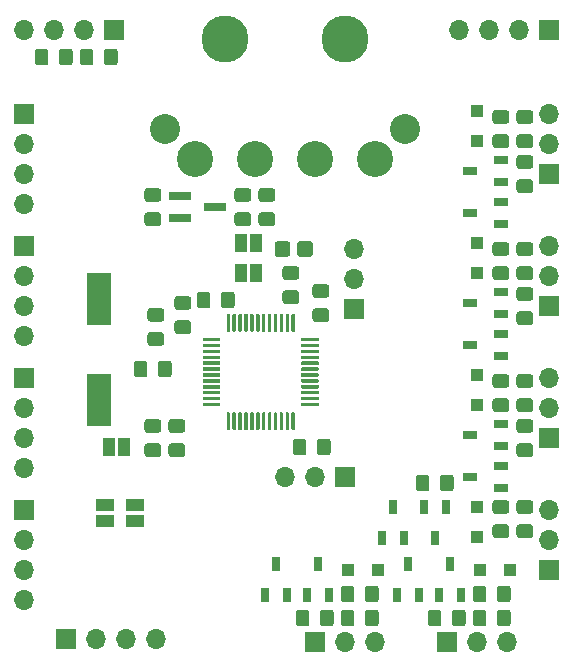
<source format=gbr>
G04 #@! TF.GenerationSoftware,KiCad,Pcbnew,5.1.5*
G04 #@! TF.CreationDate,2020-04-29T20:22:20+02:00*
G04 #@! TF.ProjectId,fancontr,66616e63-6f6e-4747-922e-6b696361645f,rev?*
G04 #@! TF.SameCoordinates,Original*
G04 #@! TF.FileFunction,Soldermask,Top*
G04 #@! TF.FilePolarity,Negative*
%FSLAX46Y46*%
G04 Gerber Fmt 4.6, Leading zero omitted, Abs format (unit mm)*
G04 Created by KiCad (PCBNEW 5.1.5) date 2020-04-29 20:22:20*
%MOMM*%
%LPD*%
G04 APERTURE LIST*
%ADD10R,1.900000X0.800000*%
%ADD11R,0.650000X1.220000*%
%ADD12C,0.100000*%
%ADD13R,1.000000X1.000000*%
%ADD14R,1.220000X0.650000*%
%ADD15O,1.700000X1.700000*%
%ADD16R,1.700000X1.700000*%
%ADD17R,2.000000X4.500000*%
%ADD18C,3.987800*%
%ADD19C,2.540000*%
%ADD20C,3.048000*%
%ADD21R,1.000000X1.500000*%
%ADD22R,1.500000X1.000000*%
G04 APERTURE END LIST*
D10*
X95734000Y-93218000D03*
X92734000Y-94168000D03*
X92734000Y-92268000D03*
D11*
X112014000Y-123404000D03*
X112964000Y-126024000D03*
X111064000Y-126024000D03*
D12*
G36*
X120500505Y-125285204D02*
G01*
X120524773Y-125288804D01*
X120548572Y-125294765D01*
X120571671Y-125303030D01*
X120593850Y-125313520D01*
X120614893Y-125326132D01*
X120634599Y-125340747D01*
X120652777Y-125357223D01*
X120669253Y-125375401D01*
X120683868Y-125395107D01*
X120696480Y-125416150D01*
X120706970Y-125438329D01*
X120715235Y-125461428D01*
X120721196Y-125485227D01*
X120724796Y-125509495D01*
X120726000Y-125533999D01*
X120726000Y-126434001D01*
X120724796Y-126458505D01*
X120721196Y-126482773D01*
X120715235Y-126506572D01*
X120706970Y-126529671D01*
X120696480Y-126551850D01*
X120683868Y-126572893D01*
X120669253Y-126592599D01*
X120652777Y-126610777D01*
X120634599Y-126627253D01*
X120614893Y-126641868D01*
X120593850Y-126654480D01*
X120571671Y-126664970D01*
X120548572Y-126673235D01*
X120524773Y-126679196D01*
X120500505Y-126682796D01*
X120476001Y-126684000D01*
X119825999Y-126684000D01*
X119801495Y-126682796D01*
X119777227Y-126679196D01*
X119753428Y-126673235D01*
X119730329Y-126664970D01*
X119708150Y-126654480D01*
X119687107Y-126641868D01*
X119667401Y-126627253D01*
X119649223Y-126610777D01*
X119632747Y-126592599D01*
X119618132Y-126572893D01*
X119605520Y-126551850D01*
X119595030Y-126529671D01*
X119586765Y-126506572D01*
X119580804Y-126482773D01*
X119577204Y-126458505D01*
X119576000Y-126434001D01*
X119576000Y-125533999D01*
X119577204Y-125509495D01*
X119580804Y-125485227D01*
X119586765Y-125461428D01*
X119595030Y-125438329D01*
X119605520Y-125416150D01*
X119618132Y-125395107D01*
X119632747Y-125375401D01*
X119649223Y-125357223D01*
X119667401Y-125340747D01*
X119687107Y-125326132D01*
X119708150Y-125313520D01*
X119730329Y-125303030D01*
X119753428Y-125294765D01*
X119777227Y-125288804D01*
X119801495Y-125285204D01*
X119825999Y-125284000D01*
X120476001Y-125284000D01*
X120500505Y-125285204D01*
G37*
G36*
X118450505Y-125285204D02*
G01*
X118474773Y-125288804D01*
X118498572Y-125294765D01*
X118521671Y-125303030D01*
X118543850Y-125313520D01*
X118564893Y-125326132D01*
X118584599Y-125340747D01*
X118602777Y-125357223D01*
X118619253Y-125375401D01*
X118633868Y-125395107D01*
X118646480Y-125416150D01*
X118656970Y-125438329D01*
X118665235Y-125461428D01*
X118671196Y-125485227D01*
X118674796Y-125509495D01*
X118676000Y-125533999D01*
X118676000Y-126434001D01*
X118674796Y-126458505D01*
X118671196Y-126482773D01*
X118665235Y-126506572D01*
X118656970Y-126529671D01*
X118646480Y-126551850D01*
X118633868Y-126572893D01*
X118619253Y-126592599D01*
X118602777Y-126610777D01*
X118584599Y-126627253D01*
X118564893Y-126641868D01*
X118543850Y-126654480D01*
X118521671Y-126664970D01*
X118498572Y-126673235D01*
X118474773Y-126679196D01*
X118450505Y-126682796D01*
X118426001Y-126684000D01*
X117775999Y-126684000D01*
X117751495Y-126682796D01*
X117727227Y-126679196D01*
X117703428Y-126673235D01*
X117680329Y-126664970D01*
X117658150Y-126654480D01*
X117637107Y-126641868D01*
X117617401Y-126627253D01*
X117599223Y-126610777D01*
X117582747Y-126592599D01*
X117568132Y-126572893D01*
X117555520Y-126551850D01*
X117545030Y-126529671D01*
X117536765Y-126506572D01*
X117530804Y-126482773D01*
X117527204Y-126458505D01*
X117526000Y-126434001D01*
X117526000Y-125533999D01*
X117527204Y-125509495D01*
X117530804Y-125485227D01*
X117536765Y-125461428D01*
X117545030Y-125438329D01*
X117555520Y-125416150D01*
X117568132Y-125395107D01*
X117582747Y-125375401D01*
X117599223Y-125357223D01*
X117617401Y-125340747D01*
X117637107Y-125326132D01*
X117658150Y-125313520D01*
X117680329Y-125303030D01*
X117703428Y-125294765D01*
X117727227Y-125288804D01*
X117751495Y-125285204D01*
X117775999Y-125284000D01*
X118426001Y-125284000D01*
X118450505Y-125285204D01*
G37*
D11*
X114300000Y-121198000D03*
X113350000Y-118578000D03*
X115250000Y-118578000D03*
D13*
X109454000Y-123952000D03*
X106954000Y-123952000D03*
D12*
G36*
X122394505Y-90875204D02*
G01*
X122418773Y-90878804D01*
X122442572Y-90884765D01*
X122465671Y-90893030D01*
X122487850Y-90903520D01*
X122508893Y-90916132D01*
X122528599Y-90930747D01*
X122546777Y-90947223D01*
X122563253Y-90965401D01*
X122577868Y-90985107D01*
X122590480Y-91006150D01*
X122600970Y-91028329D01*
X122609235Y-91051428D01*
X122615196Y-91075227D01*
X122618796Y-91099495D01*
X122620000Y-91123999D01*
X122620000Y-91774001D01*
X122618796Y-91798505D01*
X122615196Y-91822773D01*
X122609235Y-91846572D01*
X122600970Y-91869671D01*
X122590480Y-91891850D01*
X122577868Y-91912893D01*
X122563253Y-91932599D01*
X122546777Y-91950777D01*
X122528599Y-91967253D01*
X122508893Y-91981868D01*
X122487850Y-91994480D01*
X122465671Y-92004970D01*
X122442572Y-92013235D01*
X122418773Y-92019196D01*
X122394505Y-92022796D01*
X122370001Y-92024000D01*
X121469999Y-92024000D01*
X121445495Y-92022796D01*
X121421227Y-92019196D01*
X121397428Y-92013235D01*
X121374329Y-92004970D01*
X121352150Y-91994480D01*
X121331107Y-91981868D01*
X121311401Y-91967253D01*
X121293223Y-91950777D01*
X121276747Y-91932599D01*
X121262132Y-91912893D01*
X121249520Y-91891850D01*
X121239030Y-91869671D01*
X121230765Y-91846572D01*
X121224804Y-91822773D01*
X121221204Y-91798505D01*
X121220000Y-91774001D01*
X121220000Y-91123999D01*
X121221204Y-91099495D01*
X121224804Y-91075227D01*
X121230765Y-91051428D01*
X121239030Y-91028329D01*
X121249520Y-91006150D01*
X121262132Y-90985107D01*
X121276747Y-90965401D01*
X121293223Y-90947223D01*
X121311401Y-90930747D01*
X121331107Y-90916132D01*
X121352150Y-90903520D01*
X121374329Y-90893030D01*
X121397428Y-90884765D01*
X121421227Y-90878804D01*
X121445495Y-90875204D01*
X121469999Y-90874000D01*
X122370001Y-90874000D01*
X122394505Y-90875204D01*
G37*
G36*
X122394505Y-88825204D02*
G01*
X122418773Y-88828804D01*
X122442572Y-88834765D01*
X122465671Y-88843030D01*
X122487850Y-88853520D01*
X122508893Y-88866132D01*
X122528599Y-88880747D01*
X122546777Y-88897223D01*
X122563253Y-88915401D01*
X122577868Y-88935107D01*
X122590480Y-88956150D01*
X122600970Y-88978329D01*
X122609235Y-89001428D01*
X122615196Y-89025227D01*
X122618796Y-89049495D01*
X122620000Y-89073999D01*
X122620000Y-89724001D01*
X122618796Y-89748505D01*
X122615196Y-89772773D01*
X122609235Y-89796572D01*
X122600970Y-89819671D01*
X122590480Y-89841850D01*
X122577868Y-89862893D01*
X122563253Y-89882599D01*
X122546777Y-89900777D01*
X122528599Y-89917253D01*
X122508893Y-89931868D01*
X122487850Y-89944480D01*
X122465671Y-89954970D01*
X122442572Y-89963235D01*
X122418773Y-89969196D01*
X122394505Y-89972796D01*
X122370001Y-89974000D01*
X121469999Y-89974000D01*
X121445495Y-89972796D01*
X121421227Y-89969196D01*
X121397428Y-89963235D01*
X121374329Y-89954970D01*
X121352150Y-89944480D01*
X121331107Y-89931868D01*
X121311401Y-89917253D01*
X121293223Y-89900777D01*
X121276747Y-89882599D01*
X121262132Y-89862893D01*
X121249520Y-89841850D01*
X121239030Y-89819671D01*
X121230765Y-89796572D01*
X121224804Y-89772773D01*
X121221204Y-89748505D01*
X121220000Y-89724001D01*
X121220000Y-89073999D01*
X121221204Y-89049495D01*
X121224804Y-89025227D01*
X121230765Y-89001428D01*
X121239030Y-88978329D01*
X121249520Y-88956150D01*
X121262132Y-88935107D01*
X121276747Y-88915401D01*
X121293223Y-88897223D01*
X121311401Y-88880747D01*
X121331107Y-88866132D01*
X121352150Y-88853520D01*
X121374329Y-88843030D01*
X121397428Y-88834765D01*
X121421227Y-88828804D01*
X121445495Y-88825204D01*
X121469999Y-88824000D01*
X122370001Y-88824000D01*
X122394505Y-88825204D01*
G37*
G36*
X122394505Y-102051204D02*
G01*
X122418773Y-102054804D01*
X122442572Y-102060765D01*
X122465671Y-102069030D01*
X122487850Y-102079520D01*
X122508893Y-102092132D01*
X122528599Y-102106747D01*
X122546777Y-102123223D01*
X122563253Y-102141401D01*
X122577868Y-102161107D01*
X122590480Y-102182150D01*
X122600970Y-102204329D01*
X122609235Y-102227428D01*
X122615196Y-102251227D01*
X122618796Y-102275495D01*
X122620000Y-102299999D01*
X122620000Y-102950001D01*
X122618796Y-102974505D01*
X122615196Y-102998773D01*
X122609235Y-103022572D01*
X122600970Y-103045671D01*
X122590480Y-103067850D01*
X122577868Y-103088893D01*
X122563253Y-103108599D01*
X122546777Y-103126777D01*
X122528599Y-103143253D01*
X122508893Y-103157868D01*
X122487850Y-103170480D01*
X122465671Y-103180970D01*
X122442572Y-103189235D01*
X122418773Y-103195196D01*
X122394505Y-103198796D01*
X122370001Y-103200000D01*
X121469999Y-103200000D01*
X121445495Y-103198796D01*
X121421227Y-103195196D01*
X121397428Y-103189235D01*
X121374329Y-103180970D01*
X121352150Y-103170480D01*
X121331107Y-103157868D01*
X121311401Y-103143253D01*
X121293223Y-103126777D01*
X121276747Y-103108599D01*
X121262132Y-103088893D01*
X121249520Y-103067850D01*
X121239030Y-103045671D01*
X121230765Y-103022572D01*
X121224804Y-102998773D01*
X121221204Y-102974505D01*
X121220000Y-102950001D01*
X121220000Y-102299999D01*
X121221204Y-102275495D01*
X121224804Y-102251227D01*
X121230765Y-102227428D01*
X121239030Y-102204329D01*
X121249520Y-102182150D01*
X121262132Y-102161107D01*
X121276747Y-102141401D01*
X121293223Y-102123223D01*
X121311401Y-102106747D01*
X121331107Y-102092132D01*
X121352150Y-102079520D01*
X121374329Y-102069030D01*
X121397428Y-102060765D01*
X121421227Y-102054804D01*
X121445495Y-102051204D01*
X121469999Y-102050000D01*
X122370001Y-102050000D01*
X122394505Y-102051204D01*
G37*
G36*
X122394505Y-100001204D02*
G01*
X122418773Y-100004804D01*
X122442572Y-100010765D01*
X122465671Y-100019030D01*
X122487850Y-100029520D01*
X122508893Y-100042132D01*
X122528599Y-100056747D01*
X122546777Y-100073223D01*
X122563253Y-100091401D01*
X122577868Y-100111107D01*
X122590480Y-100132150D01*
X122600970Y-100154329D01*
X122609235Y-100177428D01*
X122615196Y-100201227D01*
X122618796Y-100225495D01*
X122620000Y-100249999D01*
X122620000Y-100900001D01*
X122618796Y-100924505D01*
X122615196Y-100948773D01*
X122609235Y-100972572D01*
X122600970Y-100995671D01*
X122590480Y-101017850D01*
X122577868Y-101038893D01*
X122563253Y-101058599D01*
X122546777Y-101076777D01*
X122528599Y-101093253D01*
X122508893Y-101107868D01*
X122487850Y-101120480D01*
X122465671Y-101130970D01*
X122442572Y-101139235D01*
X122418773Y-101145196D01*
X122394505Y-101148796D01*
X122370001Y-101150000D01*
X121469999Y-101150000D01*
X121445495Y-101148796D01*
X121421227Y-101145196D01*
X121397428Y-101139235D01*
X121374329Y-101130970D01*
X121352150Y-101120480D01*
X121331107Y-101107868D01*
X121311401Y-101093253D01*
X121293223Y-101076777D01*
X121276747Y-101058599D01*
X121262132Y-101038893D01*
X121249520Y-101017850D01*
X121239030Y-100995671D01*
X121230765Y-100972572D01*
X121224804Y-100948773D01*
X121221204Y-100924505D01*
X121220000Y-100900001D01*
X121220000Y-100249999D01*
X121221204Y-100225495D01*
X121224804Y-100201227D01*
X121230765Y-100177428D01*
X121239030Y-100154329D01*
X121249520Y-100132150D01*
X121262132Y-100111107D01*
X121276747Y-100091401D01*
X121293223Y-100073223D01*
X121311401Y-100056747D01*
X121331107Y-100042132D01*
X121352150Y-100029520D01*
X121374329Y-100019030D01*
X121397428Y-100010765D01*
X121421227Y-100004804D01*
X121445495Y-100001204D01*
X121469999Y-100000000D01*
X122370001Y-100000000D01*
X122394505Y-100001204D01*
G37*
G36*
X122394505Y-113227204D02*
G01*
X122418773Y-113230804D01*
X122442572Y-113236765D01*
X122465671Y-113245030D01*
X122487850Y-113255520D01*
X122508893Y-113268132D01*
X122528599Y-113282747D01*
X122546777Y-113299223D01*
X122563253Y-113317401D01*
X122577868Y-113337107D01*
X122590480Y-113358150D01*
X122600970Y-113380329D01*
X122609235Y-113403428D01*
X122615196Y-113427227D01*
X122618796Y-113451495D01*
X122620000Y-113475999D01*
X122620000Y-114126001D01*
X122618796Y-114150505D01*
X122615196Y-114174773D01*
X122609235Y-114198572D01*
X122600970Y-114221671D01*
X122590480Y-114243850D01*
X122577868Y-114264893D01*
X122563253Y-114284599D01*
X122546777Y-114302777D01*
X122528599Y-114319253D01*
X122508893Y-114333868D01*
X122487850Y-114346480D01*
X122465671Y-114356970D01*
X122442572Y-114365235D01*
X122418773Y-114371196D01*
X122394505Y-114374796D01*
X122370001Y-114376000D01*
X121469999Y-114376000D01*
X121445495Y-114374796D01*
X121421227Y-114371196D01*
X121397428Y-114365235D01*
X121374329Y-114356970D01*
X121352150Y-114346480D01*
X121331107Y-114333868D01*
X121311401Y-114319253D01*
X121293223Y-114302777D01*
X121276747Y-114284599D01*
X121262132Y-114264893D01*
X121249520Y-114243850D01*
X121239030Y-114221671D01*
X121230765Y-114198572D01*
X121224804Y-114174773D01*
X121221204Y-114150505D01*
X121220000Y-114126001D01*
X121220000Y-113475999D01*
X121221204Y-113451495D01*
X121224804Y-113427227D01*
X121230765Y-113403428D01*
X121239030Y-113380329D01*
X121249520Y-113358150D01*
X121262132Y-113337107D01*
X121276747Y-113317401D01*
X121293223Y-113299223D01*
X121311401Y-113282747D01*
X121331107Y-113268132D01*
X121352150Y-113255520D01*
X121374329Y-113245030D01*
X121397428Y-113236765D01*
X121421227Y-113230804D01*
X121445495Y-113227204D01*
X121469999Y-113226000D01*
X122370001Y-113226000D01*
X122394505Y-113227204D01*
G37*
G36*
X122394505Y-111177204D02*
G01*
X122418773Y-111180804D01*
X122442572Y-111186765D01*
X122465671Y-111195030D01*
X122487850Y-111205520D01*
X122508893Y-111218132D01*
X122528599Y-111232747D01*
X122546777Y-111249223D01*
X122563253Y-111267401D01*
X122577868Y-111287107D01*
X122590480Y-111308150D01*
X122600970Y-111330329D01*
X122609235Y-111353428D01*
X122615196Y-111377227D01*
X122618796Y-111401495D01*
X122620000Y-111425999D01*
X122620000Y-112076001D01*
X122618796Y-112100505D01*
X122615196Y-112124773D01*
X122609235Y-112148572D01*
X122600970Y-112171671D01*
X122590480Y-112193850D01*
X122577868Y-112214893D01*
X122563253Y-112234599D01*
X122546777Y-112252777D01*
X122528599Y-112269253D01*
X122508893Y-112283868D01*
X122487850Y-112296480D01*
X122465671Y-112306970D01*
X122442572Y-112315235D01*
X122418773Y-112321196D01*
X122394505Y-112324796D01*
X122370001Y-112326000D01*
X121469999Y-112326000D01*
X121445495Y-112324796D01*
X121421227Y-112321196D01*
X121397428Y-112315235D01*
X121374329Y-112306970D01*
X121352150Y-112296480D01*
X121331107Y-112283868D01*
X121311401Y-112269253D01*
X121293223Y-112252777D01*
X121276747Y-112234599D01*
X121262132Y-112214893D01*
X121249520Y-112193850D01*
X121239030Y-112171671D01*
X121230765Y-112148572D01*
X121224804Y-112124773D01*
X121221204Y-112100505D01*
X121220000Y-112076001D01*
X121220000Y-111425999D01*
X121221204Y-111401495D01*
X121224804Y-111377227D01*
X121230765Y-111353428D01*
X121239030Y-111330329D01*
X121249520Y-111308150D01*
X121262132Y-111287107D01*
X121276747Y-111267401D01*
X121293223Y-111249223D01*
X121311401Y-111232747D01*
X121331107Y-111218132D01*
X121352150Y-111205520D01*
X121374329Y-111195030D01*
X121397428Y-111186765D01*
X121421227Y-111180804D01*
X121445495Y-111177204D01*
X121469999Y-111176000D01*
X122370001Y-111176000D01*
X122394505Y-111177204D01*
G37*
G36*
X113624505Y-115887204D02*
G01*
X113648773Y-115890804D01*
X113672572Y-115896765D01*
X113695671Y-115905030D01*
X113717850Y-115915520D01*
X113738893Y-115928132D01*
X113758599Y-115942747D01*
X113776777Y-115959223D01*
X113793253Y-115977401D01*
X113807868Y-115997107D01*
X113820480Y-116018150D01*
X113830970Y-116040329D01*
X113839235Y-116063428D01*
X113845196Y-116087227D01*
X113848796Y-116111495D01*
X113850000Y-116135999D01*
X113850000Y-117036001D01*
X113848796Y-117060505D01*
X113845196Y-117084773D01*
X113839235Y-117108572D01*
X113830970Y-117131671D01*
X113820480Y-117153850D01*
X113807868Y-117174893D01*
X113793253Y-117194599D01*
X113776777Y-117212777D01*
X113758599Y-117229253D01*
X113738893Y-117243868D01*
X113717850Y-117256480D01*
X113695671Y-117266970D01*
X113672572Y-117275235D01*
X113648773Y-117281196D01*
X113624505Y-117284796D01*
X113600001Y-117286000D01*
X112949999Y-117286000D01*
X112925495Y-117284796D01*
X112901227Y-117281196D01*
X112877428Y-117275235D01*
X112854329Y-117266970D01*
X112832150Y-117256480D01*
X112811107Y-117243868D01*
X112791401Y-117229253D01*
X112773223Y-117212777D01*
X112756747Y-117194599D01*
X112742132Y-117174893D01*
X112729520Y-117153850D01*
X112719030Y-117131671D01*
X112710765Y-117108572D01*
X112704804Y-117084773D01*
X112701204Y-117060505D01*
X112700000Y-117036001D01*
X112700000Y-116135999D01*
X112701204Y-116111495D01*
X112704804Y-116087227D01*
X112710765Y-116063428D01*
X112719030Y-116040329D01*
X112729520Y-116018150D01*
X112742132Y-115997107D01*
X112756747Y-115977401D01*
X112773223Y-115959223D01*
X112791401Y-115942747D01*
X112811107Y-115928132D01*
X112832150Y-115915520D01*
X112854329Y-115905030D01*
X112877428Y-115896765D01*
X112901227Y-115890804D01*
X112925495Y-115887204D01*
X112949999Y-115886000D01*
X113600001Y-115886000D01*
X113624505Y-115887204D01*
G37*
G36*
X115674505Y-115887204D02*
G01*
X115698773Y-115890804D01*
X115722572Y-115896765D01*
X115745671Y-115905030D01*
X115767850Y-115915520D01*
X115788893Y-115928132D01*
X115808599Y-115942747D01*
X115826777Y-115959223D01*
X115843253Y-115977401D01*
X115857868Y-115997107D01*
X115870480Y-116018150D01*
X115880970Y-116040329D01*
X115889235Y-116063428D01*
X115895196Y-116087227D01*
X115898796Y-116111495D01*
X115900000Y-116135999D01*
X115900000Y-117036001D01*
X115898796Y-117060505D01*
X115895196Y-117084773D01*
X115889235Y-117108572D01*
X115880970Y-117131671D01*
X115870480Y-117153850D01*
X115857868Y-117174893D01*
X115843253Y-117194599D01*
X115826777Y-117212777D01*
X115808599Y-117229253D01*
X115788893Y-117243868D01*
X115767850Y-117256480D01*
X115745671Y-117266970D01*
X115722572Y-117275235D01*
X115698773Y-117281196D01*
X115674505Y-117284796D01*
X115650001Y-117286000D01*
X114999999Y-117286000D01*
X114975495Y-117284796D01*
X114951227Y-117281196D01*
X114927428Y-117275235D01*
X114904329Y-117266970D01*
X114882150Y-117256480D01*
X114861107Y-117243868D01*
X114841401Y-117229253D01*
X114823223Y-117212777D01*
X114806747Y-117194599D01*
X114792132Y-117174893D01*
X114779520Y-117153850D01*
X114769030Y-117131671D01*
X114760765Y-117108572D01*
X114754804Y-117084773D01*
X114751204Y-117060505D01*
X114750000Y-117036001D01*
X114750000Y-116135999D01*
X114751204Y-116111495D01*
X114754804Y-116087227D01*
X114760765Y-116063428D01*
X114769030Y-116040329D01*
X114779520Y-116018150D01*
X114792132Y-115997107D01*
X114806747Y-115977401D01*
X114823223Y-115959223D01*
X114841401Y-115942747D01*
X114861107Y-115928132D01*
X114882150Y-115915520D01*
X114904329Y-115905030D01*
X114927428Y-115896765D01*
X114951227Y-115890804D01*
X114975495Y-115887204D01*
X114999999Y-115886000D01*
X115650001Y-115886000D01*
X115674505Y-115887204D01*
G37*
G36*
X114640505Y-127317204D02*
G01*
X114664773Y-127320804D01*
X114688572Y-127326765D01*
X114711671Y-127335030D01*
X114733850Y-127345520D01*
X114754893Y-127358132D01*
X114774599Y-127372747D01*
X114792777Y-127389223D01*
X114809253Y-127407401D01*
X114823868Y-127427107D01*
X114836480Y-127448150D01*
X114846970Y-127470329D01*
X114855235Y-127493428D01*
X114861196Y-127517227D01*
X114864796Y-127541495D01*
X114866000Y-127565999D01*
X114866000Y-128466001D01*
X114864796Y-128490505D01*
X114861196Y-128514773D01*
X114855235Y-128538572D01*
X114846970Y-128561671D01*
X114836480Y-128583850D01*
X114823868Y-128604893D01*
X114809253Y-128624599D01*
X114792777Y-128642777D01*
X114774599Y-128659253D01*
X114754893Y-128673868D01*
X114733850Y-128686480D01*
X114711671Y-128696970D01*
X114688572Y-128705235D01*
X114664773Y-128711196D01*
X114640505Y-128714796D01*
X114616001Y-128716000D01*
X113965999Y-128716000D01*
X113941495Y-128714796D01*
X113917227Y-128711196D01*
X113893428Y-128705235D01*
X113870329Y-128696970D01*
X113848150Y-128686480D01*
X113827107Y-128673868D01*
X113807401Y-128659253D01*
X113789223Y-128642777D01*
X113772747Y-128624599D01*
X113758132Y-128604893D01*
X113745520Y-128583850D01*
X113735030Y-128561671D01*
X113726765Y-128538572D01*
X113720804Y-128514773D01*
X113717204Y-128490505D01*
X113716000Y-128466001D01*
X113716000Y-127565999D01*
X113717204Y-127541495D01*
X113720804Y-127517227D01*
X113726765Y-127493428D01*
X113735030Y-127470329D01*
X113745520Y-127448150D01*
X113758132Y-127427107D01*
X113772747Y-127407401D01*
X113789223Y-127389223D01*
X113807401Y-127372747D01*
X113827107Y-127358132D01*
X113848150Y-127345520D01*
X113870329Y-127335030D01*
X113893428Y-127326765D01*
X113917227Y-127320804D01*
X113941495Y-127317204D01*
X113965999Y-127316000D01*
X114616001Y-127316000D01*
X114640505Y-127317204D01*
G37*
G36*
X116690505Y-127317204D02*
G01*
X116714773Y-127320804D01*
X116738572Y-127326765D01*
X116761671Y-127335030D01*
X116783850Y-127345520D01*
X116804893Y-127358132D01*
X116824599Y-127372747D01*
X116842777Y-127389223D01*
X116859253Y-127407401D01*
X116873868Y-127427107D01*
X116886480Y-127448150D01*
X116896970Y-127470329D01*
X116905235Y-127493428D01*
X116911196Y-127517227D01*
X116914796Y-127541495D01*
X116916000Y-127565999D01*
X116916000Y-128466001D01*
X116914796Y-128490505D01*
X116911196Y-128514773D01*
X116905235Y-128538572D01*
X116896970Y-128561671D01*
X116886480Y-128583850D01*
X116873868Y-128604893D01*
X116859253Y-128624599D01*
X116842777Y-128642777D01*
X116824599Y-128659253D01*
X116804893Y-128673868D01*
X116783850Y-128686480D01*
X116761671Y-128696970D01*
X116738572Y-128705235D01*
X116714773Y-128711196D01*
X116690505Y-128714796D01*
X116666001Y-128716000D01*
X116015999Y-128716000D01*
X115991495Y-128714796D01*
X115967227Y-128711196D01*
X115943428Y-128705235D01*
X115920329Y-128696970D01*
X115898150Y-128686480D01*
X115877107Y-128673868D01*
X115857401Y-128659253D01*
X115839223Y-128642777D01*
X115822747Y-128624599D01*
X115808132Y-128604893D01*
X115795520Y-128583850D01*
X115785030Y-128561671D01*
X115776765Y-128538572D01*
X115770804Y-128514773D01*
X115767204Y-128490505D01*
X115766000Y-128466001D01*
X115766000Y-127565999D01*
X115767204Y-127541495D01*
X115770804Y-127517227D01*
X115776765Y-127493428D01*
X115785030Y-127470329D01*
X115795520Y-127448150D01*
X115808132Y-127427107D01*
X115822747Y-127407401D01*
X115839223Y-127389223D01*
X115857401Y-127372747D01*
X115877107Y-127358132D01*
X115898150Y-127345520D01*
X115920329Y-127335030D01*
X115943428Y-127326765D01*
X115967227Y-127320804D01*
X115991495Y-127317204D01*
X116015999Y-127316000D01*
X116666001Y-127316000D01*
X116690505Y-127317204D01*
G37*
G36*
X103464505Y-127317204D02*
G01*
X103488773Y-127320804D01*
X103512572Y-127326765D01*
X103535671Y-127335030D01*
X103557850Y-127345520D01*
X103578893Y-127358132D01*
X103598599Y-127372747D01*
X103616777Y-127389223D01*
X103633253Y-127407401D01*
X103647868Y-127427107D01*
X103660480Y-127448150D01*
X103670970Y-127470329D01*
X103679235Y-127493428D01*
X103685196Y-127517227D01*
X103688796Y-127541495D01*
X103690000Y-127565999D01*
X103690000Y-128466001D01*
X103688796Y-128490505D01*
X103685196Y-128514773D01*
X103679235Y-128538572D01*
X103670970Y-128561671D01*
X103660480Y-128583850D01*
X103647868Y-128604893D01*
X103633253Y-128624599D01*
X103616777Y-128642777D01*
X103598599Y-128659253D01*
X103578893Y-128673868D01*
X103557850Y-128686480D01*
X103535671Y-128696970D01*
X103512572Y-128705235D01*
X103488773Y-128711196D01*
X103464505Y-128714796D01*
X103440001Y-128716000D01*
X102789999Y-128716000D01*
X102765495Y-128714796D01*
X102741227Y-128711196D01*
X102717428Y-128705235D01*
X102694329Y-128696970D01*
X102672150Y-128686480D01*
X102651107Y-128673868D01*
X102631401Y-128659253D01*
X102613223Y-128642777D01*
X102596747Y-128624599D01*
X102582132Y-128604893D01*
X102569520Y-128583850D01*
X102559030Y-128561671D01*
X102550765Y-128538572D01*
X102544804Y-128514773D01*
X102541204Y-128490505D01*
X102540000Y-128466001D01*
X102540000Y-127565999D01*
X102541204Y-127541495D01*
X102544804Y-127517227D01*
X102550765Y-127493428D01*
X102559030Y-127470329D01*
X102569520Y-127448150D01*
X102582132Y-127427107D01*
X102596747Y-127407401D01*
X102613223Y-127389223D01*
X102631401Y-127372747D01*
X102651107Y-127358132D01*
X102672150Y-127345520D01*
X102694329Y-127335030D01*
X102717428Y-127326765D01*
X102741227Y-127320804D01*
X102765495Y-127317204D01*
X102789999Y-127316000D01*
X103440001Y-127316000D01*
X103464505Y-127317204D01*
G37*
G36*
X105514505Y-127317204D02*
G01*
X105538773Y-127320804D01*
X105562572Y-127326765D01*
X105585671Y-127335030D01*
X105607850Y-127345520D01*
X105628893Y-127358132D01*
X105648599Y-127372747D01*
X105666777Y-127389223D01*
X105683253Y-127407401D01*
X105697868Y-127427107D01*
X105710480Y-127448150D01*
X105720970Y-127470329D01*
X105729235Y-127493428D01*
X105735196Y-127517227D01*
X105738796Y-127541495D01*
X105740000Y-127565999D01*
X105740000Y-128466001D01*
X105738796Y-128490505D01*
X105735196Y-128514773D01*
X105729235Y-128538572D01*
X105720970Y-128561671D01*
X105710480Y-128583850D01*
X105697868Y-128604893D01*
X105683253Y-128624599D01*
X105666777Y-128642777D01*
X105648599Y-128659253D01*
X105628893Y-128673868D01*
X105607850Y-128686480D01*
X105585671Y-128696970D01*
X105562572Y-128705235D01*
X105538773Y-128711196D01*
X105514505Y-128714796D01*
X105490001Y-128716000D01*
X104839999Y-128716000D01*
X104815495Y-128714796D01*
X104791227Y-128711196D01*
X104767428Y-128705235D01*
X104744329Y-128696970D01*
X104722150Y-128686480D01*
X104701107Y-128673868D01*
X104681401Y-128659253D01*
X104663223Y-128642777D01*
X104646747Y-128624599D01*
X104632132Y-128604893D01*
X104619520Y-128583850D01*
X104609030Y-128561671D01*
X104600765Y-128538572D01*
X104594804Y-128514773D01*
X104591204Y-128490505D01*
X104590000Y-128466001D01*
X104590000Y-127565999D01*
X104591204Y-127541495D01*
X104594804Y-127517227D01*
X104600765Y-127493428D01*
X104609030Y-127470329D01*
X104619520Y-127448150D01*
X104632132Y-127427107D01*
X104646747Y-127407401D01*
X104663223Y-127389223D01*
X104681401Y-127372747D01*
X104701107Y-127358132D01*
X104722150Y-127345520D01*
X104744329Y-127335030D01*
X104767428Y-127326765D01*
X104791227Y-127320804D01*
X104815495Y-127317204D01*
X104839999Y-127316000D01*
X105490001Y-127316000D01*
X105514505Y-127317204D01*
G37*
D14*
X117308000Y-90170000D03*
X119928000Y-89220000D03*
X119928000Y-91120000D03*
X117308000Y-101346000D03*
X119928000Y-100396000D03*
X119928000Y-102296000D03*
X117308000Y-112522000D03*
X119928000Y-111572000D03*
X119928000Y-113472000D03*
D11*
X114620000Y-126024000D03*
X116520000Y-126024000D03*
X115570000Y-123404000D03*
X104394000Y-123404000D03*
X105344000Y-126024000D03*
X103444000Y-126024000D03*
D14*
X119928000Y-94676000D03*
X119928000Y-92776000D03*
X117308000Y-93726000D03*
X117308000Y-104902000D03*
X119928000Y-103952000D03*
X119928000Y-105852000D03*
X117308000Y-116078000D03*
X119928000Y-115128000D03*
X119928000Y-117028000D03*
D11*
X110744000Y-118578000D03*
X111694000Y-121198000D03*
X109794000Y-121198000D03*
X100838000Y-123404000D03*
X101788000Y-126024000D03*
X99888000Y-126024000D03*
D12*
G36*
X122394505Y-120085204D02*
G01*
X122418773Y-120088804D01*
X122442572Y-120094765D01*
X122465671Y-120103030D01*
X122487850Y-120113520D01*
X122508893Y-120126132D01*
X122528599Y-120140747D01*
X122546777Y-120157223D01*
X122563253Y-120175401D01*
X122577868Y-120195107D01*
X122590480Y-120216150D01*
X122600970Y-120238329D01*
X122609235Y-120261428D01*
X122615196Y-120285227D01*
X122618796Y-120309495D01*
X122620000Y-120333999D01*
X122620000Y-120984001D01*
X122618796Y-121008505D01*
X122615196Y-121032773D01*
X122609235Y-121056572D01*
X122600970Y-121079671D01*
X122590480Y-121101850D01*
X122577868Y-121122893D01*
X122563253Y-121142599D01*
X122546777Y-121160777D01*
X122528599Y-121177253D01*
X122508893Y-121191868D01*
X122487850Y-121204480D01*
X122465671Y-121214970D01*
X122442572Y-121223235D01*
X122418773Y-121229196D01*
X122394505Y-121232796D01*
X122370001Y-121234000D01*
X121469999Y-121234000D01*
X121445495Y-121232796D01*
X121421227Y-121229196D01*
X121397428Y-121223235D01*
X121374329Y-121214970D01*
X121352150Y-121204480D01*
X121331107Y-121191868D01*
X121311401Y-121177253D01*
X121293223Y-121160777D01*
X121276747Y-121142599D01*
X121262132Y-121122893D01*
X121249520Y-121101850D01*
X121239030Y-121079671D01*
X121230765Y-121056572D01*
X121224804Y-121032773D01*
X121221204Y-121008505D01*
X121220000Y-120984001D01*
X121220000Y-120333999D01*
X121221204Y-120309495D01*
X121224804Y-120285227D01*
X121230765Y-120261428D01*
X121239030Y-120238329D01*
X121249520Y-120216150D01*
X121262132Y-120195107D01*
X121276747Y-120175401D01*
X121293223Y-120157223D01*
X121311401Y-120140747D01*
X121331107Y-120126132D01*
X121352150Y-120113520D01*
X121374329Y-120103030D01*
X121397428Y-120094765D01*
X121421227Y-120088804D01*
X121445495Y-120085204D01*
X121469999Y-120084000D01*
X122370001Y-120084000D01*
X122394505Y-120085204D01*
G37*
G36*
X122394505Y-118035204D02*
G01*
X122418773Y-118038804D01*
X122442572Y-118044765D01*
X122465671Y-118053030D01*
X122487850Y-118063520D01*
X122508893Y-118076132D01*
X122528599Y-118090747D01*
X122546777Y-118107223D01*
X122563253Y-118125401D01*
X122577868Y-118145107D01*
X122590480Y-118166150D01*
X122600970Y-118188329D01*
X122609235Y-118211428D01*
X122615196Y-118235227D01*
X122618796Y-118259495D01*
X122620000Y-118283999D01*
X122620000Y-118934001D01*
X122618796Y-118958505D01*
X122615196Y-118982773D01*
X122609235Y-119006572D01*
X122600970Y-119029671D01*
X122590480Y-119051850D01*
X122577868Y-119072893D01*
X122563253Y-119092599D01*
X122546777Y-119110777D01*
X122528599Y-119127253D01*
X122508893Y-119141868D01*
X122487850Y-119154480D01*
X122465671Y-119164970D01*
X122442572Y-119173235D01*
X122418773Y-119179196D01*
X122394505Y-119182796D01*
X122370001Y-119184000D01*
X121469999Y-119184000D01*
X121445495Y-119182796D01*
X121421227Y-119179196D01*
X121397428Y-119173235D01*
X121374329Y-119164970D01*
X121352150Y-119154480D01*
X121331107Y-119141868D01*
X121311401Y-119127253D01*
X121293223Y-119110777D01*
X121276747Y-119092599D01*
X121262132Y-119072893D01*
X121249520Y-119051850D01*
X121239030Y-119029671D01*
X121230765Y-119006572D01*
X121224804Y-118982773D01*
X121221204Y-118958505D01*
X121220000Y-118934001D01*
X121220000Y-118283999D01*
X121221204Y-118259495D01*
X121224804Y-118235227D01*
X121230765Y-118211428D01*
X121239030Y-118188329D01*
X121249520Y-118166150D01*
X121262132Y-118145107D01*
X121276747Y-118125401D01*
X121293223Y-118107223D01*
X121311401Y-118090747D01*
X121331107Y-118076132D01*
X121352150Y-118063520D01*
X121374329Y-118053030D01*
X121397428Y-118044765D01*
X121421227Y-118038804D01*
X121445495Y-118035204D01*
X121469999Y-118034000D01*
X122370001Y-118034000D01*
X122394505Y-118035204D01*
G37*
D13*
X117856000Y-96286000D03*
X117856000Y-98786000D03*
D12*
G36*
X122394910Y-87065202D02*
G01*
X122419135Y-87068795D01*
X122442891Y-87074746D01*
X122465949Y-87082996D01*
X122488087Y-87093467D01*
X122509093Y-87106057D01*
X122528763Y-87120645D01*
X122546908Y-87137092D01*
X122563355Y-87155237D01*
X122577943Y-87174907D01*
X122590533Y-87195913D01*
X122601004Y-87218051D01*
X122609254Y-87241109D01*
X122615205Y-87264865D01*
X122618798Y-87289090D01*
X122620000Y-87313550D01*
X122620000Y-87964450D01*
X122618798Y-87988910D01*
X122615205Y-88013135D01*
X122609254Y-88036891D01*
X122601004Y-88059949D01*
X122590533Y-88082087D01*
X122577943Y-88103093D01*
X122563355Y-88122763D01*
X122546908Y-88140908D01*
X122528763Y-88157355D01*
X122509093Y-88171943D01*
X122488087Y-88184533D01*
X122465949Y-88195004D01*
X122442891Y-88203254D01*
X122419135Y-88209205D01*
X122394910Y-88212798D01*
X122370450Y-88214000D01*
X121469550Y-88214000D01*
X121445090Y-88212798D01*
X121420865Y-88209205D01*
X121397109Y-88203254D01*
X121374051Y-88195004D01*
X121351913Y-88184533D01*
X121330907Y-88171943D01*
X121311237Y-88157355D01*
X121293092Y-88140908D01*
X121276645Y-88122763D01*
X121262057Y-88103093D01*
X121249467Y-88082087D01*
X121238996Y-88059949D01*
X121230746Y-88036891D01*
X121224795Y-88013135D01*
X121221202Y-87988910D01*
X121220000Y-87964450D01*
X121220000Y-87313550D01*
X121221202Y-87289090D01*
X121224795Y-87264865D01*
X121230746Y-87241109D01*
X121238996Y-87218051D01*
X121249467Y-87195913D01*
X121262057Y-87174907D01*
X121276645Y-87155237D01*
X121293092Y-87137092D01*
X121311237Y-87120645D01*
X121330907Y-87106057D01*
X121351913Y-87093467D01*
X121374051Y-87082996D01*
X121397109Y-87074746D01*
X121420865Y-87068795D01*
X121445090Y-87065202D01*
X121469550Y-87064000D01*
X122370450Y-87064000D01*
X122394910Y-87065202D01*
G37*
G36*
X122394505Y-85015204D02*
G01*
X122418773Y-85018804D01*
X122442572Y-85024765D01*
X122465671Y-85033030D01*
X122487850Y-85043520D01*
X122508893Y-85056132D01*
X122528599Y-85070747D01*
X122546777Y-85087223D01*
X122563253Y-85105401D01*
X122577868Y-85125107D01*
X122590480Y-85146150D01*
X122600970Y-85168329D01*
X122609235Y-85191428D01*
X122615196Y-85215227D01*
X122618796Y-85239495D01*
X122620000Y-85263999D01*
X122620000Y-85914001D01*
X122618796Y-85938505D01*
X122615196Y-85962773D01*
X122609235Y-85986572D01*
X122600970Y-86009671D01*
X122590480Y-86031850D01*
X122577868Y-86052893D01*
X122563253Y-86072599D01*
X122546777Y-86090777D01*
X122528599Y-86107253D01*
X122508893Y-86121868D01*
X122487850Y-86134480D01*
X122465671Y-86144970D01*
X122442572Y-86153235D01*
X122418773Y-86159196D01*
X122394505Y-86162796D01*
X122370001Y-86164000D01*
X121469999Y-86164000D01*
X121445495Y-86162796D01*
X121421227Y-86159196D01*
X121397428Y-86153235D01*
X121374329Y-86144970D01*
X121352150Y-86134480D01*
X121331107Y-86121868D01*
X121311401Y-86107253D01*
X121293223Y-86090777D01*
X121276747Y-86072599D01*
X121262132Y-86052893D01*
X121249520Y-86031850D01*
X121239030Y-86009671D01*
X121230765Y-85986572D01*
X121224804Y-85962773D01*
X121221204Y-85938505D01*
X121220000Y-85914001D01*
X121220000Y-85263999D01*
X121221204Y-85239495D01*
X121224804Y-85215227D01*
X121230765Y-85191428D01*
X121239030Y-85168329D01*
X121249520Y-85146150D01*
X121262132Y-85125107D01*
X121276747Y-85105401D01*
X121293223Y-85087223D01*
X121311401Y-85070747D01*
X121331107Y-85056132D01*
X121352150Y-85043520D01*
X121374329Y-85033030D01*
X121397428Y-85024765D01*
X121421227Y-85018804D01*
X121445495Y-85015204D01*
X121469999Y-85014000D01*
X122370001Y-85014000D01*
X122394505Y-85015204D01*
G37*
G36*
X120362505Y-85015204D02*
G01*
X120386773Y-85018804D01*
X120410572Y-85024765D01*
X120433671Y-85033030D01*
X120455850Y-85043520D01*
X120476893Y-85056132D01*
X120496599Y-85070747D01*
X120514777Y-85087223D01*
X120531253Y-85105401D01*
X120545868Y-85125107D01*
X120558480Y-85146150D01*
X120568970Y-85168329D01*
X120577235Y-85191428D01*
X120583196Y-85215227D01*
X120586796Y-85239495D01*
X120588000Y-85263999D01*
X120588000Y-85914001D01*
X120586796Y-85938505D01*
X120583196Y-85962773D01*
X120577235Y-85986572D01*
X120568970Y-86009671D01*
X120558480Y-86031850D01*
X120545868Y-86052893D01*
X120531253Y-86072599D01*
X120514777Y-86090777D01*
X120496599Y-86107253D01*
X120476893Y-86121868D01*
X120455850Y-86134480D01*
X120433671Y-86144970D01*
X120410572Y-86153235D01*
X120386773Y-86159196D01*
X120362505Y-86162796D01*
X120338001Y-86164000D01*
X119437999Y-86164000D01*
X119413495Y-86162796D01*
X119389227Y-86159196D01*
X119365428Y-86153235D01*
X119342329Y-86144970D01*
X119320150Y-86134480D01*
X119299107Y-86121868D01*
X119279401Y-86107253D01*
X119261223Y-86090777D01*
X119244747Y-86072599D01*
X119230132Y-86052893D01*
X119217520Y-86031850D01*
X119207030Y-86009671D01*
X119198765Y-85986572D01*
X119192804Y-85962773D01*
X119189204Y-85938505D01*
X119188000Y-85914001D01*
X119188000Y-85263999D01*
X119189204Y-85239495D01*
X119192804Y-85215227D01*
X119198765Y-85191428D01*
X119207030Y-85168329D01*
X119217520Y-85146150D01*
X119230132Y-85125107D01*
X119244747Y-85105401D01*
X119261223Y-85087223D01*
X119279401Y-85070747D01*
X119299107Y-85056132D01*
X119320150Y-85043520D01*
X119342329Y-85033030D01*
X119365428Y-85024765D01*
X119389227Y-85018804D01*
X119413495Y-85015204D01*
X119437999Y-85014000D01*
X120338001Y-85014000D01*
X120362505Y-85015204D01*
G37*
G36*
X120362505Y-87065204D02*
G01*
X120386773Y-87068804D01*
X120410572Y-87074765D01*
X120433671Y-87083030D01*
X120455850Y-87093520D01*
X120476893Y-87106132D01*
X120496599Y-87120747D01*
X120514777Y-87137223D01*
X120531253Y-87155401D01*
X120545868Y-87175107D01*
X120558480Y-87196150D01*
X120568970Y-87218329D01*
X120577235Y-87241428D01*
X120583196Y-87265227D01*
X120586796Y-87289495D01*
X120588000Y-87313999D01*
X120588000Y-87964001D01*
X120586796Y-87988505D01*
X120583196Y-88012773D01*
X120577235Y-88036572D01*
X120568970Y-88059671D01*
X120558480Y-88081850D01*
X120545868Y-88102893D01*
X120531253Y-88122599D01*
X120514777Y-88140777D01*
X120496599Y-88157253D01*
X120476893Y-88171868D01*
X120455850Y-88184480D01*
X120433671Y-88194970D01*
X120410572Y-88203235D01*
X120386773Y-88209196D01*
X120362505Y-88212796D01*
X120338001Y-88214000D01*
X119437999Y-88214000D01*
X119413495Y-88212796D01*
X119389227Y-88209196D01*
X119365428Y-88203235D01*
X119342329Y-88194970D01*
X119320150Y-88184480D01*
X119299107Y-88171868D01*
X119279401Y-88157253D01*
X119261223Y-88140777D01*
X119244747Y-88122599D01*
X119230132Y-88102893D01*
X119217520Y-88081850D01*
X119207030Y-88059671D01*
X119198765Y-88036572D01*
X119192804Y-88012773D01*
X119189204Y-87988505D01*
X119188000Y-87964001D01*
X119188000Y-87313999D01*
X119189204Y-87289495D01*
X119192804Y-87265227D01*
X119198765Y-87241428D01*
X119207030Y-87218329D01*
X119217520Y-87196150D01*
X119230132Y-87175107D01*
X119244747Y-87155401D01*
X119261223Y-87137223D01*
X119279401Y-87120747D01*
X119299107Y-87106132D01*
X119320150Y-87093520D01*
X119342329Y-87083030D01*
X119365428Y-87074765D01*
X119389227Y-87068804D01*
X119413495Y-87065204D01*
X119437999Y-87064000D01*
X120338001Y-87064000D01*
X120362505Y-87065204D01*
G37*
G36*
X120362505Y-96191204D02*
G01*
X120386773Y-96194804D01*
X120410572Y-96200765D01*
X120433671Y-96209030D01*
X120455850Y-96219520D01*
X120476893Y-96232132D01*
X120496599Y-96246747D01*
X120514777Y-96263223D01*
X120531253Y-96281401D01*
X120545868Y-96301107D01*
X120558480Y-96322150D01*
X120568970Y-96344329D01*
X120577235Y-96367428D01*
X120583196Y-96391227D01*
X120586796Y-96415495D01*
X120588000Y-96439999D01*
X120588000Y-97090001D01*
X120586796Y-97114505D01*
X120583196Y-97138773D01*
X120577235Y-97162572D01*
X120568970Y-97185671D01*
X120558480Y-97207850D01*
X120545868Y-97228893D01*
X120531253Y-97248599D01*
X120514777Y-97266777D01*
X120496599Y-97283253D01*
X120476893Y-97297868D01*
X120455850Y-97310480D01*
X120433671Y-97320970D01*
X120410572Y-97329235D01*
X120386773Y-97335196D01*
X120362505Y-97338796D01*
X120338001Y-97340000D01*
X119437999Y-97340000D01*
X119413495Y-97338796D01*
X119389227Y-97335196D01*
X119365428Y-97329235D01*
X119342329Y-97320970D01*
X119320150Y-97310480D01*
X119299107Y-97297868D01*
X119279401Y-97283253D01*
X119261223Y-97266777D01*
X119244747Y-97248599D01*
X119230132Y-97228893D01*
X119217520Y-97207850D01*
X119207030Y-97185671D01*
X119198765Y-97162572D01*
X119192804Y-97138773D01*
X119189204Y-97114505D01*
X119188000Y-97090001D01*
X119188000Y-96439999D01*
X119189204Y-96415495D01*
X119192804Y-96391227D01*
X119198765Y-96367428D01*
X119207030Y-96344329D01*
X119217520Y-96322150D01*
X119230132Y-96301107D01*
X119244747Y-96281401D01*
X119261223Y-96263223D01*
X119279401Y-96246747D01*
X119299107Y-96232132D01*
X119320150Y-96219520D01*
X119342329Y-96209030D01*
X119365428Y-96200765D01*
X119389227Y-96194804D01*
X119413495Y-96191204D01*
X119437999Y-96190000D01*
X120338001Y-96190000D01*
X120362505Y-96191204D01*
G37*
G36*
X120362505Y-98241204D02*
G01*
X120386773Y-98244804D01*
X120410572Y-98250765D01*
X120433671Y-98259030D01*
X120455850Y-98269520D01*
X120476893Y-98282132D01*
X120496599Y-98296747D01*
X120514777Y-98313223D01*
X120531253Y-98331401D01*
X120545868Y-98351107D01*
X120558480Y-98372150D01*
X120568970Y-98394329D01*
X120577235Y-98417428D01*
X120583196Y-98441227D01*
X120586796Y-98465495D01*
X120588000Y-98489999D01*
X120588000Y-99140001D01*
X120586796Y-99164505D01*
X120583196Y-99188773D01*
X120577235Y-99212572D01*
X120568970Y-99235671D01*
X120558480Y-99257850D01*
X120545868Y-99278893D01*
X120531253Y-99298599D01*
X120514777Y-99316777D01*
X120496599Y-99333253D01*
X120476893Y-99347868D01*
X120455850Y-99360480D01*
X120433671Y-99370970D01*
X120410572Y-99379235D01*
X120386773Y-99385196D01*
X120362505Y-99388796D01*
X120338001Y-99390000D01*
X119437999Y-99390000D01*
X119413495Y-99388796D01*
X119389227Y-99385196D01*
X119365428Y-99379235D01*
X119342329Y-99370970D01*
X119320150Y-99360480D01*
X119299107Y-99347868D01*
X119279401Y-99333253D01*
X119261223Y-99316777D01*
X119244747Y-99298599D01*
X119230132Y-99278893D01*
X119217520Y-99257850D01*
X119207030Y-99235671D01*
X119198765Y-99212572D01*
X119192804Y-99188773D01*
X119189204Y-99164505D01*
X119188000Y-99140001D01*
X119188000Y-98489999D01*
X119189204Y-98465495D01*
X119192804Y-98441227D01*
X119198765Y-98417428D01*
X119207030Y-98394329D01*
X119217520Y-98372150D01*
X119230132Y-98351107D01*
X119244747Y-98331401D01*
X119261223Y-98313223D01*
X119279401Y-98296747D01*
X119299107Y-98282132D01*
X119320150Y-98269520D01*
X119342329Y-98259030D01*
X119365428Y-98250765D01*
X119389227Y-98244804D01*
X119413495Y-98241204D01*
X119437999Y-98240000D01*
X120338001Y-98240000D01*
X120362505Y-98241204D01*
G37*
G36*
X120362505Y-107367204D02*
G01*
X120386773Y-107370804D01*
X120410572Y-107376765D01*
X120433671Y-107385030D01*
X120455850Y-107395520D01*
X120476893Y-107408132D01*
X120496599Y-107422747D01*
X120514777Y-107439223D01*
X120531253Y-107457401D01*
X120545868Y-107477107D01*
X120558480Y-107498150D01*
X120568970Y-107520329D01*
X120577235Y-107543428D01*
X120583196Y-107567227D01*
X120586796Y-107591495D01*
X120588000Y-107615999D01*
X120588000Y-108266001D01*
X120586796Y-108290505D01*
X120583196Y-108314773D01*
X120577235Y-108338572D01*
X120568970Y-108361671D01*
X120558480Y-108383850D01*
X120545868Y-108404893D01*
X120531253Y-108424599D01*
X120514777Y-108442777D01*
X120496599Y-108459253D01*
X120476893Y-108473868D01*
X120455850Y-108486480D01*
X120433671Y-108496970D01*
X120410572Y-108505235D01*
X120386773Y-108511196D01*
X120362505Y-108514796D01*
X120338001Y-108516000D01*
X119437999Y-108516000D01*
X119413495Y-108514796D01*
X119389227Y-108511196D01*
X119365428Y-108505235D01*
X119342329Y-108496970D01*
X119320150Y-108486480D01*
X119299107Y-108473868D01*
X119279401Y-108459253D01*
X119261223Y-108442777D01*
X119244747Y-108424599D01*
X119230132Y-108404893D01*
X119217520Y-108383850D01*
X119207030Y-108361671D01*
X119198765Y-108338572D01*
X119192804Y-108314773D01*
X119189204Y-108290505D01*
X119188000Y-108266001D01*
X119188000Y-107615999D01*
X119189204Y-107591495D01*
X119192804Y-107567227D01*
X119198765Y-107543428D01*
X119207030Y-107520329D01*
X119217520Y-107498150D01*
X119230132Y-107477107D01*
X119244747Y-107457401D01*
X119261223Y-107439223D01*
X119279401Y-107422747D01*
X119299107Y-107408132D01*
X119320150Y-107395520D01*
X119342329Y-107385030D01*
X119365428Y-107376765D01*
X119389227Y-107370804D01*
X119413495Y-107367204D01*
X119437999Y-107366000D01*
X120338001Y-107366000D01*
X120362505Y-107367204D01*
G37*
G36*
X120362505Y-109417204D02*
G01*
X120386773Y-109420804D01*
X120410572Y-109426765D01*
X120433671Y-109435030D01*
X120455850Y-109445520D01*
X120476893Y-109458132D01*
X120496599Y-109472747D01*
X120514777Y-109489223D01*
X120531253Y-109507401D01*
X120545868Y-109527107D01*
X120558480Y-109548150D01*
X120568970Y-109570329D01*
X120577235Y-109593428D01*
X120583196Y-109617227D01*
X120586796Y-109641495D01*
X120588000Y-109665999D01*
X120588000Y-110316001D01*
X120586796Y-110340505D01*
X120583196Y-110364773D01*
X120577235Y-110388572D01*
X120568970Y-110411671D01*
X120558480Y-110433850D01*
X120545868Y-110454893D01*
X120531253Y-110474599D01*
X120514777Y-110492777D01*
X120496599Y-110509253D01*
X120476893Y-110523868D01*
X120455850Y-110536480D01*
X120433671Y-110546970D01*
X120410572Y-110555235D01*
X120386773Y-110561196D01*
X120362505Y-110564796D01*
X120338001Y-110566000D01*
X119437999Y-110566000D01*
X119413495Y-110564796D01*
X119389227Y-110561196D01*
X119365428Y-110555235D01*
X119342329Y-110546970D01*
X119320150Y-110536480D01*
X119299107Y-110523868D01*
X119279401Y-110509253D01*
X119261223Y-110492777D01*
X119244747Y-110474599D01*
X119230132Y-110454893D01*
X119217520Y-110433850D01*
X119207030Y-110411671D01*
X119198765Y-110388572D01*
X119192804Y-110364773D01*
X119189204Y-110340505D01*
X119188000Y-110316001D01*
X119188000Y-109665999D01*
X119189204Y-109641495D01*
X119192804Y-109617227D01*
X119198765Y-109593428D01*
X119207030Y-109570329D01*
X119217520Y-109548150D01*
X119230132Y-109527107D01*
X119244747Y-109507401D01*
X119261223Y-109489223D01*
X119279401Y-109472747D01*
X119299107Y-109458132D01*
X119320150Y-109445520D01*
X119342329Y-109435030D01*
X119365428Y-109426765D01*
X119389227Y-109420804D01*
X119413495Y-109417204D01*
X119437999Y-109416000D01*
X120338001Y-109416000D01*
X120362505Y-109417204D01*
G37*
G36*
X120362505Y-118035204D02*
G01*
X120386773Y-118038804D01*
X120410572Y-118044765D01*
X120433671Y-118053030D01*
X120455850Y-118063520D01*
X120476893Y-118076132D01*
X120496599Y-118090747D01*
X120514777Y-118107223D01*
X120531253Y-118125401D01*
X120545868Y-118145107D01*
X120558480Y-118166150D01*
X120568970Y-118188329D01*
X120577235Y-118211428D01*
X120583196Y-118235227D01*
X120586796Y-118259495D01*
X120588000Y-118283999D01*
X120588000Y-118934001D01*
X120586796Y-118958505D01*
X120583196Y-118982773D01*
X120577235Y-119006572D01*
X120568970Y-119029671D01*
X120558480Y-119051850D01*
X120545868Y-119072893D01*
X120531253Y-119092599D01*
X120514777Y-119110777D01*
X120496599Y-119127253D01*
X120476893Y-119141868D01*
X120455850Y-119154480D01*
X120433671Y-119164970D01*
X120410572Y-119173235D01*
X120386773Y-119179196D01*
X120362505Y-119182796D01*
X120338001Y-119184000D01*
X119437999Y-119184000D01*
X119413495Y-119182796D01*
X119389227Y-119179196D01*
X119365428Y-119173235D01*
X119342329Y-119164970D01*
X119320150Y-119154480D01*
X119299107Y-119141868D01*
X119279401Y-119127253D01*
X119261223Y-119110777D01*
X119244747Y-119092599D01*
X119230132Y-119072893D01*
X119217520Y-119051850D01*
X119207030Y-119029671D01*
X119198765Y-119006572D01*
X119192804Y-118982773D01*
X119189204Y-118958505D01*
X119188000Y-118934001D01*
X119188000Y-118283999D01*
X119189204Y-118259495D01*
X119192804Y-118235227D01*
X119198765Y-118211428D01*
X119207030Y-118188329D01*
X119217520Y-118166150D01*
X119230132Y-118145107D01*
X119244747Y-118125401D01*
X119261223Y-118107223D01*
X119279401Y-118090747D01*
X119299107Y-118076132D01*
X119320150Y-118063520D01*
X119342329Y-118053030D01*
X119365428Y-118044765D01*
X119389227Y-118038804D01*
X119413495Y-118035204D01*
X119437999Y-118034000D01*
X120338001Y-118034000D01*
X120362505Y-118035204D01*
G37*
G36*
X120362505Y-120085204D02*
G01*
X120386773Y-120088804D01*
X120410572Y-120094765D01*
X120433671Y-120103030D01*
X120455850Y-120113520D01*
X120476893Y-120126132D01*
X120496599Y-120140747D01*
X120514777Y-120157223D01*
X120531253Y-120175401D01*
X120545868Y-120195107D01*
X120558480Y-120216150D01*
X120568970Y-120238329D01*
X120577235Y-120261428D01*
X120583196Y-120285227D01*
X120586796Y-120309495D01*
X120588000Y-120333999D01*
X120588000Y-120984001D01*
X120586796Y-121008505D01*
X120583196Y-121032773D01*
X120577235Y-121056572D01*
X120568970Y-121079671D01*
X120558480Y-121101850D01*
X120545868Y-121122893D01*
X120531253Y-121142599D01*
X120514777Y-121160777D01*
X120496599Y-121177253D01*
X120476893Y-121191868D01*
X120455850Y-121204480D01*
X120433671Y-121214970D01*
X120410572Y-121223235D01*
X120386773Y-121229196D01*
X120362505Y-121232796D01*
X120338001Y-121234000D01*
X119437999Y-121234000D01*
X119413495Y-121232796D01*
X119389227Y-121229196D01*
X119365428Y-121223235D01*
X119342329Y-121214970D01*
X119320150Y-121204480D01*
X119299107Y-121191868D01*
X119279401Y-121177253D01*
X119261223Y-121160777D01*
X119244747Y-121142599D01*
X119230132Y-121122893D01*
X119217520Y-121101850D01*
X119207030Y-121079671D01*
X119198765Y-121056572D01*
X119192804Y-121032773D01*
X119189204Y-121008505D01*
X119188000Y-120984001D01*
X119188000Y-120333999D01*
X119189204Y-120309495D01*
X119192804Y-120285227D01*
X119198765Y-120261428D01*
X119207030Y-120238329D01*
X119217520Y-120216150D01*
X119230132Y-120195107D01*
X119244747Y-120175401D01*
X119261223Y-120157223D01*
X119279401Y-120140747D01*
X119299107Y-120126132D01*
X119320150Y-120113520D01*
X119342329Y-120103030D01*
X119365428Y-120094765D01*
X119389227Y-120088804D01*
X119413495Y-120085204D01*
X119437999Y-120084000D01*
X120338001Y-120084000D01*
X120362505Y-120085204D01*
G37*
G36*
X109324505Y-125285204D02*
G01*
X109348773Y-125288804D01*
X109372572Y-125294765D01*
X109395671Y-125303030D01*
X109417850Y-125313520D01*
X109438893Y-125326132D01*
X109458599Y-125340747D01*
X109476777Y-125357223D01*
X109493253Y-125375401D01*
X109507868Y-125395107D01*
X109520480Y-125416150D01*
X109530970Y-125438329D01*
X109539235Y-125461428D01*
X109545196Y-125485227D01*
X109548796Y-125509495D01*
X109550000Y-125533999D01*
X109550000Y-126434001D01*
X109548796Y-126458505D01*
X109545196Y-126482773D01*
X109539235Y-126506572D01*
X109530970Y-126529671D01*
X109520480Y-126551850D01*
X109507868Y-126572893D01*
X109493253Y-126592599D01*
X109476777Y-126610777D01*
X109458599Y-126627253D01*
X109438893Y-126641868D01*
X109417850Y-126654480D01*
X109395671Y-126664970D01*
X109372572Y-126673235D01*
X109348773Y-126679196D01*
X109324505Y-126682796D01*
X109300001Y-126684000D01*
X108649999Y-126684000D01*
X108625495Y-126682796D01*
X108601227Y-126679196D01*
X108577428Y-126673235D01*
X108554329Y-126664970D01*
X108532150Y-126654480D01*
X108511107Y-126641868D01*
X108491401Y-126627253D01*
X108473223Y-126610777D01*
X108456747Y-126592599D01*
X108442132Y-126572893D01*
X108429520Y-126551850D01*
X108419030Y-126529671D01*
X108410765Y-126506572D01*
X108404804Y-126482773D01*
X108401204Y-126458505D01*
X108400000Y-126434001D01*
X108400000Y-125533999D01*
X108401204Y-125509495D01*
X108404804Y-125485227D01*
X108410765Y-125461428D01*
X108419030Y-125438329D01*
X108429520Y-125416150D01*
X108442132Y-125395107D01*
X108456747Y-125375401D01*
X108473223Y-125357223D01*
X108491401Y-125340747D01*
X108511107Y-125326132D01*
X108532150Y-125313520D01*
X108554329Y-125303030D01*
X108577428Y-125294765D01*
X108601227Y-125288804D01*
X108625495Y-125285204D01*
X108649999Y-125284000D01*
X109300001Y-125284000D01*
X109324505Y-125285204D01*
G37*
G36*
X107274505Y-125285204D02*
G01*
X107298773Y-125288804D01*
X107322572Y-125294765D01*
X107345671Y-125303030D01*
X107367850Y-125313520D01*
X107388893Y-125326132D01*
X107408599Y-125340747D01*
X107426777Y-125357223D01*
X107443253Y-125375401D01*
X107457868Y-125395107D01*
X107470480Y-125416150D01*
X107480970Y-125438329D01*
X107489235Y-125461428D01*
X107495196Y-125485227D01*
X107498796Y-125509495D01*
X107500000Y-125533999D01*
X107500000Y-126434001D01*
X107498796Y-126458505D01*
X107495196Y-126482773D01*
X107489235Y-126506572D01*
X107480970Y-126529671D01*
X107470480Y-126551850D01*
X107457868Y-126572893D01*
X107443253Y-126592599D01*
X107426777Y-126610777D01*
X107408599Y-126627253D01*
X107388893Y-126641868D01*
X107367850Y-126654480D01*
X107345671Y-126664970D01*
X107322572Y-126673235D01*
X107298773Y-126679196D01*
X107274505Y-126682796D01*
X107250001Y-126684000D01*
X106599999Y-126684000D01*
X106575495Y-126682796D01*
X106551227Y-126679196D01*
X106527428Y-126673235D01*
X106504329Y-126664970D01*
X106482150Y-126654480D01*
X106461107Y-126641868D01*
X106441401Y-126627253D01*
X106423223Y-126610777D01*
X106406747Y-126592599D01*
X106392132Y-126572893D01*
X106379520Y-126551850D01*
X106369030Y-126529671D01*
X106360765Y-126506572D01*
X106354804Y-126482773D01*
X106351204Y-126458505D01*
X106350000Y-126434001D01*
X106350000Y-125533999D01*
X106351204Y-125509495D01*
X106354804Y-125485227D01*
X106360765Y-125461428D01*
X106369030Y-125438329D01*
X106379520Y-125416150D01*
X106392132Y-125395107D01*
X106406747Y-125375401D01*
X106423223Y-125357223D01*
X106441401Y-125340747D01*
X106461107Y-125326132D01*
X106482150Y-125313520D01*
X106504329Y-125303030D01*
X106527428Y-125294765D01*
X106551227Y-125288804D01*
X106575495Y-125285204D01*
X106599999Y-125284000D01*
X107250001Y-125284000D01*
X107274505Y-125285204D01*
G37*
G36*
X97132505Y-100393204D02*
G01*
X97156773Y-100396804D01*
X97180572Y-100402765D01*
X97203671Y-100411030D01*
X97225850Y-100421520D01*
X97246893Y-100434132D01*
X97266599Y-100448747D01*
X97284777Y-100465223D01*
X97301253Y-100483401D01*
X97315868Y-100503107D01*
X97328480Y-100524150D01*
X97338970Y-100546329D01*
X97347235Y-100569428D01*
X97353196Y-100593227D01*
X97356796Y-100617495D01*
X97358000Y-100641999D01*
X97358000Y-101542001D01*
X97356796Y-101566505D01*
X97353196Y-101590773D01*
X97347235Y-101614572D01*
X97338970Y-101637671D01*
X97328480Y-101659850D01*
X97315868Y-101680893D01*
X97301253Y-101700599D01*
X97284777Y-101718777D01*
X97266599Y-101735253D01*
X97246893Y-101749868D01*
X97225850Y-101762480D01*
X97203671Y-101772970D01*
X97180572Y-101781235D01*
X97156773Y-101787196D01*
X97132505Y-101790796D01*
X97108001Y-101792000D01*
X96457999Y-101792000D01*
X96433495Y-101790796D01*
X96409227Y-101787196D01*
X96385428Y-101781235D01*
X96362329Y-101772970D01*
X96340150Y-101762480D01*
X96319107Y-101749868D01*
X96299401Y-101735253D01*
X96281223Y-101718777D01*
X96264747Y-101700599D01*
X96250132Y-101680893D01*
X96237520Y-101659850D01*
X96227030Y-101637671D01*
X96218765Y-101614572D01*
X96212804Y-101590773D01*
X96209204Y-101566505D01*
X96208000Y-101542001D01*
X96208000Y-100641999D01*
X96209204Y-100617495D01*
X96212804Y-100593227D01*
X96218765Y-100569428D01*
X96227030Y-100546329D01*
X96237520Y-100524150D01*
X96250132Y-100503107D01*
X96264747Y-100483401D01*
X96281223Y-100465223D01*
X96299401Y-100448747D01*
X96319107Y-100434132D01*
X96340150Y-100421520D01*
X96362329Y-100411030D01*
X96385428Y-100402765D01*
X96409227Y-100396804D01*
X96433495Y-100393204D01*
X96457999Y-100392000D01*
X97108001Y-100392000D01*
X97132505Y-100393204D01*
G37*
G36*
X95082505Y-100393204D02*
G01*
X95106773Y-100396804D01*
X95130572Y-100402765D01*
X95153671Y-100411030D01*
X95175850Y-100421520D01*
X95196893Y-100434132D01*
X95216599Y-100448747D01*
X95234777Y-100465223D01*
X95251253Y-100483401D01*
X95265868Y-100503107D01*
X95278480Y-100524150D01*
X95288970Y-100546329D01*
X95297235Y-100569428D01*
X95303196Y-100593227D01*
X95306796Y-100617495D01*
X95308000Y-100641999D01*
X95308000Y-101542001D01*
X95306796Y-101566505D01*
X95303196Y-101590773D01*
X95297235Y-101614572D01*
X95288970Y-101637671D01*
X95278480Y-101659850D01*
X95265868Y-101680893D01*
X95251253Y-101700599D01*
X95234777Y-101718777D01*
X95216599Y-101735253D01*
X95196893Y-101749868D01*
X95175850Y-101762480D01*
X95153671Y-101772970D01*
X95130572Y-101781235D01*
X95106773Y-101787196D01*
X95082505Y-101790796D01*
X95058001Y-101792000D01*
X94407999Y-101792000D01*
X94383495Y-101790796D01*
X94359227Y-101787196D01*
X94335428Y-101781235D01*
X94312329Y-101772970D01*
X94290150Y-101762480D01*
X94269107Y-101749868D01*
X94249401Y-101735253D01*
X94231223Y-101718777D01*
X94214747Y-101700599D01*
X94200132Y-101680893D01*
X94187520Y-101659850D01*
X94177030Y-101637671D01*
X94168765Y-101614572D01*
X94162804Y-101590773D01*
X94159204Y-101566505D01*
X94158000Y-101542001D01*
X94158000Y-100641999D01*
X94159204Y-100617495D01*
X94162804Y-100593227D01*
X94168765Y-100569428D01*
X94177030Y-100546329D01*
X94187520Y-100524150D01*
X94200132Y-100503107D01*
X94214747Y-100483401D01*
X94231223Y-100465223D01*
X94249401Y-100448747D01*
X94269107Y-100434132D01*
X94290150Y-100421520D01*
X94312329Y-100411030D01*
X94335428Y-100402765D01*
X94359227Y-100396804D01*
X94383495Y-100393204D01*
X94407999Y-100392000D01*
X95058001Y-100392000D01*
X95082505Y-100393204D01*
G37*
D15*
X107442000Y-96774000D03*
X107442000Y-99314000D03*
D16*
X107442000Y-101854000D03*
D15*
X101600000Y-116078000D03*
X104140000Y-116078000D03*
D16*
X106680000Y-116078000D03*
D13*
X117856000Y-85110000D03*
X117856000Y-87610000D03*
X117856000Y-107462000D03*
X117856000Y-109962000D03*
X117856000Y-118638000D03*
X117856000Y-121138000D03*
X120630000Y-123952000D03*
X118130000Y-123952000D03*
D15*
X79502000Y-78232000D03*
X82042000Y-78232000D03*
X84582000Y-78232000D03*
D16*
X87122000Y-78232000D03*
D15*
X90678000Y-129794000D03*
X88138000Y-129794000D03*
X85598000Y-129794000D03*
D16*
X83058000Y-129794000D03*
D15*
X123952000Y-85344000D03*
X123952000Y-87884000D03*
D16*
X123952000Y-90424000D03*
D15*
X123952000Y-96520000D03*
X123952000Y-99060000D03*
D16*
X123952000Y-101600000D03*
D15*
X123952000Y-107696000D03*
X123952000Y-110236000D03*
D16*
X123952000Y-112776000D03*
D15*
X123952000Y-118872000D03*
X123952000Y-121412000D03*
D16*
X123952000Y-123952000D03*
D15*
X120396000Y-130048000D03*
X117856000Y-130048000D03*
D16*
X115316000Y-130048000D03*
D15*
X109220000Y-130048000D03*
X106680000Y-130048000D03*
D16*
X104140000Y-130048000D03*
D15*
X79502000Y-126492000D03*
X79502000Y-123952000D03*
X79502000Y-121412000D03*
D16*
X79502000Y-118872000D03*
D15*
X79502000Y-115316000D03*
X79502000Y-112776000D03*
X79502000Y-110236000D03*
D16*
X79502000Y-107696000D03*
D15*
X79495000Y-104160200D03*
X79495000Y-101620200D03*
X79495000Y-99080200D03*
D16*
X79495000Y-96540200D03*
D15*
X79502000Y-92964000D03*
X79502000Y-90424000D03*
X79502000Y-87884000D03*
D16*
X79502000Y-85344000D03*
X123952000Y-78232000D03*
D15*
X121412000Y-78232000D03*
X118872000Y-78232000D03*
X116332000Y-78232000D03*
D12*
G36*
X91152505Y-101770204D02*
G01*
X91176773Y-101773804D01*
X91200572Y-101779765D01*
X91223671Y-101788030D01*
X91245850Y-101798520D01*
X91266893Y-101811132D01*
X91286599Y-101825747D01*
X91304777Y-101842223D01*
X91321253Y-101860401D01*
X91335868Y-101880107D01*
X91348480Y-101901150D01*
X91358970Y-101923329D01*
X91367235Y-101946428D01*
X91373196Y-101970227D01*
X91376796Y-101994495D01*
X91378000Y-102018999D01*
X91378000Y-102669001D01*
X91376796Y-102693505D01*
X91373196Y-102717773D01*
X91367235Y-102741572D01*
X91358970Y-102764671D01*
X91348480Y-102786850D01*
X91335868Y-102807893D01*
X91321253Y-102827599D01*
X91304777Y-102845777D01*
X91286599Y-102862253D01*
X91266893Y-102876868D01*
X91245850Y-102889480D01*
X91223671Y-102899970D01*
X91200572Y-102908235D01*
X91176773Y-102914196D01*
X91152505Y-102917796D01*
X91128001Y-102919000D01*
X90227999Y-102919000D01*
X90203495Y-102917796D01*
X90179227Y-102914196D01*
X90155428Y-102908235D01*
X90132329Y-102899970D01*
X90110150Y-102889480D01*
X90089107Y-102876868D01*
X90069401Y-102862253D01*
X90051223Y-102845777D01*
X90034747Y-102827599D01*
X90020132Y-102807893D01*
X90007520Y-102786850D01*
X89997030Y-102764671D01*
X89988765Y-102741572D01*
X89982804Y-102717773D01*
X89979204Y-102693505D01*
X89978000Y-102669001D01*
X89978000Y-102018999D01*
X89979204Y-101994495D01*
X89982804Y-101970227D01*
X89988765Y-101946428D01*
X89997030Y-101923329D01*
X90007520Y-101901150D01*
X90020132Y-101880107D01*
X90034747Y-101860401D01*
X90051223Y-101842223D01*
X90069401Y-101825747D01*
X90089107Y-101811132D01*
X90110150Y-101798520D01*
X90132329Y-101788030D01*
X90155428Y-101779765D01*
X90179227Y-101773804D01*
X90203495Y-101770204D01*
X90227999Y-101769000D01*
X91128001Y-101769000D01*
X91152505Y-101770204D01*
G37*
G36*
X91152505Y-103820204D02*
G01*
X91176773Y-103823804D01*
X91200572Y-103829765D01*
X91223671Y-103838030D01*
X91245850Y-103848520D01*
X91266893Y-103861132D01*
X91286599Y-103875747D01*
X91304777Y-103892223D01*
X91321253Y-103910401D01*
X91335868Y-103930107D01*
X91348480Y-103951150D01*
X91358970Y-103973329D01*
X91367235Y-103996428D01*
X91373196Y-104020227D01*
X91376796Y-104044495D01*
X91378000Y-104068999D01*
X91378000Y-104719001D01*
X91376796Y-104743505D01*
X91373196Y-104767773D01*
X91367235Y-104791572D01*
X91358970Y-104814671D01*
X91348480Y-104836850D01*
X91335868Y-104857893D01*
X91321253Y-104877599D01*
X91304777Y-104895777D01*
X91286599Y-104912253D01*
X91266893Y-104926868D01*
X91245850Y-104939480D01*
X91223671Y-104949970D01*
X91200572Y-104958235D01*
X91176773Y-104964196D01*
X91152505Y-104967796D01*
X91128001Y-104969000D01*
X90227999Y-104969000D01*
X90203495Y-104967796D01*
X90179227Y-104964196D01*
X90155428Y-104958235D01*
X90132329Y-104949970D01*
X90110150Y-104939480D01*
X90089107Y-104926868D01*
X90069401Y-104912253D01*
X90051223Y-104895777D01*
X90034747Y-104877599D01*
X90020132Y-104857893D01*
X90007520Y-104836850D01*
X89997030Y-104814671D01*
X89988765Y-104791572D01*
X89982804Y-104767773D01*
X89979204Y-104743505D01*
X89978000Y-104719001D01*
X89978000Y-104068999D01*
X89979204Y-104044495D01*
X89982804Y-104020227D01*
X89988765Y-103996428D01*
X89997030Y-103973329D01*
X90007520Y-103951150D01*
X90020132Y-103930107D01*
X90034747Y-103910401D01*
X90051223Y-103892223D01*
X90069401Y-103875747D01*
X90089107Y-103861132D01*
X90110150Y-103848520D01*
X90132329Y-103838030D01*
X90155428Y-103829765D01*
X90179227Y-103823804D01*
X90203495Y-103820204D01*
X90227999Y-103819000D01*
X91128001Y-103819000D01*
X91152505Y-103820204D01*
G37*
D17*
X85852000Y-109533000D03*
X85852000Y-101033000D03*
D18*
X106680000Y-78994000D03*
X96520000Y-78994000D03*
D19*
X111760000Y-86614000D03*
X91440000Y-86614000D03*
D20*
X109220000Y-89154000D03*
X104140000Y-89154000D03*
X104140000Y-89154000D03*
X99060000Y-89154000D03*
X93980000Y-89154000D03*
D12*
G36*
X96900351Y-102288361D02*
G01*
X96907632Y-102289441D01*
X96914771Y-102291229D01*
X96921701Y-102293709D01*
X96928355Y-102296856D01*
X96934668Y-102300640D01*
X96940579Y-102305024D01*
X96946033Y-102309967D01*
X96950976Y-102315421D01*
X96955360Y-102321332D01*
X96959144Y-102327645D01*
X96962291Y-102334299D01*
X96964771Y-102341229D01*
X96966559Y-102348368D01*
X96967639Y-102355649D01*
X96968000Y-102363000D01*
X96968000Y-103688000D01*
X96967639Y-103695351D01*
X96966559Y-103702632D01*
X96964771Y-103709771D01*
X96962291Y-103716701D01*
X96959144Y-103723355D01*
X96955360Y-103729668D01*
X96950976Y-103735579D01*
X96946033Y-103741033D01*
X96940579Y-103745976D01*
X96934668Y-103750360D01*
X96928355Y-103754144D01*
X96921701Y-103757291D01*
X96914771Y-103759771D01*
X96907632Y-103761559D01*
X96900351Y-103762639D01*
X96893000Y-103763000D01*
X96743000Y-103763000D01*
X96735649Y-103762639D01*
X96728368Y-103761559D01*
X96721229Y-103759771D01*
X96714299Y-103757291D01*
X96707645Y-103754144D01*
X96701332Y-103750360D01*
X96695421Y-103745976D01*
X96689967Y-103741033D01*
X96685024Y-103735579D01*
X96680640Y-103729668D01*
X96676856Y-103723355D01*
X96673709Y-103716701D01*
X96671229Y-103709771D01*
X96669441Y-103702632D01*
X96668361Y-103695351D01*
X96668000Y-103688000D01*
X96668000Y-102363000D01*
X96668361Y-102355649D01*
X96669441Y-102348368D01*
X96671229Y-102341229D01*
X96673709Y-102334299D01*
X96676856Y-102327645D01*
X96680640Y-102321332D01*
X96685024Y-102315421D01*
X96689967Y-102309967D01*
X96695421Y-102305024D01*
X96701332Y-102300640D01*
X96707645Y-102296856D01*
X96714299Y-102293709D01*
X96721229Y-102291229D01*
X96728368Y-102289441D01*
X96735649Y-102288361D01*
X96743000Y-102288000D01*
X96893000Y-102288000D01*
X96900351Y-102288361D01*
G37*
G36*
X97400351Y-102288361D02*
G01*
X97407632Y-102289441D01*
X97414771Y-102291229D01*
X97421701Y-102293709D01*
X97428355Y-102296856D01*
X97434668Y-102300640D01*
X97440579Y-102305024D01*
X97446033Y-102309967D01*
X97450976Y-102315421D01*
X97455360Y-102321332D01*
X97459144Y-102327645D01*
X97462291Y-102334299D01*
X97464771Y-102341229D01*
X97466559Y-102348368D01*
X97467639Y-102355649D01*
X97468000Y-102363000D01*
X97468000Y-103688000D01*
X97467639Y-103695351D01*
X97466559Y-103702632D01*
X97464771Y-103709771D01*
X97462291Y-103716701D01*
X97459144Y-103723355D01*
X97455360Y-103729668D01*
X97450976Y-103735579D01*
X97446033Y-103741033D01*
X97440579Y-103745976D01*
X97434668Y-103750360D01*
X97428355Y-103754144D01*
X97421701Y-103757291D01*
X97414771Y-103759771D01*
X97407632Y-103761559D01*
X97400351Y-103762639D01*
X97393000Y-103763000D01*
X97243000Y-103763000D01*
X97235649Y-103762639D01*
X97228368Y-103761559D01*
X97221229Y-103759771D01*
X97214299Y-103757291D01*
X97207645Y-103754144D01*
X97201332Y-103750360D01*
X97195421Y-103745976D01*
X97189967Y-103741033D01*
X97185024Y-103735579D01*
X97180640Y-103729668D01*
X97176856Y-103723355D01*
X97173709Y-103716701D01*
X97171229Y-103709771D01*
X97169441Y-103702632D01*
X97168361Y-103695351D01*
X97168000Y-103688000D01*
X97168000Y-102363000D01*
X97168361Y-102355649D01*
X97169441Y-102348368D01*
X97171229Y-102341229D01*
X97173709Y-102334299D01*
X97176856Y-102327645D01*
X97180640Y-102321332D01*
X97185024Y-102315421D01*
X97189967Y-102309967D01*
X97195421Y-102305024D01*
X97201332Y-102300640D01*
X97207645Y-102296856D01*
X97214299Y-102293709D01*
X97221229Y-102291229D01*
X97228368Y-102289441D01*
X97235649Y-102288361D01*
X97243000Y-102288000D01*
X97393000Y-102288000D01*
X97400351Y-102288361D01*
G37*
G36*
X97900351Y-102288361D02*
G01*
X97907632Y-102289441D01*
X97914771Y-102291229D01*
X97921701Y-102293709D01*
X97928355Y-102296856D01*
X97934668Y-102300640D01*
X97940579Y-102305024D01*
X97946033Y-102309967D01*
X97950976Y-102315421D01*
X97955360Y-102321332D01*
X97959144Y-102327645D01*
X97962291Y-102334299D01*
X97964771Y-102341229D01*
X97966559Y-102348368D01*
X97967639Y-102355649D01*
X97968000Y-102363000D01*
X97968000Y-103688000D01*
X97967639Y-103695351D01*
X97966559Y-103702632D01*
X97964771Y-103709771D01*
X97962291Y-103716701D01*
X97959144Y-103723355D01*
X97955360Y-103729668D01*
X97950976Y-103735579D01*
X97946033Y-103741033D01*
X97940579Y-103745976D01*
X97934668Y-103750360D01*
X97928355Y-103754144D01*
X97921701Y-103757291D01*
X97914771Y-103759771D01*
X97907632Y-103761559D01*
X97900351Y-103762639D01*
X97893000Y-103763000D01*
X97743000Y-103763000D01*
X97735649Y-103762639D01*
X97728368Y-103761559D01*
X97721229Y-103759771D01*
X97714299Y-103757291D01*
X97707645Y-103754144D01*
X97701332Y-103750360D01*
X97695421Y-103745976D01*
X97689967Y-103741033D01*
X97685024Y-103735579D01*
X97680640Y-103729668D01*
X97676856Y-103723355D01*
X97673709Y-103716701D01*
X97671229Y-103709771D01*
X97669441Y-103702632D01*
X97668361Y-103695351D01*
X97668000Y-103688000D01*
X97668000Y-102363000D01*
X97668361Y-102355649D01*
X97669441Y-102348368D01*
X97671229Y-102341229D01*
X97673709Y-102334299D01*
X97676856Y-102327645D01*
X97680640Y-102321332D01*
X97685024Y-102315421D01*
X97689967Y-102309967D01*
X97695421Y-102305024D01*
X97701332Y-102300640D01*
X97707645Y-102296856D01*
X97714299Y-102293709D01*
X97721229Y-102291229D01*
X97728368Y-102289441D01*
X97735649Y-102288361D01*
X97743000Y-102288000D01*
X97893000Y-102288000D01*
X97900351Y-102288361D01*
G37*
G36*
X98400351Y-102288361D02*
G01*
X98407632Y-102289441D01*
X98414771Y-102291229D01*
X98421701Y-102293709D01*
X98428355Y-102296856D01*
X98434668Y-102300640D01*
X98440579Y-102305024D01*
X98446033Y-102309967D01*
X98450976Y-102315421D01*
X98455360Y-102321332D01*
X98459144Y-102327645D01*
X98462291Y-102334299D01*
X98464771Y-102341229D01*
X98466559Y-102348368D01*
X98467639Y-102355649D01*
X98468000Y-102363000D01*
X98468000Y-103688000D01*
X98467639Y-103695351D01*
X98466559Y-103702632D01*
X98464771Y-103709771D01*
X98462291Y-103716701D01*
X98459144Y-103723355D01*
X98455360Y-103729668D01*
X98450976Y-103735579D01*
X98446033Y-103741033D01*
X98440579Y-103745976D01*
X98434668Y-103750360D01*
X98428355Y-103754144D01*
X98421701Y-103757291D01*
X98414771Y-103759771D01*
X98407632Y-103761559D01*
X98400351Y-103762639D01*
X98393000Y-103763000D01*
X98243000Y-103763000D01*
X98235649Y-103762639D01*
X98228368Y-103761559D01*
X98221229Y-103759771D01*
X98214299Y-103757291D01*
X98207645Y-103754144D01*
X98201332Y-103750360D01*
X98195421Y-103745976D01*
X98189967Y-103741033D01*
X98185024Y-103735579D01*
X98180640Y-103729668D01*
X98176856Y-103723355D01*
X98173709Y-103716701D01*
X98171229Y-103709771D01*
X98169441Y-103702632D01*
X98168361Y-103695351D01*
X98168000Y-103688000D01*
X98168000Y-102363000D01*
X98168361Y-102355649D01*
X98169441Y-102348368D01*
X98171229Y-102341229D01*
X98173709Y-102334299D01*
X98176856Y-102327645D01*
X98180640Y-102321332D01*
X98185024Y-102315421D01*
X98189967Y-102309967D01*
X98195421Y-102305024D01*
X98201332Y-102300640D01*
X98207645Y-102296856D01*
X98214299Y-102293709D01*
X98221229Y-102291229D01*
X98228368Y-102289441D01*
X98235649Y-102288361D01*
X98243000Y-102288000D01*
X98393000Y-102288000D01*
X98400351Y-102288361D01*
G37*
G36*
X98900351Y-102288361D02*
G01*
X98907632Y-102289441D01*
X98914771Y-102291229D01*
X98921701Y-102293709D01*
X98928355Y-102296856D01*
X98934668Y-102300640D01*
X98940579Y-102305024D01*
X98946033Y-102309967D01*
X98950976Y-102315421D01*
X98955360Y-102321332D01*
X98959144Y-102327645D01*
X98962291Y-102334299D01*
X98964771Y-102341229D01*
X98966559Y-102348368D01*
X98967639Y-102355649D01*
X98968000Y-102363000D01*
X98968000Y-103688000D01*
X98967639Y-103695351D01*
X98966559Y-103702632D01*
X98964771Y-103709771D01*
X98962291Y-103716701D01*
X98959144Y-103723355D01*
X98955360Y-103729668D01*
X98950976Y-103735579D01*
X98946033Y-103741033D01*
X98940579Y-103745976D01*
X98934668Y-103750360D01*
X98928355Y-103754144D01*
X98921701Y-103757291D01*
X98914771Y-103759771D01*
X98907632Y-103761559D01*
X98900351Y-103762639D01*
X98893000Y-103763000D01*
X98743000Y-103763000D01*
X98735649Y-103762639D01*
X98728368Y-103761559D01*
X98721229Y-103759771D01*
X98714299Y-103757291D01*
X98707645Y-103754144D01*
X98701332Y-103750360D01*
X98695421Y-103745976D01*
X98689967Y-103741033D01*
X98685024Y-103735579D01*
X98680640Y-103729668D01*
X98676856Y-103723355D01*
X98673709Y-103716701D01*
X98671229Y-103709771D01*
X98669441Y-103702632D01*
X98668361Y-103695351D01*
X98668000Y-103688000D01*
X98668000Y-102363000D01*
X98668361Y-102355649D01*
X98669441Y-102348368D01*
X98671229Y-102341229D01*
X98673709Y-102334299D01*
X98676856Y-102327645D01*
X98680640Y-102321332D01*
X98685024Y-102315421D01*
X98689967Y-102309967D01*
X98695421Y-102305024D01*
X98701332Y-102300640D01*
X98707645Y-102296856D01*
X98714299Y-102293709D01*
X98721229Y-102291229D01*
X98728368Y-102289441D01*
X98735649Y-102288361D01*
X98743000Y-102288000D01*
X98893000Y-102288000D01*
X98900351Y-102288361D01*
G37*
G36*
X99400351Y-102288361D02*
G01*
X99407632Y-102289441D01*
X99414771Y-102291229D01*
X99421701Y-102293709D01*
X99428355Y-102296856D01*
X99434668Y-102300640D01*
X99440579Y-102305024D01*
X99446033Y-102309967D01*
X99450976Y-102315421D01*
X99455360Y-102321332D01*
X99459144Y-102327645D01*
X99462291Y-102334299D01*
X99464771Y-102341229D01*
X99466559Y-102348368D01*
X99467639Y-102355649D01*
X99468000Y-102363000D01*
X99468000Y-103688000D01*
X99467639Y-103695351D01*
X99466559Y-103702632D01*
X99464771Y-103709771D01*
X99462291Y-103716701D01*
X99459144Y-103723355D01*
X99455360Y-103729668D01*
X99450976Y-103735579D01*
X99446033Y-103741033D01*
X99440579Y-103745976D01*
X99434668Y-103750360D01*
X99428355Y-103754144D01*
X99421701Y-103757291D01*
X99414771Y-103759771D01*
X99407632Y-103761559D01*
X99400351Y-103762639D01*
X99393000Y-103763000D01*
X99243000Y-103763000D01*
X99235649Y-103762639D01*
X99228368Y-103761559D01*
X99221229Y-103759771D01*
X99214299Y-103757291D01*
X99207645Y-103754144D01*
X99201332Y-103750360D01*
X99195421Y-103745976D01*
X99189967Y-103741033D01*
X99185024Y-103735579D01*
X99180640Y-103729668D01*
X99176856Y-103723355D01*
X99173709Y-103716701D01*
X99171229Y-103709771D01*
X99169441Y-103702632D01*
X99168361Y-103695351D01*
X99168000Y-103688000D01*
X99168000Y-102363000D01*
X99168361Y-102355649D01*
X99169441Y-102348368D01*
X99171229Y-102341229D01*
X99173709Y-102334299D01*
X99176856Y-102327645D01*
X99180640Y-102321332D01*
X99185024Y-102315421D01*
X99189967Y-102309967D01*
X99195421Y-102305024D01*
X99201332Y-102300640D01*
X99207645Y-102296856D01*
X99214299Y-102293709D01*
X99221229Y-102291229D01*
X99228368Y-102289441D01*
X99235649Y-102288361D01*
X99243000Y-102288000D01*
X99393000Y-102288000D01*
X99400351Y-102288361D01*
G37*
G36*
X99900351Y-102288361D02*
G01*
X99907632Y-102289441D01*
X99914771Y-102291229D01*
X99921701Y-102293709D01*
X99928355Y-102296856D01*
X99934668Y-102300640D01*
X99940579Y-102305024D01*
X99946033Y-102309967D01*
X99950976Y-102315421D01*
X99955360Y-102321332D01*
X99959144Y-102327645D01*
X99962291Y-102334299D01*
X99964771Y-102341229D01*
X99966559Y-102348368D01*
X99967639Y-102355649D01*
X99968000Y-102363000D01*
X99968000Y-103688000D01*
X99967639Y-103695351D01*
X99966559Y-103702632D01*
X99964771Y-103709771D01*
X99962291Y-103716701D01*
X99959144Y-103723355D01*
X99955360Y-103729668D01*
X99950976Y-103735579D01*
X99946033Y-103741033D01*
X99940579Y-103745976D01*
X99934668Y-103750360D01*
X99928355Y-103754144D01*
X99921701Y-103757291D01*
X99914771Y-103759771D01*
X99907632Y-103761559D01*
X99900351Y-103762639D01*
X99893000Y-103763000D01*
X99743000Y-103763000D01*
X99735649Y-103762639D01*
X99728368Y-103761559D01*
X99721229Y-103759771D01*
X99714299Y-103757291D01*
X99707645Y-103754144D01*
X99701332Y-103750360D01*
X99695421Y-103745976D01*
X99689967Y-103741033D01*
X99685024Y-103735579D01*
X99680640Y-103729668D01*
X99676856Y-103723355D01*
X99673709Y-103716701D01*
X99671229Y-103709771D01*
X99669441Y-103702632D01*
X99668361Y-103695351D01*
X99668000Y-103688000D01*
X99668000Y-102363000D01*
X99668361Y-102355649D01*
X99669441Y-102348368D01*
X99671229Y-102341229D01*
X99673709Y-102334299D01*
X99676856Y-102327645D01*
X99680640Y-102321332D01*
X99685024Y-102315421D01*
X99689967Y-102309967D01*
X99695421Y-102305024D01*
X99701332Y-102300640D01*
X99707645Y-102296856D01*
X99714299Y-102293709D01*
X99721229Y-102291229D01*
X99728368Y-102289441D01*
X99735649Y-102288361D01*
X99743000Y-102288000D01*
X99893000Y-102288000D01*
X99900351Y-102288361D01*
G37*
G36*
X100400351Y-102288361D02*
G01*
X100407632Y-102289441D01*
X100414771Y-102291229D01*
X100421701Y-102293709D01*
X100428355Y-102296856D01*
X100434668Y-102300640D01*
X100440579Y-102305024D01*
X100446033Y-102309967D01*
X100450976Y-102315421D01*
X100455360Y-102321332D01*
X100459144Y-102327645D01*
X100462291Y-102334299D01*
X100464771Y-102341229D01*
X100466559Y-102348368D01*
X100467639Y-102355649D01*
X100468000Y-102363000D01*
X100468000Y-103688000D01*
X100467639Y-103695351D01*
X100466559Y-103702632D01*
X100464771Y-103709771D01*
X100462291Y-103716701D01*
X100459144Y-103723355D01*
X100455360Y-103729668D01*
X100450976Y-103735579D01*
X100446033Y-103741033D01*
X100440579Y-103745976D01*
X100434668Y-103750360D01*
X100428355Y-103754144D01*
X100421701Y-103757291D01*
X100414771Y-103759771D01*
X100407632Y-103761559D01*
X100400351Y-103762639D01*
X100393000Y-103763000D01*
X100243000Y-103763000D01*
X100235649Y-103762639D01*
X100228368Y-103761559D01*
X100221229Y-103759771D01*
X100214299Y-103757291D01*
X100207645Y-103754144D01*
X100201332Y-103750360D01*
X100195421Y-103745976D01*
X100189967Y-103741033D01*
X100185024Y-103735579D01*
X100180640Y-103729668D01*
X100176856Y-103723355D01*
X100173709Y-103716701D01*
X100171229Y-103709771D01*
X100169441Y-103702632D01*
X100168361Y-103695351D01*
X100168000Y-103688000D01*
X100168000Y-102363000D01*
X100168361Y-102355649D01*
X100169441Y-102348368D01*
X100171229Y-102341229D01*
X100173709Y-102334299D01*
X100176856Y-102327645D01*
X100180640Y-102321332D01*
X100185024Y-102315421D01*
X100189967Y-102309967D01*
X100195421Y-102305024D01*
X100201332Y-102300640D01*
X100207645Y-102296856D01*
X100214299Y-102293709D01*
X100221229Y-102291229D01*
X100228368Y-102289441D01*
X100235649Y-102288361D01*
X100243000Y-102288000D01*
X100393000Y-102288000D01*
X100400351Y-102288361D01*
G37*
G36*
X100900351Y-102288361D02*
G01*
X100907632Y-102289441D01*
X100914771Y-102291229D01*
X100921701Y-102293709D01*
X100928355Y-102296856D01*
X100934668Y-102300640D01*
X100940579Y-102305024D01*
X100946033Y-102309967D01*
X100950976Y-102315421D01*
X100955360Y-102321332D01*
X100959144Y-102327645D01*
X100962291Y-102334299D01*
X100964771Y-102341229D01*
X100966559Y-102348368D01*
X100967639Y-102355649D01*
X100968000Y-102363000D01*
X100968000Y-103688000D01*
X100967639Y-103695351D01*
X100966559Y-103702632D01*
X100964771Y-103709771D01*
X100962291Y-103716701D01*
X100959144Y-103723355D01*
X100955360Y-103729668D01*
X100950976Y-103735579D01*
X100946033Y-103741033D01*
X100940579Y-103745976D01*
X100934668Y-103750360D01*
X100928355Y-103754144D01*
X100921701Y-103757291D01*
X100914771Y-103759771D01*
X100907632Y-103761559D01*
X100900351Y-103762639D01*
X100893000Y-103763000D01*
X100743000Y-103763000D01*
X100735649Y-103762639D01*
X100728368Y-103761559D01*
X100721229Y-103759771D01*
X100714299Y-103757291D01*
X100707645Y-103754144D01*
X100701332Y-103750360D01*
X100695421Y-103745976D01*
X100689967Y-103741033D01*
X100685024Y-103735579D01*
X100680640Y-103729668D01*
X100676856Y-103723355D01*
X100673709Y-103716701D01*
X100671229Y-103709771D01*
X100669441Y-103702632D01*
X100668361Y-103695351D01*
X100668000Y-103688000D01*
X100668000Y-102363000D01*
X100668361Y-102355649D01*
X100669441Y-102348368D01*
X100671229Y-102341229D01*
X100673709Y-102334299D01*
X100676856Y-102327645D01*
X100680640Y-102321332D01*
X100685024Y-102315421D01*
X100689967Y-102309967D01*
X100695421Y-102305024D01*
X100701332Y-102300640D01*
X100707645Y-102296856D01*
X100714299Y-102293709D01*
X100721229Y-102291229D01*
X100728368Y-102289441D01*
X100735649Y-102288361D01*
X100743000Y-102288000D01*
X100893000Y-102288000D01*
X100900351Y-102288361D01*
G37*
G36*
X101400351Y-102288361D02*
G01*
X101407632Y-102289441D01*
X101414771Y-102291229D01*
X101421701Y-102293709D01*
X101428355Y-102296856D01*
X101434668Y-102300640D01*
X101440579Y-102305024D01*
X101446033Y-102309967D01*
X101450976Y-102315421D01*
X101455360Y-102321332D01*
X101459144Y-102327645D01*
X101462291Y-102334299D01*
X101464771Y-102341229D01*
X101466559Y-102348368D01*
X101467639Y-102355649D01*
X101468000Y-102363000D01*
X101468000Y-103688000D01*
X101467639Y-103695351D01*
X101466559Y-103702632D01*
X101464771Y-103709771D01*
X101462291Y-103716701D01*
X101459144Y-103723355D01*
X101455360Y-103729668D01*
X101450976Y-103735579D01*
X101446033Y-103741033D01*
X101440579Y-103745976D01*
X101434668Y-103750360D01*
X101428355Y-103754144D01*
X101421701Y-103757291D01*
X101414771Y-103759771D01*
X101407632Y-103761559D01*
X101400351Y-103762639D01*
X101393000Y-103763000D01*
X101243000Y-103763000D01*
X101235649Y-103762639D01*
X101228368Y-103761559D01*
X101221229Y-103759771D01*
X101214299Y-103757291D01*
X101207645Y-103754144D01*
X101201332Y-103750360D01*
X101195421Y-103745976D01*
X101189967Y-103741033D01*
X101185024Y-103735579D01*
X101180640Y-103729668D01*
X101176856Y-103723355D01*
X101173709Y-103716701D01*
X101171229Y-103709771D01*
X101169441Y-103702632D01*
X101168361Y-103695351D01*
X101168000Y-103688000D01*
X101168000Y-102363000D01*
X101168361Y-102355649D01*
X101169441Y-102348368D01*
X101171229Y-102341229D01*
X101173709Y-102334299D01*
X101176856Y-102327645D01*
X101180640Y-102321332D01*
X101185024Y-102315421D01*
X101189967Y-102309967D01*
X101195421Y-102305024D01*
X101201332Y-102300640D01*
X101207645Y-102296856D01*
X101214299Y-102293709D01*
X101221229Y-102291229D01*
X101228368Y-102289441D01*
X101235649Y-102288361D01*
X101243000Y-102288000D01*
X101393000Y-102288000D01*
X101400351Y-102288361D01*
G37*
G36*
X101900351Y-102288361D02*
G01*
X101907632Y-102289441D01*
X101914771Y-102291229D01*
X101921701Y-102293709D01*
X101928355Y-102296856D01*
X101934668Y-102300640D01*
X101940579Y-102305024D01*
X101946033Y-102309967D01*
X101950976Y-102315421D01*
X101955360Y-102321332D01*
X101959144Y-102327645D01*
X101962291Y-102334299D01*
X101964771Y-102341229D01*
X101966559Y-102348368D01*
X101967639Y-102355649D01*
X101968000Y-102363000D01*
X101968000Y-103688000D01*
X101967639Y-103695351D01*
X101966559Y-103702632D01*
X101964771Y-103709771D01*
X101962291Y-103716701D01*
X101959144Y-103723355D01*
X101955360Y-103729668D01*
X101950976Y-103735579D01*
X101946033Y-103741033D01*
X101940579Y-103745976D01*
X101934668Y-103750360D01*
X101928355Y-103754144D01*
X101921701Y-103757291D01*
X101914771Y-103759771D01*
X101907632Y-103761559D01*
X101900351Y-103762639D01*
X101893000Y-103763000D01*
X101743000Y-103763000D01*
X101735649Y-103762639D01*
X101728368Y-103761559D01*
X101721229Y-103759771D01*
X101714299Y-103757291D01*
X101707645Y-103754144D01*
X101701332Y-103750360D01*
X101695421Y-103745976D01*
X101689967Y-103741033D01*
X101685024Y-103735579D01*
X101680640Y-103729668D01*
X101676856Y-103723355D01*
X101673709Y-103716701D01*
X101671229Y-103709771D01*
X101669441Y-103702632D01*
X101668361Y-103695351D01*
X101668000Y-103688000D01*
X101668000Y-102363000D01*
X101668361Y-102355649D01*
X101669441Y-102348368D01*
X101671229Y-102341229D01*
X101673709Y-102334299D01*
X101676856Y-102327645D01*
X101680640Y-102321332D01*
X101685024Y-102315421D01*
X101689967Y-102309967D01*
X101695421Y-102305024D01*
X101701332Y-102300640D01*
X101707645Y-102296856D01*
X101714299Y-102293709D01*
X101721229Y-102291229D01*
X101728368Y-102289441D01*
X101735649Y-102288361D01*
X101743000Y-102288000D01*
X101893000Y-102288000D01*
X101900351Y-102288361D01*
G37*
G36*
X102400351Y-102288361D02*
G01*
X102407632Y-102289441D01*
X102414771Y-102291229D01*
X102421701Y-102293709D01*
X102428355Y-102296856D01*
X102434668Y-102300640D01*
X102440579Y-102305024D01*
X102446033Y-102309967D01*
X102450976Y-102315421D01*
X102455360Y-102321332D01*
X102459144Y-102327645D01*
X102462291Y-102334299D01*
X102464771Y-102341229D01*
X102466559Y-102348368D01*
X102467639Y-102355649D01*
X102468000Y-102363000D01*
X102468000Y-103688000D01*
X102467639Y-103695351D01*
X102466559Y-103702632D01*
X102464771Y-103709771D01*
X102462291Y-103716701D01*
X102459144Y-103723355D01*
X102455360Y-103729668D01*
X102450976Y-103735579D01*
X102446033Y-103741033D01*
X102440579Y-103745976D01*
X102434668Y-103750360D01*
X102428355Y-103754144D01*
X102421701Y-103757291D01*
X102414771Y-103759771D01*
X102407632Y-103761559D01*
X102400351Y-103762639D01*
X102393000Y-103763000D01*
X102243000Y-103763000D01*
X102235649Y-103762639D01*
X102228368Y-103761559D01*
X102221229Y-103759771D01*
X102214299Y-103757291D01*
X102207645Y-103754144D01*
X102201332Y-103750360D01*
X102195421Y-103745976D01*
X102189967Y-103741033D01*
X102185024Y-103735579D01*
X102180640Y-103729668D01*
X102176856Y-103723355D01*
X102173709Y-103716701D01*
X102171229Y-103709771D01*
X102169441Y-103702632D01*
X102168361Y-103695351D01*
X102168000Y-103688000D01*
X102168000Y-102363000D01*
X102168361Y-102355649D01*
X102169441Y-102348368D01*
X102171229Y-102341229D01*
X102173709Y-102334299D01*
X102176856Y-102327645D01*
X102180640Y-102321332D01*
X102185024Y-102315421D01*
X102189967Y-102309967D01*
X102195421Y-102305024D01*
X102201332Y-102300640D01*
X102207645Y-102296856D01*
X102214299Y-102293709D01*
X102221229Y-102291229D01*
X102228368Y-102289441D01*
X102235649Y-102288361D01*
X102243000Y-102288000D01*
X102393000Y-102288000D01*
X102400351Y-102288361D01*
G37*
G36*
X104400351Y-104288361D02*
G01*
X104407632Y-104289441D01*
X104414771Y-104291229D01*
X104421701Y-104293709D01*
X104428355Y-104296856D01*
X104434668Y-104300640D01*
X104440579Y-104305024D01*
X104446033Y-104309967D01*
X104450976Y-104315421D01*
X104455360Y-104321332D01*
X104459144Y-104327645D01*
X104462291Y-104334299D01*
X104464771Y-104341229D01*
X104466559Y-104348368D01*
X104467639Y-104355649D01*
X104468000Y-104363000D01*
X104468000Y-104513000D01*
X104467639Y-104520351D01*
X104466559Y-104527632D01*
X104464771Y-104534771D01*
X104462291Y-104541701D01*
X104459144Y-104548355D01*
X104455360Y-104554668D01*
X104450976Y-104560579D01*
X104446033Y-104566033D01*
X104440579Y-104570976D01*
X104434668Y-104575360D01*
X104428355Y-104579144D01*
X104421701Y-104582291D01*
X104414771Y-104584771D01*
X104407632Y-104586559D01*
X104400351Y-104587639D01*
X104393000Y-104588000D01*
X103068000Y-104588000D01*
X103060649Y-104587639D01*
X103053368Y-104586559D01*
X103046229Y-104584771D01*
X103039299Y-104582291D01*
X103032645Y-104579144D01*
X103026332Y-104575360D01*
X103020421Y-104570976D01*
X103014967Y-104566033D01*
X103010024Y-104560579D01*
X103005640Y-104554668D01*
X103001856Y-104548355D01*
X102998709Y-104541701D01*
X102996229Y-104534771D01*
X102994441Y-104527632D01*
X102993361Y-104520351D01*
X102993000Y-104513000D01*
X102993000Y-104363000D01*
X102993361Y-104355649D01*
X102994441Y-104348368D01*
X102996229Y-104341229D01*
X102998709Y-104334299D01*
X103001856Y-104327645D01*
X103005640Y-104321332D01*
X103010024Y-104315421D01*
X103014967Y-104309967D01*
X103020421Y-104305024D01*
X103026332Y-104300640D01*
X103032645Y-104296856D01*
X103039299Y-104293709D01*
X103046229Y-104291229D01*
X103053368Y-104289441D01*
X103060649Y-104288361D01*
X103068000Y-104288000D01*
X104393000Y-104288000D01*
X104400351Y-104288361D01*
G37*
G36*
X104400351Y-104788361D02*
G01*
X104407632Y-104789441D01*
X104414771Y-104791229D01*
X104421701Y-104793709D01*
X104428355Y-104796856D01*
X104434668Y-104800640D01*
X104440579Y-104805024D01*
X104446033Y-104809967D01*
X104450976Y-104815421D01*
X104455360Y-104821332D01*
X104459144Y-104827645D01*
X104462291Y-104834299D01*
X104464771Y-104841229D01*
X104466559Y-104848368D01*
X104467639Y-104855649D01*
X104468000Y-104863000D01*
X104468000Y-105013000D01*
X104467639Y-105020351D01*
X104466559Y-105027632D01*
X104464771Y-105034771D01*
X104462291Y-105041701D01*
X104459144Y-105048355D01*
X104455360Y-105054668D01*
X104450976Y-105060579D01*
X104446033Y-105066033D01*
X104440579Y-105070976D01*
X104434668Y-105075360D01*
X104428355Y-105079144D01*
X104421701Y-105082291D01*
X104414771Y-105084771D01*
X104407632Y-105086559D01*
X104400351Y-105087639D01*
X104393000Y-105088000D01*
X103068000Y-105088000D01*
X103060649Y-105087639D01*
X103053368Y-105086559D01*
X103046229Y-105084771D01*
X103039299Y-105082291D01*
X103032645Y-105079144D01*
X103026332Y-105075360D01*
X103020421Y-105070976D01*
X103014967Y-105066033D01*
X103010024Y-105060579D01*
X103005640Y-105054668D01*
X103001856Y-105048355D01*
X102998709Y-105041701D01*
X102996229Y-105034771D01*
X102994441Y-105027632D01*
X102993361Y-105020351D01*
X102993000Y-105013000D01*
X102993000Y-104863000D01*
X102993361Y-104855649D01*
X102994441Y-104848368D01*
X102996229Y-104841229D01*
X102998709Y-104834299D01*
X103001856Y-104827645D01*
X103005640Y-104821332D01*
X103010024Y-104815421D01*
X103014967Y-104809967D01*
X103020421Y-104805024D01*
X103026332Y-104800640D01*
X103032645Y-104796856D01*
X103039299Y-104793709D01*
X103046229Y-104791229D01*
X103053368Y-104789441D01*
X103060649Y-104788361D01*
X103068000Y-104788000D01*
X104393000Y-104788000D01*
X104400351Y-104788361D01*
G37*
G36*
X104400351Y-105288361D02*
G01*
X104407632Y-105289441D01*
X104414771Y-105291229D01*
X104421701Y-105293709D01*
X104428355Y-105296856D01*
X104434668Y-105300640D01*
X104440579Y-105305024D01*
X104446033Y-105309967D01*
X104450976Y-105315421D01*
X104455360Y-105321332D01*
X104459144Y-105327645D01*
X104462291Y-105334299D01*
X104464771Y-105341229D01*
X104466559Y-105348368D01*
X104467639Y-105355649D01*
X104468000Y-105363000D01*
X104468000Y-105513000D01*
X104467639Y-105520351D01*
X104466559Y-105527632D01*
X104464771Y-105534771D01*
X104462291Y-105541701D01*
X104459144Y-105548355D01*
X104455360Y-105554668D01*
X104450976Y-105560579D01*
X104446033Y-105566033D01*
X104440579Y-105570976D01*
X104434668Y-105575360D01*
X104428355Y-105579144D01*
X104421701Y-105582291D01*
X104414771Y-105584771D01*
X104407632Y-105586559D01*
X104400351Y-105587639D01*
X104393000Y-105588000D01*
X103068000Y-105588000D01*
X103060649Y-105587639D01*
X103053368Y-105586559D01*
X103046229Y-105584771D01*
X103039299Y-105582291D01*
X103032645Y-105579144D01*
X103026332Y-105575360D01*
X103020421Y-105570976D01*
X103014967Y-105566033D01*
X103010024Y-105560579D01*
X103005640Y-105554668D01*
X103001856Y-105548355D01*
X102998709Y-105541701D01*
X102996229Y-105534771D01*
X102994441Y-105527632D01*
X102993361Y-105520351D01*
X102993000Y-105513000D01*
X102993000Y-105363000D01*
X102993361Y-105355649D01*
X102994441Y-105348368D01*
X102996229Y-105341229D01*
X102998709Y-105334299D01*
X103001856Y-105327645D01*
X103005640Y-105321332D01*
X103010024Y-105315421D01*
X103014967Y-105309967D01*
X103020421Y-105305024D01*
X103026332Y-105300640D01*
X103032645Y-105296856D01*
X103039299Y-105293709D01*
X103046229Y-105291229D01*
X103053368Y-105289441D01*
X103060649Y-105288361D01*
X103068000Y-105288000D01*
X104393000Y-105288000D01*
X104400351Y-105288361D01*
G37*
G36*
X104400351Y-105788361D02*
G01*
X104407632Y-105789441D01*
X104414771Y-105791229D01*
X104421701Y-105793709D01*
X104428355Y-105796856D01*
X104434668Y-105800640D01*
X104440579Y-105805024D01*
X104446033Y-105809967D01*
X104450976Y-105815421D01*
X104455360Y-105821332D01*
X104459144Y-105827645D01*
X104462291Y-105834299D01*
X104464771Y-105841229D01*
X104466559Y-105848368D01*
X104467639Y-105855649D01*
X104468000Y-105863000D01*
X104468000Y-106013000D01*
X104467639Y-106020351D01*
X104466559Y-106027632D01*
X104464771Y-106034771D01*
X104462291Y-106041701D01*
X104459144Y-106048355D01*
X104455360Y-106054668D01*
X104450976Y-106060579D01*
X104446033Y-106066033D01*
X104440579Y-106070976D01*
X104434668Y-106075360D01*
X104428355Y-106079144D01*
X104421701Y-106082291D01*
X104414771Y-106084771D01*
X104407632Y-106086559D01*
X104400351Y-106087639D01*
X104393000Y-106088000D01*
X103068000Y-106088000D01*
X103060649Y-106087639D01*
X103053368Y-106086559D01*
X103046229Y-106084771D01*
X103039299Y-106082291D01*
X103032645Y-106079144D01*
X103026332Y-106075360D01*
X103020421Y-106070976D01*
X103014967Y-106066033D01*
X103010024Y-106060579D01*
X103005640Y-106054668D01*
X103001856Y-106048355D01*
X102998709Y-106041701D01*
X102996229Y-106034771D01*
X102994441Y-106027632D01*
X102993361Y-106020351D01*
X102993000Y-106013000D01*
X102993000Y-105863000D01*
X102993361Y-105855649D01*
X102994441Y-105848368D01*
X102996229Y-105841229D01*
X102998709Y-105834299D01*
X103001856Y-105827645D01*
X103005640Y-105821332D01*
X103010024Y-105815421D01*
X103014967Y-105809967D01*
X103020421Y-105805024D01*
X103026332Y-105800640D01*
X103032645Y-105796856D01*
X103039299Y-105793709D01*
X103046229Y-105791229D01*
X103053368Y-105789441D01*
X103060649Y-105788361D01*
X103068000Y-105788000D01*
X104393000Y-105788000D01*
X104400351Y-105788361D01*
G37*
G36*
X104400351Y-106288361D02*
G01*
X104407632Y-106289441D01*
X104414771Y-106291229D01*
X104421701Y-106293709D01*
X104428355Y-106296856D01*
X104434668Y-106300640D01*
X104440579Y-106305024D01*
X104446033Y-106309967D01*
X104450976Y-106315421D01*
X104455360Y-106321332D01*
X104459144Y-106327645D01*
X104462291Y-106334299D01*
X104464771Y-106341229D01*
X104466559Y-106348368D01*
X104467639Y-106355649D01*
X104468000Y-106363000D01*
X104468000Y-106513000D01*
X104467639Y-106520351D01*
X104466559Y-106527632D01*
X104464771Y-106534771D01*
X104462291Y-106541701D01*
X104459144Y-106548355D01*
X104455360Y-106554668D01*
X104450976Y-106560579D01*
X104446033Y-106566033D01*
X104440579Y-106570976D01*
X104434668Y-106575360D01*
X104428355Y-106579144D01*
X104421701Y-106582291D01*
X104414771Y-106584771D01*
X104407632Y-106586559D01*
X104400351Y-106587639D01*
X104393000Y-106588000D01*
X103068000Y-106588000D01*
X103060649Y-106587639D01*
X103053368Y-106586559D01*
X103046229Y-106584771D01*
X103039299Y-106582291D01*
X103032645Y-106579144D01*
X103026332Y-106575360D01*
X103020421Y-106570976D01*
X103014967Y-106566033D01*
X103010024Y-106560579D01*
X103005640Y-106554668D01*
X103001856Y-106548355D01*
X102998709Y-106541701D01*
X102996229Y-106534771D01*
X102994441Y-106527632D01*
X102993361Y-106520351D01*
X102993000Y-106513000D01*
X102993000Y-106363000D01*
X102993361Y-106355649D01*
X102994441Y-106348368D01*
X102996229Y-106341229D01*
X102998709Y-106334299D01*
X103001856Y-106327645D01*
X103005640Y-106321332D01*
X103010024Y-106315421D01*
X103014967Y-106309967D01*
X103020421Y-106305024D01*
X103026332Y-106300640D01*
X103032645Y-106296856D01*
X103039299Y-106293709D01*
X103046229Y-106291229D01*
X103053368Y-106289441D01*
X103060649Y-106288361D01*
X103068000Y-106288000D01*
X104393000Y-106288000D01*
X104400351Y-106288361D01*
G37*
G36*
X104400351Y-106788361D02*
G01*
X104407632Y-106789441D01*
X104414771Y-106791229D01*
X104421701Y-106793709D01*
X104428355Y-106796856D01*
X104434668Y-106800640D01*
X104440579Y-106805024D01*
X104446033Y-106809967D01*
X104450976Y-106815421D01*
X104455360Y-106821332D01*
X104459144Y-106827645D01*
X104462291Y-106834299D01*
X104464771Y-106841229D01*
X104466559Y-106848368D01*
X104467639Y-106855649D01*
X104468000Y-106863000D01*
X104468000Y-107013000D01*
X104467639Y-107020351D01*
X104466559Y-107027632D01*
X104464771Y-107034771D01*
X104462291Y-107041701D01*
X104459144Y-107048355D01*
X104455360Y-107054668D01*
X104450976Y-107060579D01*
X104446033Y-107066033D01*
X104440579Y-107070976D01*
X104434668Y-107075360D01*
X104428355Y-107079144D01*
X104421701Y-107082291D01*
X104414771Y-107084771D01*
X104407632Y-107086559D01*
X104400351Y-107087639D01*
X104393000Y-107088000D01*
X103068000Y-107088000D01*
X103060649Y-107087639D01*
X103053368Y-107086559D01*
X103046229Y-107084771D01*
X103039299Y-107082291D01*
X103032645Y-107079144D01*
X103026332Y-107075360D01*
X103020421Y-107070976D01*
X103014967Y-107066033D01*
X103010024Y-107060579D01*
X103005640Y-107054668D01*
X103001856Y-107048355D01*
X102998709Y-107041701D01*
X102996229Y-107034771D01*
X102994441Y-107027632D01*
X102993361Y-107020351D01*
X102993000Y-107013000D01*
X102993000Y-106863000D01*
X102993361Y-106855649D01*
X102994441Y-106848368D01*
X102996229Y-106841229D01*
X102998709Y-106834299D01*
X103001856Y-106827645D01*
X103005640Y-106821332D01*
X103010024Y-106815421D01*
X103014967Y-106809967D01*
X103020421Y-106805024D01*
X103026332Y-106800640D01*
X103032645Y-106796856D01*
X103039299Y-106793709D01*
X103046229Y-106791229D01*
X103053368Y-106789441D01*
X103060649Y-106788361D01*
X103068000Y-106788000D01*
X104393000Y-106788000D01*
X104400351Y-106788361D01*
G37*
G36*
X104400351Y-107288361D02*
G01*
X104407632Y-107289441D01*
X104414771Y-107291229D01*
X104421701Y-107293709D01*
X104428355Y-107296856D01*
X104434668Y-107300640D01*
X104440579Y-107305024D01*
X104446033Y-107309967D01*
X104450976Y-107315421D01*
X104455360Y-107321332D01*
X104459144Y-107327645D01*
X104462291Y-107334299D01*
X104464771Y-107341229D01*
X104466559Y-107348368D01*
X104467639Y-107355649D01*
X104468000Y-107363000D01*
X104468000Y-107513000D01*
X104467639Y-107520351D01*
X104466559Y-107527632D01*
X104464771Y-107534771D01*
X104462291Y-107541701D01*
X104459144Y-107548355D01*
X104455360Y-107554668D01*
X104450976Y-107560579D01*
X104446033Y-107566033D01*
X104440579Y-107570976D01*
X104434668Y-107575360D01*
X104428355Y-107579144D01*
X104421701Y-107582291D01*
X104414771Y-107584771D01*
X104407632Y-107586559D01*
X104400351Y-107587639D01*
X104393000Y-107588000D01*
X103068000Y-107588000D01*
X103060649Y-107587639D01*
X103053368Y-107586559D01*
X103046229Y-107584771D01*
X103039299Y-107582291D01*
X103032645Y-107579144D01*
X103026332Y-107575360D01*
X103020421Y-107570976D01*
X103014967Y-107566033D01*
X103010024Y-107560579D01*
X103005640Y-107554668D01*
X103001856Y-107548355D01*
X102998709Y-107541701D01*
X102996229Y-107534771D01*
X102994441Y-107527632D01*
X102993361Y-107520351D01*
X102993000Y-107513000D01*
X102993000Y-107363000D01*
X102993361Y-107355649D01*
X102994441Y-107348368D01*
X102996229Y-107341229D01*
X102998709Y-107334299D01*
X103001856Y-107327645D01*
X103005640Y-107321332D01*
X103010024Y-107315421D01*
X103014967Y-107309967D01*
X103020421Y-107305024D01*
X103026332Y-107300640D01*
X103032645Y-107296856D01*
X103039299Y-107293709D01*
X103046229Y-107291229D01*
X103053368Y-107289441D01*
X103060649Y-107288361D01*
X103068000Y-107288000D01*
X104393000Y-107288000D01*
X104400351Y-107288361D01*
G37*
G36*
X104400351Y-107788361D02*
G01*
X104407632Y-107789441D01*
X104414771Y-107791229D01*
X104421701Y-107793709D01*
X104428355Y-107796856D01*
X104434668Y-107800640D01*
X104440579Y-107805024D01*
X104446033Y-107809967D01*
X104450976Y-107815421D01*
X104455360Y-107821332D01*
X104459144Y-107827645D01*
X104462291Y-107834299D01*
X104464771Y-107841229D01*
X104466559Y-107848368D01*
X104467639Y-107855649D01*
X104468000Y-107863000D01*
X104468000Y-108013000D01*
X104467639Y-108020351D01*
X104466559Y-108027632D01*
X104464771Y-108034771D01*
X104462291Y-108041701D01*
X104459144Y-108048355D01*
X104455360Y-108054668D01*
X104450976Y-108060579D01*
X104446033Y-108066033D01*
X104440579Y-108070976D01*
X104434668Y-108075360D01*
X104428355Y-108079144D01*
X104421701Y-108082291D01*
X104414771Y-108084771D01*
X104407632Y-108086559D01*
X104400351Y-108087639D01*
X104393000Y-108088000D01*
X103068000Y-108088000D01*
X103060649Y-108087639D01*
X103053368Y-108086559D01*
X103046229Y-108084771D01*
X103039299Y-108082291D01*
X103032645Y-108079144D01*
X103026332Y-108075360D01*
X103020421Y-108070976D01*
X103014967Y-108066033D01*
X103010024Y-108060579D01*
X103005640Y-108054668D01*
X103001856Y-108048355D01*
X102998709Y-108041701D01*
X102996229Y-108034771D01*
X102994441Y-108027632D01*
X102993361Y-108020351D01*
X102993000Y-108013000D01*
X102993000Y-107863000D01*
X102993361Y-107855649D01*
X102994441Y-107848368D01*
X102996229Y-107841229D01*
X102998709Y-107834299D01*
X103001856Y-107827645D01*
X103005640Y-107821332D01*
X103010024Y-107815421D01*
X103014967Y-107809967D01*
X103020421Y-107805024D01*
X103026332Y-107800640D01*
X103032645Y-107796856D01*
X103039299Y-107793709D01*
X103046229Y-107791229D01*
X103053368Y-107789441D01*
X103060649Y-107788361D01*
X103068000Y-107788000D01*
X104393000Y-107788000D01*
X104400351Y-107788361D01*
G37*
G36*
X104400351Y-108288361D02*
G01*
X104407632Y-108289441D01*
X104414771Y-108291229D01*
X104421701Y-108293709D01*
X104428355Y-108296856D01*
X104434668Y-108300640D01*
X104440579Y-108305024D01*
X104446033Y-108309967D01*
X104450976Y-108315421D01*
X104455360Y-108321332D01*
X104459144Y-108327645D01*
X104462291Y-108334299D01*
X104464771Y-108341229D01*
X104466559Y-108348368D01*
X104467639Y-108355649D01*
X104468000Y-108363000D01*
X104468000Y-108513000D01*
X104467639Y-108520351D01*
X104466559Y-108527632D01*
X104464771Y-108534771D01*
X104462291Y-108541701D01*
X104459144Y-108548355D01*
X104455360Y-108554668D01*
X104450976Y-108560579D01*
X104446033Y-108566033D01*
X104440579Y-108570976D01*
X104434668Y-108575360D01*
X104428355Y-108579144D01*
X104421701Y-108582291D01*
X104414771Y-108584771D01*
X104407632Y-108586559D01*
X104400351Y-108587639D01*
X104393000Y-108588000D01*
X103068000Y-108588000D01*
X103060649Y-108587639D01*
X103053368Y-108586559D01*
X103046229Y-108584771D01*
X103039299Y-108582291D01*
X103032645Y-108579144D01*
X103026332Y-108575360D01*
X103020421Y-108570976D01*
X103014967Y-108566033D01*
X103010024Y-108560579D01*
X103005640Y-108554668D01*
X103001856Y-108548355D01*
X102998709Y-108541701D01*
X102996229Y-108534771D01*
X102994441Y-108527632D01*
X102993361Y-108520351D01*
X102993000Y-108513000D01*
X102993000Y-108363000D01*
X102993361Y-108355649D01*
X102994441Y-108348368D01*
X102996229Y-108341229D01*
X102998709Y-108334299D01*
X103001856Y-108327645D01*
X103005640Y-108321332D01*
X103010024Y-108315421D01*
X103014967Y-108309967D01*
X103020421Y-108305024D01*
X103026332Y-108300640D01*
X103032645Y-108296856D01*
X103039299Y-108293709D01*
X103046229Y-108291229D01*
X103053368Y-108289441D01*
X103060649Y-108288361D01*
X103068000Y-108288000D01*
X104393000Y-108288000D01*
X104400351Y-108288361D01*
G37*
G36*
X104400351Y-108788361D02*
G01*
X104407632Y-108789441D01*
X104414771Y-108791229D01*
X104421701Y-108793709D01*
X104428355Y-108796856D01*
X104434668Y-108800640D01*
X104440579Y-108805024D01*
X104446033Y-108809967D01*
X104450976Y-108815421D01*
X104455360Y-108821332D01*
X104459144Y-108827645D01*
X104462291Y-108834299D01*
X104464771Y-108841229D01*
X104466559Y-108848368D01*
X104467639Y-108855649D01*
X104468000Y-108863000D01*
X104468000Y-109013000D01*
X104467639Y-109020351D01*
X104466559Y-109027632D01*
X104464771Y-109034771D01*
X104462291Y-109041701D01*
X104459144Y-109048355D01*
X104455360Y-109054668D01*
X104450976Y-109060579D01*
X104446033Y-109066033D01*
X104440579Y-109070976D01*
X104434668Y-109075360D01*
X104428355Y-109079144D01*
X104421701Y-109082291D01*
X104414771Y-109084771D01*
X104407632Y-109086559D01*
X104400351Y-109087639D01*
X104393000Y-109088000D01*
X103068000Y-109088000D01*
X103060649Y-109087639D01*
X103053368Y-109086559D01*
X103046229Y-109084771D01*
X103039299Y-109082291D01*
X103032645Y-109079144D01*
X103026332Y-109075360D01*
X103020421Y-109070976D01*
X103014967Y-109066033D01*
X103010024Y-109060579D01*
X103005640Y-109054668D01*
X103001856Y-109048355D01*
X102998709Y-109041701D01*
X102996229Y-109034771D01*
X102994441Y-109027632D01*
X102993361Y-109020351D01*
X102993000Y-109013000D01*
X102993000Y-108863000D01*
X102993361Y-108855649D01*
X102994441Y-108848368D01*
X102996229Y-108841229D01*
X102998709Y-108834299D01*
X103001856Y-108827645D01*
X103005640Y-108821332D01*
X103010024Y-108815421D01*
X103014967Y-108809967D01*
X103020421Y-108805024D01*
X103026332Y-108800640D01*
X103032645Y-108796856D01*
X103039299Y-108793709D01*
X103046229Y-108791229D01*
X103053368Y-108789441D01*
X103060649Y-108788361D01*
X103068000Y-108788000D01*
X104393000Y-108788000D01*
X104400351Y-108788361D01*
G37*
G36*
X104400351Y-109288361D02*
G01*
X104407632Y-109289441D01*
X104414771Y-109291229D01*
X104421701Y-109293709D01*
X104428355Y-109296856D01*
X104434668Y-109300640D01*
X104440579Y-109305024D01*
X104446033Y-109309967D01*
X104450976Y-109315421D01*
X104455360Y-109321332D01*
X104459144Y-109327645D01*
X104462291Y-109334299D01*
X104464771Y-109341229D01*
X104466559Y-109348368D01*
X104467639Y-109355649D01*
X104468000Y-109363000D01*
X104468000Y-109513000D01*
X104467639Y-109520351D01*
X104466559Y-109527632D01*
X104464771Y-109534771D01*
X104462291Y-109541701D01*
X104459144Y-109548355D01*
X104455360Y-109554668D01*
X104450976Y-109560579D01*
X104446033Y-109566033D01*
X104440579Y-109570976D01*
X104434668Y-109575360D01*
X104428355Y-109579144D01*
X104421701Y-109582291D01*
X104414771Y-109584771D01*
X104407632Y-109586559D01*
X104400351Y-109587639D01*
X104393000Y-109588000D01*
X103068000Y-109588000D01*
X103060649Y-109587639D01*
X103053368Y-109586559D01*
X103046229Y-109584771D01*
X103039299Y-109582291D01*
X103032645Y-109579144D01*
X103026332Y-109575360D01*
X103020421Y-109570976D01*
X103014967Y-109566033D01*
X103010024Y-109560579D01*
X103005640Y-109554668D01*
X103001856Y-109548355D01*
X102998709Y-109541701D01*
X102996229Y-109534771D01*
X102994441Y-109527632D01*
X102993361Y-109520351D01*
X102993000Y-109513000D01*
X102993000Y-109363000D01*
X102993361Y-109355649D01*
X102994441Y-109348368D01*
X102996229Y-109341229D01*
X102998709Y-109334299D01*
X103001856Y-109327645D01*
X103005640Y-109321332D01*
X103010024Y-109315421D01*
X103014967Y-109309967D01*
X103020421Y-109305024D01*
X103026332Y-109300640D01*
X103032645Y-109296856D01*
X103039299Y-109293709D01*
X103046229Y-109291229D01*
X103053368Y-109289441D01*
X103060649Y-109288361D01*
X103068000Y-109288000D01*
X104393000Y-109288000D01*
X104400351Y-109288361D01*
G37*
G36*
X104400351Y-109788361D02*
G01*
X104407632Y-109789441D01*
X104414771Y-109791229D01*
X104421701Y-109793709D01*
X104428355Y-109796856D01*
X104434668Y-109800640D01*
X104440579Y-109805024D01*
X104446033Y-109809967D01*
X104450976Y-109815421D01*
X104455360Y-109821332D01*
X104459144Y-109827645D01*
X104462291Y-109834299D01*
X104464771Y-109841229D01*
X104466559Y-109848368D01*
X104467639Y-109855649D01*
X104468000Y-109863000D01*
X104468000Y-110013000D01*
X104467639Y-110020351D01*
X104466559Y-110027632D01*
X104464771Y-110034771D01*
X104462291Y-110041701D01*
X104459144Y-110048355D01*
X104455360Y-110054668D01*
X104450976Y-110060579D01*
X104446033Y-110066033D01*
X104440579Y-110070976D01*
X104434668Y-110075360D01*
X104428355Y-110079144D01*
X104421701Y-110082291D01*
X104414771Y-110084771D01*
X104407632Y-110086559D01*
X104400351Y-110087639D01*
X104393000Y-110088000D01*
X103068000Y-110088000D01*
X103060649Y-110087639D01*
X103053368Y-110086559D01*
X103046229Y-110084771D01*
X103039299Y-110082291D01*
X103032645Y-110079144D01*
X103026332Y-110075360D01*
X103020421Y-110070976D01*
X103014967Y-110066033D01*
X103010024Y-110060579D01*
X103005640Y-110054668D01*
X103001856Y-110048355D01*
X102998709Y-110041701D01*
X102996229Y-110034771D01*
X102994441Y-110027632D01*
X102993361Y-110020351D01*
X102993000Y-110013000D01*
X102993000Y-109863000D01*
X102993361Y-109855649D01*
X102994441Y-109848368D01*
X102996229Y-109841229D01*
X102998709Y-109834299D01*
X103001856Y-109827645D01*
X103005640Y-109821332D01*
X103010024Y-109815421D01*
X103014967Y-109809967D01*
X103020421Y-109805024D01*
X103026332Y-109800640D01*
X103032645Y-109796856D01*
X103039299Y-109793709D01*
X103046229Y-109791229D01*
X103053368Y-109789441D01*
X103060649Y-109788361D01*
X103068000Y-109788000D01*
X104393000Y-109788000D01*
X104400351Y-109788361D01*
G37*
G36*
X102400351Y-110613361D02*
G01*
X102407632Y-110614441D01*
X102414771Y-110616229D01*
X102421701Y-110618709D01*
X102428355Y-110621856D01*
X102434668Y-110625640D01*
X102440579Y-110630024D01*
X102446033Y-110634967D01*
X102450976Y-110640421D01*
X102455360Y-110646332D01*
X102459144Y-110652645D01*
X102462291Y-110659299D01*
X102464771Y-110666229D01*
X102466559Y-110673368D01*
X102467639Y-110680649D01*
X102468000Y-110688000D01*
X102468000Y-112013000D01*
X102467639Y-112020351D01*
X102466559Y-112027632D01*
X102464771Y-112034771D01*
X102462291Y-112041701D01*
X102459144Y-112048355D01*
X102455360Y-112054668D01*
X102450976Y-112060579D01*
X102446033Y-112066033D01*
X102440579Y-112070976D01*
X102434668Y-112075360D01*
X102428355Y-112079144D01*
X102421701Y-112082291D01*
X102414771Y-112084771D01*
X102407632Y-112086559D01*
X102400351Y-112087639D01*
X102393000Y-112088000D01*
X102243000Y-112088000D01*
X102235649Y-112087639D01*
X102228368Y-112086559D01*
X102221229Y-112084771D01*
X102214299Y-112082291D01*
X102207645Y-112079144D01*
X102201332Y-112075360D01*
X102195421Y-112070976D01*
X102189967Y-112066033D01*
X102185024Y-112060579D01*
X102180640Y-112054668D01*
X102176856Y-112048355D01*
X102173709Y-112041701D01*
X102171229Y-112034771D01*
X102169441Y-112027632D01*
X102168361Y-112020351D01*
X102168000Y-112013000D01*
X102168000Y-110688000D01*
X102168361Y-110680649D01*
X102169441Y-110673368D01*
X102171229Y-110666229D01*
X102173709Y-110659299D01*
X102176856Y-110652645D01*
X102180640Y-110646332D01*
X102185024Y-110640421D01*
X102189967Y-110634967D01*
X102195421Y-110630024D01*
X102201332Y-110625640D01*
X102207645Y-110621856D01*
X102214299Y-110618709D01*
X102221229Y-110616229D01*
X102228368Y-110614441D01*
X102235649Y-110613361D01*
X102243000Y-110613000D01*
X102393000Y-110613000D01*
X102400351Y-110613361D01*
G37*
G36*
X101900351Y-110613361D02*
G01*
X101907632Y-110614441D01*
X101914771Y-110616229D01*
X101921701Y-110618709D01*
X101928355Y-110621856D01*
X101934668Y-110625640D01*
X101940579Y-110630024D01*
X101946033Y-110634967D01*
X101950976Y-110640421D01*
X101955360Y-110646332D01*
X101959144Y-110652645D01*
X101962291Y-110659299D01*
X101964771Y-110666229D01*
X101966559Y-110673368D01*
X101967639Y-110680649D01*
X101968000Y-110688000D01*
X101968000Y-112013000D01*
X101967639Y-112020351D01*
X101966559Y-112027632D01*
X101964771Y-112034771D01*
X101962291Y-112041701D01*
X101959144Y-112048355D01*
X101955360Y-112054668D01*
X101950976Y-112060579D01*
X101946033Y-112066033D01*
X101940579Y-112070976D01*
X101934668Y-112075360D01*
X101928355Y-112079144D01*
X101921701Y-112082291D01*
X101914771Y-112084771D01*
X101907632Y-112086559D01*
X101900351Y-112087639D01*
X101893000Y-112088000D01*
X101743000Y-112088000D01*
X101735649Y-112087639D01*
X101728368Y-112086559D01*
X101721229Y-112084771D01*
X101714299Y-112082291D01*
X101707645Y-112079144D01*
X101701332Y-112075360D01*
X101695421Y-112070976D01*
X101689967Y-112066033D01*
X101685024Y-112060579D01*
X101680640Y-112054668D01*
X101676856Y-112048355D01*
X101673709Y-112041701D01*
X101671229Y-112034771D01*
X101669441Y-112027632D01*
X101668361Y-112020351D01*
X101668000Y-112013000D01*
X101668000Y-110688000D01*
X101668361Y-110680649D01*
X101669441Y-110673368D01*
X101671229Y-110666229D01*
X101673709Y-110659299D01*
X101676856Y-110652645D01*
X101680640Y-110646332D01*
X101685024Y-110640421D01*
X101689967Y-110634967D01*
X101695421Y-110630024D01*
X101701332Y-110625640D01*
X101707645Y-110621856D01*
X101714299Y-110618709D01*
X101721229Y-110616229D01*
X101728368Y-110614441D01*
X101735649Y-110613361D01*
X101743000Y-110613000D01*
X101893000Y-110613000D01*
X101900351Y-110613361D01*
G37*
G36*
X101400351Y-110613361D02*
G01*
X101407632Y-110614441D01*
X101414771Y-110616229D01*
X101421701Y-110618709D01*
X101428355Y-110621856D01*
X101434668Y-110625640D01*
X101440579Y-110630024D01*
X101446033Y-110634967D01*
X101450976Y-110640421D01*
X101455360Y-110646332D01*
X101459144Y-110652645D01*
X101462291Y-110659299D01*
X101464771Y-110666229D01*
X101466559Y-110673368D01*
X101467639Y-110680649D01*
X101468000Y-110688000D01*
X101468000Y-112013000D01*
X101467639Y-112020351D01*
X101466559Y-112027632D01*
X101464771Y-112034771D01*
X101462291Y-112041701D01*
X101459144Y-112048355D01*
X101455360Y-112054668D01*
X101450976Y-112060579D01*
X101446033Y-112066033D01*
X101440579Y-112070976D01*
X101434668Y-112075360D01*
X101428355Y-112079144D01*
X101421701Y-112082291D01*
X101414771Y-112084771D01*
X101407632Y-112086559D01*
X101400351Y-112087639D01*
X101393000Y-112088000D01*
X101243000Y-112088000D01*
X101235649Y-112087639D01*
X101228368Y-112086559D01*
X101221229Y-112084771D01*
X101214299Y-112082291D01*
X101207645Y-112079144D01*
X101201332Y-112075360D01*
X101195421Y-112070976D01*
X101189967Y-112066033D01*
X101185024Y-112060579D01*
X101180640Y-112054668D01*
X101176856Y-112048355D01*
X101173709Y-112041701D01*
X101171229Y-112034771D01*
X101169441Y-112027632D01*
X101168361Y-112020351D01*
X101168000Y-112013000D01*
X101168000Y-110688000D01*
X101168361Y-110680649D01*
X101169441Y-110673368D01*
X101171229Y-110666229D01*
X101173709Y-110659299D01*
X101176856Y-110652645D01*
X101180640Y-110646332D01*
X101185024Y-110640421D01*
X101189967Y-110634967D01*
X101195421Y-110630024D01*
X101201332Y-110625640D01*
X101207645Y-110621856D01*
X101214299Y-110618709D01*
X101221229Y-110616229D01*
X101228368Y-110614441D01*
X101235649Y-110613361D01*
X101243000Y-110613000D01*
X101393000Y-110613000D01*
X101400351Y-110613361D01*
G37*
G36*
X100900351Y-110613361D02*
G01*
X100907632Y-110614441D01*
X100914771Y-110616229D01*
X100921701Y-110618709D01*
X100928355Y-110621856D01*
X100934668Y-110625640D01*
X100940579Y-110630024D01*
X100946033Y-110634967D01*
X100950976Y-110640421D01*
X100955360Y-110646332D01*
X100959144Y-110652645D01*
X100962291Y-110659299D01*
X100964771Y-110666229D01*
X100966559Y-110673368D01*
X100967639Y-110680649D01*
X100968000Y-110688000D01*
X100968000Y-112013000D01*
X100967639Y-112020351D01*
X100966559Y-112027632D01*
X100964771Y-112034771D01*
X100962291Y-112041701D01*
X100959144Y-112048355D01*
X100955360Y-112054668D01*
X100950976Y-112060579D01*
X100946033Y-112066033D01*
X100940579Y-112070976D01*
X100934668Y-112075360D01*
X100928355Y-112079144D01*
X100921701Y-112082291D01*
X100914771Y-112084771D01*
X100907632Y-112086559D01*
X100900351Y-112087639D01*
X100893000Y-112088000D01*
X100743000Y-112088000D01*
X100735649Y-112087639D01*
X100728368Y-112086559D01*
X100721229Y-112084771D01*
X100714299Y-112082291D01*
X100707645Y-112079144D01*
X100701332Y-112075360D01*
X100695421Y-112070976D01*
X100689967Y-112066033D01*
X100685024Y-112060579D01*
X100680640Y-112054668D01*
X100676856Y-112048355D01*
X100673709Y-112041701D01*
X100671229Y-112034771D01*
X100669441Y-112027632D01*
X100668361Y-112020351D01*
X100668000Y-112013000D01*
X100668000Y-110688000D01*
X100668361Y-110680649D01*
X100669441Y-110673368D01*
X100671229Y-110666229D01*
X100673709Y-110659299D01*
X100676856Y-110652645D01*
X100680640Y-110646332D01*
X100685024Y-110640421D01*
X100689967Y-110634967D01*
X100695421Y-110630024D01*
X100701332Y-110625640D01*
X100707645Y-110621856D01*
X100714299Y-110618709D01*
X100721229Y-110616229D01*
X100728368Y-110614441D01*
X100735649Y-110613361D01*
X100743000Y-110613000D01*
X100893000Y-110613000D01*
X100900351Y-110613361D01*
G37*
G36*
X100400351Y-110613361D02*
G01*
X100407632Y-110614441D01*
X100414771Y-110616229D01*
X100421701Y-110618709D01*
X100428355Y-110621856D01*
X100434668Y-110625640D01*
X100440579Y-110630024D01*
X100446033Y-110634967D01*
X100450976Y-110640421D01*
X100455360Y-110646332D01*
X100459144Y-110652645D01*
X100462291Y-110659299D01*
X100464771Y-110666229D01*
X100466559Y-110673368D01*
X100467639Y-110680649D01*
X100468000Y-110688000D01*
X100468000Y-112013000D01*
X100467639Y-112020351D01*
X100466559Y-112027632D01*
X100464771Y-112034771D01*
X100462291Y-112041701D01*
X100459144Y-112048355D01*
X100455360Y-112054668D01*
X100450976Y-112060579D01*
X100446033Y-112066033D01*
X100440579Y-112070976D01*
X100434668Y-112075360D01*
X100428355Y-112079144D01*
X100421701Y-112082291D01*
X100414771Y-112084771D01*
X100407632Y-112086559D01*
X100400351Y-112087639D01*
X100393000Y-112088000D01*
X100243000Y-112088000D01*
X100235649Y-112087639D01*
X100228368Y-112086559D01*
X100221229Y-112084771D01*
X100214299Y-112082291D01*
X100207645Y-112079144D01*
X100201332Y-112075360D01*
X100195421Y-112070976D01*
X100189967Y-112066033D01*
X100185024Y-112060579D01*
X100180640Y-112054668D01*
X100176856Y-112048355D01*
X100173709Y-112041701D01*
X100171229Y-112034771D01*
X100169441Y-112027632D01*
X100168361Y-112020351D01*
X100168000Y-112013000D01*
X100168000Y-110688000D01*
X100168361Y-110680649D01*
X100169441Y-110673368D01*
X100171229Y-110666229D01*
X100173709Y-110659299D01*
X100176856Y-110652645D01*
X100180640Y-110646332D01*
X100185024Y-110640421D01*
X100189967Y-110634967D01*
X100195421Y-110630024D01*
X100201332Y-110625640D01*
X100207645Y-110621856D01*
X100214299Y-110618709D01*
X100221229Y-110616229D01*
X100228368Y-110614441D01*
X100235649Y-110613361D01*
X100243000Y-110613000D01*
X100393000Y-110613000D01*
X100400351Y-110613361D01*
G37*
G36*
X99900351Y-110613361D02*
G01*
X99907632Y-110614441D01*
X99914771Y-110616229D01*
X99921701Y-110618709D01*
X99928355Y-110621856D01*
X99934668Y-110625640D01*
X99940579Y-110630024D01*
X99946033Y-110634967D01*
X99950976Y-110640421D01*
X99955360Y-110646332D01*
X99959144Y-110652645D01*
X99962291Y-110659299D01*
X99964771Y-110666229D01*
X99966559Y-110673368D01*
X99967639Y-110680649D01*
X99968000Y-110688000D01*
X99968000Y-112013000D01*
X99967639Y-112020351D01*
X99966559Y-112027632D01*
X99964771Y-112034771D01*
X99962291Y-112041701D01*
X99959144Y-112048355D01*
X99955360Y-112054668D01*
X99950976Y-112060579D01*
X99946033Y-112066033D01*
X99940579Y-112070976D01*
X99934668Y-112075360D01*
X99928355Y-112079144D01*
X99921701Y-112082291D01*
X99914771Y-112084771D01*
X99907632Y-112086559D01*
X99900351Y-112087639D01*
X99893000Y-112088000D01*
X99743000Y-112088000D01*
X99735649Y-112087639D01*
X99728368Y-112086559D01*
X99721229Y-112084771D01*
X99714299Y-112082291D01*
X99707645Y-112079144D01*
X99701332Y-112075360D01*
X99695421Y-112070976D01*
X99689967Y-112066033D01*
X99685024Y-112060579D01*
X99680640Y-112054668D01*
X99676856Y-112048355D01*
X99673709Y-112041701D01*
X99671229Y-112034771D01*
X99669441Y-112027632D01*
X99668361Y-112020351D01*
X99668000Y-112013000D01*
X99668000Y-110688000D01*
X99668361Y-110680649D01*
X99669441Y-110673368D01*
X99671229Y-110666229D01*
X99673709Y-110659299D01*
X99676856Y-110652645D01*
X99680640Y-110646332D01*
X99685024Y-110640421D01*
X99689967Y-110634967D01*
X99695421Y-110630024D01*
X99701332Y-110625640D01*
X99707645Y-110621856D01*
X99714299Y-110618709D01*
X99721229Y-110616229D01*
X99728368Y-110614441D01*
X99735649Y-110613361D01*
X99743000Y-110613000D01*
X99893000Y-110613000D01*
X99900351Y-110613361D01*
G37*
G36*
X99400351Y-110613361D02*
G01*
X99407632Y-110614441D01*
X99414771Y-110616229D01*
X99421701Y-110618709D01*
X99428355Y-110621856D01*
X99434668Y-110625640D01*
X99440579Y-110630024D01*
X99446033Y-110634967D01*
X99450976Y-110640421D01*
X99455360Y-110646332D01*
X99459144Y-110652645D01*
X99462291Y-110659299D01*
X99464771Y-110666229D01*
X99466559Y-110673368D01*
X99467639Y-110680649D01*
X99468000Y-110688000D01*
X99468000Y-112013000D01*
X99467639Y-112020351D01*
X99466559Y-112027632D01*
X99464771Y-112034771D01*
X99462291Y-112041701D01*
X99459144Y-112048355D01*
X99455360Y-112054668D01*
X99450976Y-112060579D01*
X99446033Y-112066033D01*
X99440579Y-112070976D01*
X99434668Y-112075360D01*
X99428355Y-112079144D01*
X99421701Y-112082291D01*
X99414771Y-112084771D01*
X99407632Y-112086559D01*
X99400351Y-112087639D01*
X99393000Y-112088000D01*
X99243000Y-112088000D01*
X99235649Y-112087639D01*
X99228368Y-112086559D01*
X99221229Y-112084771D01*
X99214299Y-112082291D01*
X99207645Y-112079144D01*
X99201332Y-112075360D01*
X99195421Y-112070976D01*
X99189967Y-112066033D01*
X99185024Y-112060579D01*
X99180640Y-112054668D01*
X99176856Y-112048355D01*
X99173709Y-112041701D01*
X99171229Y-112034771D01*
X99169441Y-112027632D01*
X99168361Y-112020351D01*
X99168000Y-112013000D01*
X99168000Y-110688000D01*
X99168361Y-110680649D01*
X99169441Y-110673368D01*
X99171229Y-110666229D01*
X99173709Y-110659299D01*
X99176856Y-110652645D01*
X99180640Y-110646332D01*
X99185024Y-110640421D01*
X99189967Y-110634967D01*
X99195421Y-110630024D01*
X99201332Y-110625640D01*
X99207645Y-110621856D01*
X99214299Y-110618709D01*
X99221229Y-110616229D01*
X99228368Y-110614441D01*
X99235649Y-110613361D01*
X99243000Y-110613000D01*
X99393000Y-110613000D01*
X99400351Y-110613361D01*
G37*
G36*
X98900351Y-110613361D02*
G01*
X98907632Y-110614441D01*
X98914771Y-110616229D01*
X98921701Y-110618709D01*
X98928355Y-110621856D01*
X98934668Y-110625640D01*
X98940579Y-110630024D01*
X98946033Y-110634967D01*
X98950976Y-110640421D01*
X98955360Y-110646332D01*
X98959144Y-110652645D01*
X98962291Y-110659299D01*
X98964771Y-110666229D01*
X98966559Y-110673368D01*
X98967639Y-110680649D01*
X98968000Y-110688000D01*
X98968000Y-112013000D01*
X98967639Y-112020351D01*
X98966559Y-112027632D01*
X98964771Y-112034771D01*
X98962291Y-112041701D01*
X98959144Y-112048355D01*
X98955360Y-112054668D01*
X98950976Y-112060579D01*
X98946033Y-112066033D01*
X98940579Y-112070976D01*
X98934668Y-112075360D01*
X98928355Y-112079144D01*
X98921701Y-112082291D01*
X98914771Y-112084771D01*
X98907632Y-112086559D01*
X98900351Y-112087639D01*
X98893000Y-112088000D01*
X98743000Y-112088000D01*
X98735649Y-112087639D01*
X98728368Y-112086559D01*
X98721229Y-112084771D01*
X98714299Y-112082291D01*
X98707645Y-112079144D01*
X98701332Y-112075360D01*
X98695421Y-112070976D01*
X98689967Y-112066033D01*
X98685024Y-112060579D01*
X98680640Y-112054668D01*
X98676856Y-112048355D01*
X98673709Y-112041701D01*
X98671229Y-112034771D01*
X98669441Y-112027632D01*
X98668361Y-112020351D01*
X98668000Y-112013000D01*
X98668000Y-110688000D01*
X98668361Y-110680649D01*
X98669441Y-110673368D01*
X98671229Y-110666229D01*
X98673709Y-110659299D01*
X98676856Y-110652645D01*
X98680640Y-110646332D01*
X98685024Y-110640421D01*
X98689967Y-110634967D01*
X98695421Y-110630024D01*
X98701332Y-110625640D01*
X98707645Y-110621856D01*
X98714299Y-110618709D01*
X98721229Y-110616229D01*
X98728368Y-110614441D01*
X98735649Y-110613361D01*
X98743000Y-110613000D01*
X98893000Y-110613000D01*
X98900351Y-110613361D01*
G37*
G36*
X98400351Y-110613361D02*
G01*
X98407632Y-110614441D01*
X98414771Y-110616229D01*
X98421701Y-110618709D01*
X98428355Y-110621856D01*
X98434668Y-110625640D01*
X98440579Y-110630024D01*
X98446033Y-110634967D01*
X98450976Y-110640421D01*
X98455360Y-110646332D01*
X98459144Y-110652645D01*
X98462291Y-110659299D01*
X98464771Y-110666229D01*
X98466559Y-110673368D01*
X98467639Y-110680649D01*
X98468000Y-110688000D01*
X98468000Y-112013000D01*
X98467639Y-112020351D01*
X98466559Y-112027632D01*
X98464771Y-112034771D01*
X98462291Y-112041701D01*
X98459144Y-112048355D01*
X98455360Y-112054668D01*
X98450976Y-112060579D01*
X98446033Y-112066033D01*
X98440579Y-112070976D01*
X98434668Y-112075360D01*
X98428355Y-112079144D01*
X98421701Y-112082291D01*
X98414771Y-112084771D01*
X98407632Y-112086559D01*
X98400351Y-112087639D01*
X98393000Y-112088000D01*
X98243000Y-112088000D01*
X98235649Y-112087639D01*
X98228368Y-112086559D01*
X98221229Y-112084771D01*
X98214299Y-112082291D01*
X98207645Y-112079144D01*
X98201332Y-112075360D01*
X98195421Y-112070976D01*
X98189967Y-112066033D01*
X98185024Y-112060579D01*
X98180640Y-112054668D01*
X98176856Y-112048355D01*
X98173709Y-112041701D01*
X98171229Y-112034771D01*
X98169441Y-112027632D01*
X98168361Y-112020351D01*
X98168000Y-112013000D01*
X98168000Y-110688000D01*
X98168361Y-110680649D01*
X98169441Y-110673368D01*
X98171229Y-110666229D01*
X98173709Y-110659299D01*
X98176856Y-110652645D01*
X98180640Y-110646332D01*
X98185024Y-110640421D01*
X98189967Y-110634967D01*
X98195421Y-110630024D01*
X98201332Y-110625640D01*
X98207645Y-110621856D01*
X98214299Y-110618709D01*
X98221229Y-110616229D01*
X98228368Y-110614441D01*
X98235649Y-110613361D01*
X98243000Y-110613000D01*
X98393000Y-110613000D01*
X98400351Y-110613361D01*
G37*
G36*
X97900351Y-110613361D02*
G01*
X97907632Y-110614441D01*
X97914771Y-110616229D01*
X97921701Y-110618709D01*
X97928355Y-110621856D01*
X97934668Y-110625640D01*
X97940579Y-110630024D01*
X97946033Y-110634967D01*
X97950976Y-110640421D01*
X97955360Y-110646332D01*
X97959144Y-110652645D01*
X97962291Y-110659299D01*
X97964771Y-110666229D01*
X97966559Y-110673368D01*
X97967639Y-110680649D01*
X97968000Y-110688000D01*
X97968000Y-112013000D01*
X97967639Y-112020351D01*
X97966559Y-112027632D01*
X97964771Y-112034771D01*
X97962291Y-112041701D01*
X97959144Y-112048355D01*
X97955360Y-112054668D01*
X97950976Y-112060579D01*
X97946033Y-112066033D01*
X97940579Y-112070976D01*
X97934668Y-112075360D01*
X97928355Y-112079144D01*
X97921701Y-112082291D01*
X97914771Y-112084771D01*
X97907632Y-112086559D01*
X97900351Y-112087639D01*
X97893000Y-112088000D01*
X97743000Y-112088000D01*
X97735649Y-112087639D01*
X97728368Y-112086559D01*
X97721229Y-112084771D01*
X97714299Y-112082291D01*
X97707645Y-112079144D01*
X97701332Y-112075360D01*
X97695421Y-112070976D01*
X97689967Y-112066033D01*
X97685024Y-112060579D01*
X97680640Y-112054668D01*
X97676856Y-112048355D01*
X97673709Y-112041701D01*
X97671229Y-112034771D01*
X97669441Y-112027632D01*
X97668361Y-112020351D01*
X97668000Y-112013000D01*
X97668000Y-110688000D01*
X97668361Y-110680649D01*
X97669441Y-110673368D01*
X97671229Y-110666229D01*
X97673709Y-110659299D01*
X97676856Y-110652645D01*
X97680640Y-110646332D01*
X97685024Y-110640421D01*
X97689967Y-110634967D01*
X97695421Y-110630024D01*
X97701332Y-110625640D01*
X97707645Y-110621856D01*
X97714299Y-110618709D01*
X97721229Y-110616229D01*
X97728368Y-110614441D01*
X97735649Y-110613361D01*
X97743000Y-110613000D01*
X97893000Y-110613000D01*
X97900351Y-110613361D01*
G37*
G36*
X97400351Y-110613361D02*
G01*
X97407632Y-110614441D01*
X97414771Y-110616229D01*
X97421701Y-110618709D01*
X97428355Y-110621856D01*
X97434668Y-110625640D01*
X97440579Y-110630024D01*
X97446033Y-110634967D01*
X97450976Y-110640421D01*
X97455360Y-110646332D01*
X97459144Y-110652645D01*
X97462291Y-110659299D01*
X97464771Y-110666229D01*
X97466559Y-110673368D01*
X97467639Y-110680649D01*
X97468000Y-110688000D01*
X97468000Y-112013000D01*
X97467639Y-112020351D01*
X97466559Y-112027632D01*
X97464771Y-112034771D01*
X97462291Y-112041701D01*
X97459144Y-112048355D01*
X97455360Y-112054668D01*
X97450976Y-112060579D01*
X97446033Y-112066033D01*
X97440579Y-112070976D01*
X97434668Y-112075360D01*
X97428355Y-112079144D01*
X97421701Y-112082291D01*
X97414771Y-112084771D01*
X97407632Y-112086559D01*
X97400351Y-112087639D01*
X97393000Y-112088000D01*
X97243000Y-112088000D01*
X97235649Y-112087639D01*
X97228368Y-112086559D01*
X97221229Y-112084771D01*
X97214299Y-112082291D01*
X97207645Y-112079144D01*
X97201332Y-112075360D01*
X97195421Y-112070976D01*
X97189967Y-112066033D01*
X97185024Y-112060579D01*
X97180640Y-112054668D01*
X97176856Y-112048355D01*
X97173709Y-112041701D01*
X97171229Y-112034771D01*
X97169441Y-112027632D01*
X97168361Y-112020351D01*
X97168000Y-112013000D01*
X97168000Y-110688000D01*
X97168361Y-110680649D01*
X97169441Y-110673368D01*
X97171229Y-110666229D01*
X97173709Y-110659299D01*
X97176856Y-110652645D01*
X97180640Y-110646332D01*
X97185024Y-110640421D01*
X97189967Y-110634967D01*
X97195421Y-110630024D01*
X97201332Y-110625640D01*
X97207645Y-110621856D01*
X97214299Y-110618709D01*
X97221229Y-110616229D01*
X97228368Y-110614441D01*
X97235649Y-110613361D01*
X97243000Y-110613000D01*
X97393000Y-110613000D01*
X97400351Y-110613361D01*
G37*
G36*
X96900351Y-110613361D02*
G01*
X96907632Y-110614441D01*
X96914771Y-110616229D01*
X96921701Y-110618709D01*
X96928355Y-110621856D01*
X96934668Y-110625640D01*
X96940579Y-110630024D01*
X96946033Y-110634967D01*
X96950976Y-110640421D01*
X96955360Y-110646332D01*
X96959144Y-110652645D01*
X96962291Y-110659299D01*
X96964771Y-110666229D01*
X96966559Y-110673368D01*
X96967639Y-110680649D01*
X96968000Y-110688000D01*
X96968000Y-112013000D01*
X96967639Y-112020351D01*
X96966559Y-112027632D01*
X96964771Y-112034771D01*
X96962291Y-112041701D01*
X96959144Y-112048355D01*
X96955360Y-112054668D01*
X96950976Y-112060579D01*
X96946033Y-112066033D01*
X96940579Y-112070976D01*
X96934668Y-112075360D01*
X96928355Y-112079144D01*
X96921701Y-112082291D01*
X96914771Y-112084771D01*
X96907632Y-112086559D01*
X96900351Y-112087639D01*
X96893000Y-112088000D01*
X96743000Y-112088000D01*
X96735649Y-112087639D01*
X96728368Y-112086559D01*
X96721229Y-112084771D01*
X96714299Y-112082291D01*
X96707645Y-112079144D01*
X96701332Y-112075360D01*
X96695421Y-112070976D01*
X96689967Y-112066033D01*
X96685024Y-112060579D01*
X96680640Y-112054668D01*
X96676856Y-112048355D01*
X96673709Y-112041701D01*
X96671229Y-112034771D01*
X96669441Y-112027632D01*
X96668361Y-112020351D01*
X96668000Y-112013000D01*
X96668000Y-110688000D01*
X96668361Y-110680649D01*
X96669441Y-110673368D01*
X96671229Y-110666229D01*
X96673709Y-110659299D01*
X96676856Y-110652645D01*
X96680640Y-110646332D01*
X96685024Y-110640421D01*
X96689967Y-110634967D01*
X96695421Y-110630024D01*
X96701332Y-110625640D01*
X96707645Y-110621856D01*
X96714299Y-110618709D01*
X96721229Y-110616229D01*
X96728368Y-110614441D01*
X96735649Y-110613361D01*
X96743000Y-110613000D01*
X96893000Y-110613000D01*
X96900351Y-110613361D01*
G37*
G36*
X96075351Y-109788361D02*
G01*
X96082632Y-109789441D01*
X96089771Y-109791229D01*
X96096701Y-109793709D01*
X96103355Y-109796856D01*
X96109668Y-109800640D01*
X96115579Y-109805024D01*
X96121033Y-109809967D01*
X96125976Y-109815421D01*
X96130360Y-109821332D01*
X96134144Y-109827645D01*
X96137291Y-109834299D01*
X96139771Y-109841229D01*
X96141559Y-109848368D01*
X96142639Y-109855649D01*
X96143000Y-109863000D01*
X96143000Y-110013000D01*
X96142639Y-110020351D01*
X96141559Y-110027632D01*
X96139771Y-110034771D01*
X96137291Y-110041701D01*
X96134144Y-110048355D01*
X96130360Y-110054668D01*
X96125976Y-110060579D01*
X96121033Y-110066033D01*
X96115579Y-110070976D01*
X96109668Y-110075360D01*
X96103355Y-110079144D01*
X96096701Y-110082291D01*
X96089771Y-110084771D01*
X96082632Y-110086559D01*
X96075351Y-110087639D01*
X96068000Y-110088000D01*
X94743000Y-110088000D01*
X94735649Y-110087639D01*
X94728368Y-110086559D01*
X94721229Y-110084771D01*
X94714299Y-110082291D01*
X94707645Y-110079144D01*
X94701332Y-110075360D01*
X94695421Y-110070976D01*
X94689967Y-110066033D01*
X94685024Y-110060579D01*
X94680640Y-110054668D01*
X94676856Y-110048355D01*
X94673709Y-110041701D01*
X94671229Y-110034771D01*
X94669441Y-110027632D01*
X94668361Y-110020351D01*
X94668000Y-110013000D01*
X94668000Y-109863000D01*
X94668361Y-109855649D01*
X94669441Y-109848368D01*
X94671229Y-109841229D01*
X94673709Y-109834299D01*
X94676856Y-109827645D01*
X94680640Y-109821332D01*
X94685024Y-109815421D01*
X94689967Y-109809967D01*
X94695421Y-109805024D01*
X94701332Y-109800640D01*
X94707645Y-109796856D01*
X94714299Y-109793709D01*
X94721229Y-109791229D01*
X94728368Y-109789441D01*
X94735649Y-109788361D01*
X94743000Y-109788000D01*
X96068000Y-109788000D01*
X96075351Y-109788361D01*
G37*
G36*
X96075351Y-109288361D02*
G01*
X96082632Y-109289441D01*
X96089771Y-109291229D01*
X96096701Y-109293709D01*
X96103355Y-109296856D01*
X96109668Y-109300640D01*
X96115579Y-109305024D01*
X96121033Y-109309967D01*
X96125976Y-109315421D01*
X96130360Y-109321332D01*
X96134144Y-109327645D01*
X96137291Y-109334299D01*
X96139771Y-109341229D01*
X96141559Y-109348368D01*
X96142639Y-109355649D01*
X96143000Y-109363000D01*
X96143000Y-109513000D01*
X96142639Y-109520351D01*
X96141559Y-109527632D01*
X96139771Y-109534771D01*
X96137291Y-109541701D01*
X96134144Y-109548355D01*
X96130360Y-109554668D01*
X96125976Y-109560579D01*
X96121033Y-109566033D01*
X96115579Y-109570976D01*
X96109668Y-109575360D01*
X96103355Y-109579144D01*
X96096701Y-109582291D01*
X96089771Y-109584771D01*
X96082632Y-109586559D01*
X96075351Y-109587639D01*
X96068000Y-109588000D01*
X94743000Y-109588000D01*
X94735649Y-109587639D01*
X94728368Y-109586559D01*
X94721229Y-109584771D01*
X94714299Y-109582291D01*
X94707645Y-109579144D01*
X94701332Y-109575360D01*
X94695421Y-109570976D01*
X94689967Y-109566033D01*
X94685024Y-109560579D01*
X94680640Y-109554668D01*
X94676856Y-109548355D01*
X94673709Y-109541701D01*
X94671229Y-109534771D01*
X94669441Y-109527632D01*
X94668361Y-109520351D01*
X94668000Y-109513000D01*
X94668000Y-109363000D01*
X94668361Y-109355649D01*
X94669441Y-109348368D01*
X94671229Y-109341229D01*
X94673709Y-109334299D01*
X94676856Y-109327645D01*
X94680640Y-109321332D01*
X94685024Y-109315421D01*
X94689967Y-109309967D01*
X94695421Y-109305024D01*
X94701332Y-109300640D01*
X94707645Y-109296856D01*
X94714299Y-109293709D01*
X94721229Y-109291229D01*
X94728368Y-109289441D01*
X94735649Y-109288361D01*
X94743000Y-109288000D01*
X96068000Y-109288000D01*
X96075351Y-109288361D01*
G37*
G36*
X96075351Y-108788361D02*
G01*
X96082632Y-108789441D01*
X96089771Y-108791229D01*
X96096701Y-108793709D01*
X96103355Y-108796856D01*
X96109668Y-108800640D01*
X96115579Y-108805024D01*
X96121033Y-108809967D01*
X96125976Y-108815421D01*
X96130360Y-108821332D01*
X96134144Y-108827645D01*
X96137291Y-108834299D01*
X96139771Y-108841229D01*
X96141559Y-108848368D01*
X96142639Y-108855649D01*
X96143000Y-108863000D01*
X96143000Y-109013000D01*
X96142639Y-109020351D01*
X96141559Y-109027632D01*
X96139771Y-109034771D01*
X96137291Y-109041701D01*
X96134144Y-109048355D01*
X96130360Y-109054668D01*
X96125976Y-109060579D01*
X96121033Y-109066033D01*
X96115579Y-109070976D01*
X96109668Y-109075360D01*
X96103355Y-109079144D01*
X96096701Y-109082291D01*
X96089771Y-109084771D01*
X96082632Y-109086559D01*
X96075351Y-109087639D01*
X96068000Y-109088000D01*
X94743000Y-109088000D01*
X94735649Y-109087639D01*
X94728368Y-109086559D01*
X94721229Y-109084771D01*
X94714299Y-109082291D01*
X94707645Y-109079144D01*
X94701332Y-109075360D01*
X94695421Y-109070976D01*
X94689967Y-109066033D01*
X94685024Y-109060579D01*
X94680640Y-109054668D01*
X94676856Y-109048355D01*
X94673709Y-109041701D01*
X94671229Y-109034771D01*
X94669441Y-109027632D01*
X94668361Y-109020351D01*
X94668000Y-109013000D01*
X94668000Y-108863000D01*
X94668361Y-108855649D01*
X94669441Y-108848368D01*
X94671229Y-108841229D01*
X94673709Y-108834299D01*
X94676856Y-108827645D01*
X94680640Y-108821332D01*
X94685024Y-108815421D01*
X94689967Y-108809967D01*
X94695421Y-108805024D01*
X94701332Y-108800640D01*
X94707645Y-108796856D01*
X94714299Y-108793709D01*
X94721229Y-108791229D01*
X94728368Y-108789441D01*
X94735649Y-108788361D01*
X94743000Y-108788000D01*
X96068000Y-108788000D01*
X96075351Y-108788361D01*
G37*
G36*
X96075351Y-108288361D02*
G01*
X96082632Y-108289441D01*
X96089771Y-108291229D01*
X96096701Y-108293709D01*
X96103355Y-108296856D01*
X96109668Y-108300640D01*
X96115579Y-108305024D01*
X96121033Y-108309967D01*
X96125976Y-108315421D01*
X96130360Y-108321332D01*
X96134144Y-108327645D01*
X96137291Y-108334299D01*
X96139771Y-108341229D01*
X96141559Y-108348368D01*
X96142639Y-108355649D01*
X96143000Y-108363000D01*
X96143000Y-108513000D01*
X96142639Y-108520351D01*
X96141559Y-108527632D01*
X96139771Y-108534771D01*
X96137291Y-108541701D01*
X96134144Y-108548355D01*
X96130360Y-108554668D01*
X96125976Y-108560579D01*
X96121033Y-108566033D01*
X96115579Y-108570976D01*
X96109668Y-108575360D01*
X96103355Y-108579144D01*
X96096701Y-108582291D01*
X96089771Y-108584771D01*
X96082632Y-108586559D01*
X96075351Y-108587639D01*
X96068000Y-108588000D01*
X94743000Y-108588000D01*
X94735649Y-108587639D01*
X94728368Y-108586559D01*
X94721229Y-108584771D01*
X94714299Y-108582291D01*
X94707645Y-108579144D01*
X94701332Y-108575360D01*
X94695421Y-108570976D01*
X94689967Y-108566033D01*
X94685024Y-108560579D01*
X94680640Y-108554668D01*
X94676856Y-108548355D01*
X94673709Y-108541701D01*
X94671229Y-108534771D01*
X94669441Y-108527632D01*
X94668361Y-108520351D01*
X94668000Y-108513000D01*
X94668000Y-108363000D01*
X94668361Y-108355649D01*
X94669441Y-108348368D01*
X94671229Y-108341229D01*
X94673709Y-108334299D01*
X94676856Y-108327645D01*
X94680640Y-108321332D01*
X94685024Y-108315421D01*
X94689967Y-108309967D01*
X94695421Y-108305024D01*
X94701332Y-108300640D01*
X94707645Y-108296856D01*
X94714299Y-108293709D01*
X94721229Y-108291229D01*
X94728368Y-108289441D01*
X94735649Y-108288361D01*
X94743000Y-108288000D01*
X96068000Y-108288000D01*
X96075351Y-108288361D01*
G37*
G36*
X96075351Y-107788361D02*
G01*
X96082632Y-107789441D01*
X96089771Y-107791229D01*
X96096701Y-107793709D01*
X96103355Y-107796856D01*
X96109668Y-107800640D01*
X96115579Y-107805024D01*
X96121033Y-107809967D01*
X96125976Y-107815421D01*
X96130360Y-107821332D01*
X96134144Y-107827645D01*
X96137291Y-107834299D01*
X96139771Y-107841229D01*
X96141559Y-107848368D01*
X96142639Y-107855649D01*
X96143000Y-107863000D01*
X96143000Y-108013000D01*
X96142639Y-108020351D01*
X96141559Y-108027632D01*
X96139771Y-108034771D01*
X96137291Y-108041701D01*
X96134144Y-108048355D01*
X96130360Y-108054668D01*
X96125976Y-108060579D01*
X96121033Y-108066033D01*
X96115579Y-108070976D01*
X96109668Y-108075360D01*
X96103355Y-108079144D01*
X96096701Y-108082291D01*
X96089771Y-108084771D01*
X96082632Y-108086559D01*
X96075351Y-108087639D01*
X96068000Y-108088000D01*
X94743000Y-108088000D01*
X94735649Y-108087639D01*
X94728368Y-108086559D01*
X94721229Y-108084771D01*
X94714299Y-108082291D01*
X94707645Y-108079144D01*
X94701332Y-108075360D01*
X94695421Y-108070976D01*
X94689967Y-108066033D01*
X94685024Y-108060579D01*
X94680640Y-108054668D01*
X94676856Y-108048355D01*
X94673709Y-108041701D01*
X94671229Y-108034771D01*
X94669441Y-108027632D01*
X94668361Y-108020351D01*
X94668000Y-108013000D01*
X94668000Y-107863000D01*
X94668361Y-107855649D01*
X94669441Y-107848368D01*
X94671229Y-107841229D01*
X94673709Y-107834299D01*
X94676856Y-107827645D01*
X94680640Y-107821332D01*
X94685024Y-107815421D01*
X94689967Y-107809967D01*
X94695421Y-107805024D01*
X94701332Y-107800640D01*
X94707645Y-107796856D01*
X94714299Y-107793709D01*
X94721229Y-107791229D01*
X94728368Y-107789441D01*
X94735649Y-107788361D01*
X94743000Y-107788000D01*
X96068000Y-107788000D01*
X96075351Y-107788361D01*
G37*
G36*
X96075351Y-107288361D02*
G01*
X96082632Y-107289441D01*
X96089771Y-107291229D01*
X96096701Y-107293709D01*
X96103355Y-107296856D01*
X96109668Y-107300640D01*
X96115579Y-107305024D01*
X96121033Y-107309967D01*
X96125976Y-107315421D01*
X96130360Y-107321332D01*
X96134144Y-107327645D01*
X96137291Y-107334299D01*
X96139771Y-107341229D01*
X96141559Y-107348368D01*
X96142639Y-107355649D01*
X96143000Y-107363000D01*
X96143000Y-107513000D01*
X96142639Y-107520351D01*
X96141559Y-107527632D01*
X96139771Y-107534771D01*
X96137291Y-107541701D01*
X96134144Y-107548355D01*
X96130360Y-107554668D01*
X96125976Y-107560579D01*
X96121033Y-107566033D01*
X96115579Y-107570976D01*
X96109668Y-107575360D01*
X96103355Y-107579144D01*
X96096701Y-107582291D01*
X96089771Y-107584771D01*
X96082632Y-107586559D01*
X96075351Y-107587639D01*
X96068000Y-107588000D01*
X94743000Y-107588000D01*
X94735649Y-107587639D01*
X94728368Y-107586559D01*
X94721229Y-107584771D01*
X94714299Y-107582291D01*
X94707645Y-107579144D01*
X94701332Y-107575360D01*
X94695421Y-107570976D01*
X94689967Y-107566033D01*
X94685024Y-107560579D01*
X94680640Y-107554668D01*
X94676856Y-107548355D01*
X94673709Y-107541701D01*
X94671229Y-107534771D01*
X94669441Y-107527632D01*
X94668361Y-107520351D01*
X94668000Y-107513000D01*
X94668000Y-107363000D01*
X94668361Y-107355649D01*
X94669441Y-107348368D01*
X94671229Y-107341229D01*
X94673709Y-107334299D01*
X94676856Y-107327645D01*
X94680640Y-107321332D01*
X94685024Y-107315421D01*
X94689967Y-107309967D01*
X94695421Y-107305024D01*
X94701332Y-107300640D01*
X94707645Y-107296856D01*
X94714299Y-107293709D01*
X94721229Y-107291229D01*
X94728368Y-107289441D01*
X94735649Y-107288361D01*
X94743000Y-107288000D01*
X96068000Y-107288000D01*
X96075351Y-107288361D01*
G37*
G36*
X96075351Y-106788361D02*
G01*
X96082632Y-106789441D01*
X96089771Y-106791229D01*
X96096701Y-106793709D01*
X96103355Y-106796856D01*
X96109668Y-106800640D01*
X96115579Y-106805024D01*
X96121033Y-106809967D01*
X96125976Y-106815421D01*
X96130360Y-106821332D01*
X96134144Y-106827645D01*
X96137291Y-106834299D01*
X96139771Y-106841229D01*
X96141559Y-106848368D01*
X96142639Y-106855649D01*
X96143000Y-106863000D01*
X96143000Y-107013000D01*
X96142639Y-107020351D01*
X96141559Y-107027632D01*
X96139771Y-107034771D01*
X96137291Y-107041701D01*
X96134144Y-107048355D01*
X96130360Y-107054668D01*
X96125976Y-107060579D01*
X96121033Y-107066033D01*
X96115579Y-107070976D01*
X96109668Y-107075360D01*
X96103355Y-107079144D01*
X96096701Y-107082291D01*
X96089771Y-107084771D01*
X96082632Y-107086559D01*
X96075351Y-107087639D01*
X96068000Y-107088000D01*
X94743000Y-107088000D01*
X94735649Y-107087639D01*
X94728368Y-107086559D01*
X94721229Y-107084771D01*
X94714299Y-107082291D01*
X94707645Y-107079144D01*
X94701332Y-107075360D01*
X94695421Y-107070976D01*
X94689967Y-107066033D01*
X94685024Y-107060579D01*
X94680640Y-107054668D01*
X94676856Y-107048355D01*
X94673709Y-107041701D01*
X94671229Y-107034771D01*
X94669441Y-107027632D01*
X94668361Y-107020351D01*
X94668000Y-107013000D01*
X94668000Y-106863000D01*
X94668361Y-106855649D01*
X94669441Y-106848368D01*
X94671229Y-106841229D01*
X94673709Y-106834299D01*
X94676856Y-106827645D01*
X94680640Y-106821332D01*
X94685024Y-106815421D01*
X94689967Y-106809967D01*
X94695421Y-106805024D01*
X94701332Y-106800640D01*
X94707645Y-106796856D01*
X94714299Y-106793709D01*
X94721229Y-106791229D01*
X94728368Y-106789441D01*
X94735649Y-106788361D01*
X94743000Y-106788000D01*
X96068000Y-106788000D01*
X96075351Y-106788361D01*
G37*
G36*
X96075351Y-106288361D02*
G01*
X96082632Y-106289441D01*
X96089771Y-106291229D01*
X96096701Y-106293709D01*
X96103355Y-106296856D01*
X96109668Y-106300640D01*
X96115579Y-106305024D01*
X96121033Y-106309967D01*
X96125976Y-106315421D01*
X96130360Y-106321332D01*
X96134144Y-106327645D01*
X96137291Y-106334299D01*
X96139771Y-106341229D01*
X96141559Y-106348368D01*
X96142639Y-106355649D01*
X96143000Y-106363000D01*
X96143000Y-106513000D01*
X96142639Y-106520351D01*
X96141559Y-106527632D01*
X96139771Y-106534771D01*
X96137291Y-106541701D01*
X96134144Y-106548355D01*
X96130360Y-106554668D01*
X96125976Y-106560579D01*
X96121033Y-106566033D01*
X96115579Y-106570976D01*
X96109668Y-106575360D01*
X96103355Y-106579144D01*
X96096701Y-106582291D01*
X96089771Y-106584771D01*
X96082632Y-106586559D01*
X96075351Y-106587639D01*
X96068000Y-106588000D01*
X94743000Y-106588000D01*
X94735649Y-106587639D01*
X94728368Y-106586559D01*
X94721229Y-106584771D01*
X94714299Y-106582291D01*
X94707645Y-106579144D01*
X94701332Y-106575360D01*
X94695421Y-106570976D01*
X94689967Y-106566033D01*
X94685024Y-106560579D01*
X94680640Y-106554668D01*
X94676856Y-106548355D01*
X94673709Y-106541701D01*
X94671229Y-106534771D01*
X94669441Y-106527632D01*
X94668361Y-106520351D01*
X94668000Y-106513000D01*
X94668000Y-106363000D01*
X94668361Y-106355649D01*
X94669441Y-106348368D01*
X94671229Y-106341229D01*
X94673709Y-106334299D01*
X94676856Y-106327645D01*
X94680640Y-106321332D01*
X94685024Y-106315421D01*
X94689967Y-106309967D01*
X94695421Y-106305024D01*
X94701332Y-106300640D01*
X94707645Y-106296856D01*
X94714299Y-106293709D01*
X94721229Y-106291229D01*
X94728368Y-106289441D01*
X94735649Y-106288361D01*
X94743000Y-106288000D01*
X96068000Y-106288000D01*
X96075351Y-106288361D01*
G37*
G36*
X96075351Y-105788361D02*
G01*
X96082632Y-105789441D01*
X96089771Y-105791229D01*
X96096701Y-105793709D01*
X96103355Y-105796856D01*
X96109668Y-105800640D01*
X96115579Y-105805024D01*
X96121033Y-105809967D01*
X96125976Y-105815421D01*
X96130360Y-105821332D01*
X96134144Y-105827645D01*
X96137291Y-105834299D01*
X96139771Y-105841229D01*
X96141559Y-105848368D01*
X96142639Y-105855649D01*
X96143000Y-105863000D01*
X96143000Y-106013000D01*
X96142639Y-106020351D01*
X96141559Y-106027632D01*
X96139771Y-106034771D01*
X96137291Y-106041701D01*
X96134144Y-106048355D01*
X96130360Y-106054668D01*
X96125976Y-106060579D01*
X96121033Y-106066033D01*
X96115579Y-106070976D01*
X96109668Y-106075360D01*
X96103355Y-106079144D01*
X96096701Y-106082291D01*
X96089771Y-106084771D01*
X96082632Y-106086559D01*
X96075351Y-106087639D01*
X96068000Y-106088000D01*
X94743000Y-106088000D01*
X94735649Y-106087639D01*
X94728368Y-106086559D01*
X94721229Y-106084771D01*
X94714299Y-106082291D01*
X94707645Y-106079144D01*
X94701332Y-106075360D01*
X94695421Y-106070976D01*
X94689967Y-106066033D01*
X94685024Y-106060579D01*
X94680640Y-106054668D01*
X94676856Y-106048355D01*
X94673709Y-106041701D01*
X94671229Y-106034771D01*
X94669441Y-106027632D01*
X94668361Y-106020351D01*
X94668000Y-106013000D01*
X94668000Y-105863000D01*
X94668361Y-105855649D01*
X94669441Y-105848368D01*
X94671229Y-105841229D01*
X94673709Y-105834299D01*
X94676856Y-105827645D01*
X94680640Y-105821332D01*
X94685024Y-105815421D01*
X94689967Y-105809967D01*
X94695421Y-105805024D01*
X94701332Y-105800640D01*
X94707645Y-105796856D01*
X94714299Y-105793709D01*
X94721229Y-105791229D01*
X94728368Y-105789441D01*
X94735649Y-105788361D01*
X94743000Y-105788000D01*
X96068000Y-105788000D01*
X96075351Y-105788361D01*
G37*
G36*
X96075351Y-105288361D02*
G01*
X96082632Y-105289441D01*
X96089771Y-105291229D01*
X96096701Y-105293709D01*
X96103355Y-105296856D01*
X96109668Y-105300640D01*
X96115579Y-105305024D01*
X96121033Y-105309967D01*
X96125976Y-105315421D01*
X96130360Y-105321332D01*
X96134144Y-105327645D01*
X96137291Y-105334299D01*
X96139771Y-105341229D01*
X96141559Y-105348368D01*
X96142639Y-105355649D01*
X96143000Y-105363000D01*
X96143000Y-105513000D01*
X96142639Y-105520351D01*
X96141559Y-105527632D01*
X96139771Y-105534771D01*
X96137291Y-105541701D01*
X96134144Y-105548355D01*
X96130360Y-105554668D01*
X96125976Y-105560579D01*
X96121033Y-105566033D01*
X96115579Y-105570976D01*
X96109668Y-105575360D01*
X96103355Y-105579144D01*
X96096701Y-105582291D01*
X96089771Y-105584771D01*
X96082632Y-105586559D01*
X96075351Y-105587639D01*
X96068000Y-105588000D01*
X94743000Y-105588000D01*
X94735649Y-105587639D01*
X94728368Y-105586559D01*
X94721229Y-105584771D01*
X94714299Y-105582291D01*
X94707645Y-105579144D01*
X94701332Y-105575360D01*
X94695421Y-105570976D01*
X94689967Y-105566033D01*
X94685024Y-105560579D01*
X94680640Y-105554668D01*
X94676856Y-105548355D01*
X94673709Y-105541701D01*
X94671229Y-105534771D01*
X94669441Y-105527632D01*
X94668361Y-105520351D01*
X94668000Y-105513000D01*
X94668000Y-105363000D01*
X94668361Y-105355649D01*
X94669441Y-105348368D01*
X94671229Y-105341229D01*
X94673709Y-105334299D01*
X94676856Y-105327645D01*
X94680640Y-105321332D01*
X94685024Y-105315421D01*
X94689967Y-105309967D01*
X94695421Y-105305024D01*
X94701332Y-105300640D01*
X94707645Y-105296856D01*
X94714299Y-105293709D01*
X94721229Y-105291229D01*
X94728368Y-105289441D01*
X94735649Y-105288361D01*
X94743000Y-105288000D01*
X96068000Y-105288000D01*
X96075351Y-105288361D01*
G37*
G36*
X96075351Y-104788361D02*
G01*
X96082632Y-104789441D01*
X96089771Y-104791229D01*
X96096701Y-104793709D01*
X96103355Y-104796856D01*
X96109668Y-104800640D01*
X96115579Y-104805024D01*
X96121033Y-104809967D01*
X96125976Y-104815421D01*
X96130360Y-104821332D01*
X96134144Y-104827645D01*
X96137291Y-104834299D01*
X96139771Y-104841229D01*
X96141559Y-104848368D01*
X96142639Y-104855649D01*
X96143000Y-104863000D01*
X96143000Y-105013000D01*
X96142639Y-105020351D01*
X96141559Y-105027632D01*
X96139771Y-105034771D01*
X96137291Y-105041701D01*
X96134144Y-105048355D01*
X96130360Y-105054668D01*
X96125976Y-105060579D01*
X96121033Y-105066033D01*
X96115579Y-105070976D01*
X96109668Y-105075360D01*
X96103355Y-105079144D01*
X96096701Y-105082291D01*
X96089771Y-105084771D01*
X96082632Y-105086559D01*
X96075351Y-105087639D01*
X96068000Y-105088000D01*
X94743000Y-105088000D01*
X94735649Y-105087639D01*
X94728368Y-105086559D01*
X94721229Y-105084771D01*
X94714299Y-105082291D01*
X94707645Y-105079144D01*
X94701332Y-105075360D01*
X94695421Y-105070976D01*
X94689967Y-105066033D01*
X94685024Y-105060579D01*
X94680640Y-105054668D01*
X94676856Y-105048355D01*
X94673709Y-105041701D01*
X94671229Y-105034771D01*
X94669441Y-105027632D01*
X94668361Y-105020351D01*
X94668000Y-105013000D01*
X94668000Y-104863000D01*
X94668361Y-104855649D01*
X94669441Y-104848368D01*
X94671229Y-104841229D01*
X94673709Y-104834299D01*
X94676856Y-104827645D01*
X94680640Y-104821332D01*
X94685024Y-104815421D01*
X94689967Y-104809967D01*
X94695421Y-104805024D01*
X94701332Y-104800640D01*
X94707645Y-104796856D01*
X94714299Y-104793709D01*
X94721229Y-104791229D01*
X94728368Y-104789441D01*
X94735649Y-104788361D01*
X94743000Y-104788000D01*
X96068000Y-104788000D01*
X96075351Y-104788361D01*
G37*
G36*
X96075351Y-104288361D02*
G01*
X96082632Y-104289441D01*
X96089771Y-104291229D01*
X96096701Y-104293709D01*
X96103355Y-104296856D01*
X96109668Y-104300640D01*
X96115579Y-104305024D01*
X96121033Y-104309967D01*
X96125976Y-104315421D01*
X96130360Y-104321332D01*
X96134144Y-104327645D01*
X96137291Y-104334299D01*
X96139771Y-104341229D01*
X96141559Y-104348368D01*
X96142639Y-104355649D01*
X96143000Y-104363000D01*
X96143000Y-104513000D01*
X96142639Y-104520351D01*
X96141559Y-104527632D01*
X96139771Y-104534771D01*
X96137291Y-104541701D01*
X96134144Y-104548355D01*
X96130360Y-104554668D01*
X96125976Y-104560579D01*
X96121033Y-104566033D01*
X96115579Y-104570976D01*
X96109668Y-104575360D01*
X96103355Y-104579144D01*
X96096701Y-104582291D01*
X96089771Y-104584771D01*
X96082632Y-104586559D01*
X96075351Y-104587639D01*
X96068000Y-104588000D01*
X94743000Y-104588000D01*
X94735649Y-104587639D01*
X94728368Y-104586559D01*
X94721229Y-104584771D01*
X94714299Y-104582291D01*
X94707645Y-104579144D01*
X94701332Y-104575360D01*
X94695421Y-104570976D01*
X94689967Y-104566033D01*
X94685024Y-104560579D01*
X94680640Y-104554668D01*
X94676856Y-104548355D01*
X94673709Y-104541701D01*
X94671229Y-104534771D01*
X94669441Y-104527632D01*
X94668361Y-104520351D01*
X94668000Y-104513000D01*
X94668000Y-104363000D01*
X94668361Y-104355649D01*
X94669441Y-104348368D01*
X94671229Y-104341229D01*
X94673709Y-104334299D01*
X94676856Y-104327645D01*
X94680640Y-104321332D01*
X94685024Y-104315421D01*
X94689967Y-104309967D01*
X94695421Y-104305024D01*
X94701332Y-104300640D01*
X94707645Y-104296856D01*
X94714299Y-104293709D01*
X94721229Y-104291229D01*
X94728368Y-104289441D01*
X94735649Y-104288361D01*
X94743000Y-104288000D01*
X96068000Y-104288000D01*
X96075351Y-104288361D01*
G37*
D21*
X86726000Y-113538000D03*
X88026000Y-113538000D03*
D12*
G36*
X89748505Y-106235204D02*
G01*
X89772773Y-106238804D01*
X89796572Y-106244765D01*
X89819671Y-106253030D01*
X89841850Y-106263520D01*
X89862893Y-106276132D01*
X89882599Y-106290747D01*
X89900777Y-106307223D01*
X89917253Y-106325401D01*
X89931868Y-106345107D01*
X89944480Y-106366150D01*
X89954970Y-106388329D01*
X89963235Y-106411428D01*
X89969196Y-106435227D01*
X89972796Y-106459495D01*
X89974000Y-106483999D01*
X89974000Y-107384001D01*
X89972796Y-107408505D01*
X89969196Y-107432773D01*
X89963235Y-107456572D01*
X89954970Y-107479671D01*
X89944480Y-107501850D01*
X89931868Y-107522893D01*
X89917253Y-107542599D01*
X89900777Y-107560777D01*
X89882599Y-107577253D01*
X89862893Y-107591868D01*
X89841850Y-107604480D01*
X89819671Y-107614970D01*
X89796572Y-107623235D01*
X89772773Y-107629196D01*
X89748505Y-107632796D01*
X89724001Y-107634000D01*
X89073999Y-107634000D01*
X89049495Y-107632796D01*
X89025227Y-107629196D01*
X89001428Y-107623235D01*
X88978329Y-107614970D01*
X88956150Y-107604480D01*
X88935107Y-107591868D01*
X88915401Y-107577253D01*
X88897223Y-107560777D01*
X88880747Y-107542599D01*
X88866132Y-107522893D01*
X88853520Y-107501850D01*
X88843030Y-107479671D01*
X88834765Y-107456572D01*
X88828804Y-107432773D01*
X88825204Y-107408505D01*
X88824000Y-107384001D01*
X88824000Y-106483999D01*
X88825204Y-106459495D01*
X88828804Y-106435227D01*
X88834765Y-106411428D01*
X88843030Y-106388329D01*
X88853520Y-106366150D01*
X88866132Y-106345107D01*
X88880747Y-106325401D01*
X88897223Y-106307223D01*
X88915401Y-106290747D01*
X88935107Y-106276132D01*
X88956150Y-106263520D01*
X88978329Y-106253030D01*
X89001428Y-106244765D01*
X89025227Y-106238804D01*
X89049495Y-106235204D01*
X89073999Y-106234000D01*
X89724001Y-106234000D01*
X89748505Y-106235204D01*
G37*
G36*
X91798505Y-106235204D02*
G01*
X91822773Y-106238804D01*
X91846572Y-106244765D01*
X91869671Y-106253030D01*
X91891850Y-106263520D01*
X91912893Y-106276132D01*
X91932599Y-106290747D01*
X91950777Y-106307223D01*
X91967253Y-106325401D01*
X91981868Y-106345107D01*
X91994480Y-106366150D01*
X92004970Y-106388329D01*
X92013235Y-106411428D01*
X92019196Y-106435227D01*
X92022796Y-106459495D01*
X92024000Y-106483999D01*
X92024000Y-107384001D01*
X92022796Y-107408505D01*
X92019196Y-107432773D01*
X92013235Y-107456572D01*
X92004970Y-107479671D01*
X91994480Y-107501850D01*
X91981868Y-107522893D01*
X91967253Y-107542599D01*
X91950777Y-107560777D01*
X91932599Y-107577253D01*
X91912893Y-107591868D01*
X91891850Y-107604480D01*
X91869671Y-107614970D01*
X91846572Y-107623235D01*
X91822773Y-107629196D01*
X91798505Y-107632796D01*
X91774001Y-107634000D01*
X91123999Y-107634000D01*
X91099495Y-107632796D01*
X91075227Y-107629196D01*
X91051428Y-107623235D01*
X91028329Y-107614970D01*
X91006150Y-107604480D01*
X90985107Y-107591868D01*
X90965401Y-107577253D01*
X90947223Y-107560777D01*
X90930747Y-107542599D01*
X90916132Y-107522893D01*
X90903520Y-107501850D01*
X90893030Y-107479671D01*
X90884765Y-107456572D01*
X90878804Y-107432773D01*
X90875204Y-107408505D01*
X90874000Y-107384001D01*
X90874000Y-106483999D01*
X90875204Y-106459495D01*
X90878804Y-106435227D01*
X90884765Y-106411428D01*
X90893030Y-106388329D01*
X90903520Y-106366150D01*
X90916132Y-106345107D01*
X90930747Y-106325401D01*
X90947223Y-106307223D01*
X90965401Y-106290747D01*
X90985107Y-106276132D01*
X91006150Y-106263520D01*
X91028329Y-106253030D01*
X91051428Y-106244765D01*
X91075227Y-106238804D01*
X91099495Y-106235204D01*
X91123999Y-106234000D01*
X91774001Y-106234000D01*
X91798505Y-106235204D01*
G37*
G36*
X85176505Y-79819204D02*
G01*
X85200773Y-79822804D01*
X85224572Y-79828765D01*
X85247671Y-79837030D01*
X85269850Y-79847520D01*
X85290893Y-79860132D01*
X85310599Y-79874747D01*
X85328777Y-79891223D01*
X85345253Y-79909401D01*
X85359868Y-79929107D01*
X85372480Y-79950150D01*
X85382970Y-79972329D01*
X85391235Y-79995428D01*
X85397196Y-80019227D01*
X85400796Y-80043495D01*
X85402000Y-80067999D01*
X85402000Y-80968001D01*
X85400796Y-80992505D01*
X85397196Y-81016773D01*
X85391235Y-81040572D01*
X85382970Y-81063671D01*
X85372480Y-81085850D01*
X85359868Y-81106893D01*
X85345253Y-81126599D01*
X85328777Y-81144777D01*
X85310599Y-81161253D01*
X85290893Y-81175868D01*
X85269850Y-81188480D01*
X85247671Y-81198970D01*
X85224572Y-81207235D01*
X85200773Y-81213196D01*
X85176505Y-81216796D01*
X85152001Y-81218000D01*
X84501999Y-81218000D01*
X84477495Y-81216796D01*
X84453227Y-81213196D01*
X84429428Y-81207235D01*
X84406329Y-81198970D01*
X84384150Y-81188480D01*
X84363107Y-81175868D01*
X84343401Y-81161253D01*
X84325223Y-81144777D01*
X84308747Y-81126599D01*
X84294132Y-81106893D01*
X84281520Y-81085850D01*
X84271030Y-81063671D01*
X84262765Y-81040572D01*
X84256804Y-81016773D01*
X84253204Y-80992505D01*
X84252000Y-80968001D01*
X84252000Y-80067999D01*
X84253204Y-80043495D01*
X84256804Y-80019227D01*
X84262765Y-79995428D01*
X84271030Y-79972329D01*
X84281520Y-79950150D01*
X84294132Y-79929107D01*
X84308747Y-79909401D01*
X84325223Y-79891223D01*
X84343401Y-79874747D01*
X84363107Y-79860132D01*
X84384150Y-79847520D01*
X84406329Y-79837030D01*
X84429428Y-79828765D01*
X84453227Y-79822804D01*
X84477495Y-79819204D01*
X84501999Y-79818000D01*
X85152001Y-79818000D01*
X85176505Y-79819204D01*
G37*
G36*
X87226505Y-79819204D02*
G01*
X87250773Y-79822804D01*
X87274572Y-79828765D01*
X87297671Y-79837030D01*
X87319850Y-79847520D01*
X87340893Y-79860132D01*
X87360599Y-79874747D01*
X87378777Y-79891223D01*
X87395253Y-79909401D01*
X87409868Y-79929107D01*
X87422480Y-79950150D01*
X87432970Y-79972329D01*
X87441235Y-79995428D01*
X87447196Y-80019227D01*
X87450796Y-80043495D01*
X87452000Y-80067999D01*
X87452000Y-80968001D01*
X87450796Y-80992505D01*
X87447196Y-81016773D01*
X87441235Y-81040572D01*
X87432970Y-81063671D01*
X87422480Y-81085850D01*
X87409868Y-81106893D01*
X87395253Y-81126599D01*
X87378777Y-81144777D01*
X87360599Y-81161253D01*
X87340893Y-81175868D01*
X87319850Y-81188480D01*
X87297671Y-81198970D01*
X87274572Y-81207235D01*
X87250773Y-81213196D01*
X87226505Y-81216796D01*
X87202001Y-81218000D01*
X86551999Y-81218000D01*
X86527495Y-81216796D01*
X86503227Y-81213196D01*
X86479428Y-81207235D01*
X86456329Y-81198970D01*
X86434150Y-81188480D01*
X86413107Y-81175868D01*
X86393401Y-81161253D01*
X86375223Y-81144777D01*
X86358747Y-81126599D01*
X86344132Y-81106893D01*
X86331520Y-81085850D01*
X86321030Y-81063671D01*
X86312765Y-81040572D01*
X86306804Y-81016773D01*
X86303204Y-80992505D01*
X86302000Y-80968001D01*
X86302000Y-80067999D01*
X86303204Y-80043495D01*
X86306804Y-80019227D01*
X86312765Y-79995428D01*
X86321030Y-79972329D01*
X86331520Y-79950150D01*
X86344132Y-79929107D01*
X86358747Y-79909401D01*
X86375223Y-79891223D01*
X86393401Y-79874747D01*
X86413107Y-79860132D01*
X86434150Y-79847520D01*
X86456329Y-79837030D01*
X86479428Y-79828765D01*
X86503227Y-79822804D01*
X86527495Y-79819204D01*
X86551999Y-79818000D01*
X87202001Y-79818000D01*
X87226505Y-79819204D01*
G37*
G36*
X81366505Y-79819204D02*
G01*
X81390773Y-79822804D01*
X81414572Y-79828765D01*
X81437671Y-79837030D01*
X81459850Y-79847520D01*
X81480893Y-79860132D01*
X81500599Y-79874747D01*
X81518777Y-79891223D01*
X81535253Y-79909401D01*
X81549868Y-79929107D01*
X81562480Y-79950150D01*
X81572970Y-79972329D01*
X81581235Y-79995428D01*
X81587196Y-80019227D01*
X81590796Y-80043495D01*
X81592000Y-80067999D01*
X81592000Y-80968001D01*
X81590796Y-80992505D01*
X81587196Y-81016773D01*
X81581235Y-81040572D01*
X81572970Y-81063671D01*
X81562480Y-81085850D01*
X81549868Y-81106893D01*
X81535253Y-81126599D01*
X81518777Y-81144777D01*
X81500599Y-81161253D01*
X81480893Y-81175868D01*
X81459850Y-81188480D01*
X81437671Y-81198970D01*
X81414572Y-81207235D01*
X81390773Y-81213196D01*
X81366505Y-81216796D01*
X81342001Y-81218000D01*
X80691999Y-81218000D01*
X80667495Y-81216796D01*
X80643227Y-81213196D01*
X80619428Y-81207235D01*
X80596329Y-81198970D01*
X80574150Y-81188480D01*
X80553107Y-81175868D01*
X80533401Y-81161253D01*
X80515223Y-81144777D01*
X80498747Y-81126599D01*
X80484132Y-81106893D01*
X80471520Y-81085850D01*
X80461030Y-81063671D01*
X80452765Y-81040572D01*
X80446804Y-81016773D01*
X80443204Y-80992505D01*
X80442000Y-80968001D01*
X80442000Y-80067999D01*
X80443204Y-80043495D01*
X80446804Y-80019227D01*
X80452765Y-79995428D01*
X80461030Y-79972329D01*
X80471520Y-79950150D01*
X80484132Y-79929107D01*
X80498747Y-79909401D01*
X80515223Y-79891223D01*
X80533401Y-79874747D01*
X80553107Y-79860132D01*
X80574150Y-79847520D01*
X80596329Y-79837030D01*
X80619428Y-79828765D01*
X80643227Y-79822804D01*
X80667495Y-79819204D01*
X80691999Y-79818000D01*
X81342001Y-79818000D01*
X81366505Y-79819204D01*
G37*
G36*
X83416505Y-79819204D02*
G01*
X83440773Y-79822804D01*
X83464572Y-79828765D01*
X83487671Y-79837030D01*
X83509850Y-79847520D01*
X83530893Y-79860132D01*
X83550599Y-79874747D01*
X83568777Y-79891223D01*
X83585253Y-79909401D01*
X83599868Y-79929107D01*
X83612480Y-79950150D01*
X83622970Y-79972329D01*
X83631235Y-79995428D01*
X83637196Y-80019227D01*
X83640796Y-80043495D01*
X83642000Y-80067999D01*
X83642000Y-80968001D01*
X83640796Y-80992505D01*
X83637196Y-81016773D01*
X83631235Y-81040572D01*
X83622970Y-81063671D01*
X83612480Y-81085850D01*
X83599868Y-81106893D01*
X83585253Y-81126599D01*
X83568777Y-81144777D01*
X83550599Y-81161253D01*
X83530893Y-81175868D01*
X83509850Y-81188480D01*
X83487671Y-81198970D01*
X83464572Y-81207235D01*
X83440773Y-81213196D01*
X83416505Y-81216796D01*
X83392001Y-81218000D01*
X82741999Y-81218000D01*
X82717495Y-81216796D01*
X82693227Y-81213196D01*
X82669428Y-81207235D01*
X82646329Y-81198970D01*
X82624150Y-81188480D01*
X82603107Y-81175868D01*
X82583401Y-81161253D01*
X82565223Y-81144777D01*
X82548747Y-81126599D01*
X82534132Y-81106893D01*
X82521520Y-81085850D01*
X82511030Y-81063671D01*
X82502765Y-81040572D01*
X82496804Y-81016773D01*
X82493204Y-80992505D01*
X82492000Y-80968001D01*
X82492000Y-80067999D01*
X82493204Y-80043495D01*
X82496804Y-80019227D01*
X82502765Y-79995428D01*
X82511030Y-79972329D01*
X82521520Y-79950150D01*
X82534132Y-79929107D01*
X82548747Y-79909401D01*
X82565223Y-79891223D01*
X82583401Y-79874747D01*
X82603107Y-79860132D01*
X82624150Y-79847520D01*
X82646329Y-79837030D01*
X82669428Y-79828765D01*
X82693227Y-79822804D01*
X82717495Y-79819204D01*
X82741999Y-79818000D01*
X83392001Y-79818000D01*
X83416505Y-79819204D01*
G37*
G36*
X100550505Y-91619204D02*
G01*
X100574773Y-91622804D01*
X100598572Y-91628765D01*
X100621671Y-91637030D01*
X100643850Y-91647520D01*
X100664893Y-91660132D01*
X100684599Y-91674747D01*
X100702777Y-91691223D01*
X100719253Y-91709401D01*
X100733868Y-91729107D01*
X100746480Y-91750150D01*
X100756970Y-91772329D01*
X100765235Y-91795428D01*
X100771196Y-91819227D01*
X100774796Y-91843495D01*
X100776000Y-91867999D01*
X100776000Y-92518001D01*
X100774796Y-92542505D01*
X100771196Y-92566773D01*
X100765235Y-92590572D01*
X100756970Y-92613671D01*
X100746480Y-92635850D01*
X100733868Y-92656893D01*
X100719253Y-92676599D01*
X100702777Y-92694777D01*
X100684599Y-92711253D01*
X100664893Y-92725868D01*
X100643850Y-92738480D01*
X100621671Y-92748970D01*
X100598572Y-92757235D01*
X100574773Y-92763196D01*
X100550505Y-92766796D01*
X100526001Y-92768000D01*
X99625999Y-92768000D01*
X99601495Y-92766796D01*
X99577227Y-92763196D01*
X99553428Y-92757235D01*
X99530329Y-92748970D01*
X99508150Y-92738480D01*
X99487107Y-92725868D01*
X99467401Y-92711253D01*
X99449223Y-92694777D01*
X99432747Y-92676599D01*
X99418132Y-92656893D01*
X99405520Y-92635850D01*
X99395030Y-92613671D01*
X99386765Y-92590572D01*
X99380804Y-92566773D01*
X99377204Y-92542505D01*
X99376000Y-92518001D01*
X99376000Y-91867999D01*
X99377204Y-91843495D01*
X99380804Y-91819227D01*
X99386765Y-91795428D01*
X99395030Y-91772329D01*
X99405520Y-91750150D01*
X99418132Y-91729107D01*
X99432747Y-91709401D01*
X99449223Y-91691223D01*
X99467401Y-91674747D01*
X99487107Y-91660132D01*
X99508150Y-91647520D01*
X99530329Y-91637030D01*
X99553428Y-91628765D01*
X99577227Y-91622804D01*
X99601495Y-91619204D01*
X99625999Y-91618000D01*
X100526001Y-91618000D01*
X100550505Y-91619204D01*
G37*
G36*
X100550505Y-93669204D02*
G01*
X100574773Y-93672804D01*
X100598572Y-93678765D01*
X100621671Y-93687030D01*
X100643850Y-93697520D01*
X100664893Y-93710132D01*
X100684599Y-93724747D01*
X100702777Y-93741223D01*
X100719253Y-93759401D01*
X100733868Y-93779107D01*
X100746480Y-93800150D01*
X100756970Y-93822329D01*
X100765235Y-93845428D01*
X100771196Y-93869227D01*
X100774796Y-93893495D01*
X100776000Y-93917999D01*
X100776000Y-94568001D01*
X100774796Y-94592505D01*
X100771196Y-94616773D01*
X100765235Y-94640572D01*
X100756970Y-94663671D01*
X100746480Y-94685850D01*
X100733868Y-94706893D01*
X100719253Y-94726599D01*
X100702777Y-94744777D01*
X100684599Y-94761253D01*
X100664893Y-94775868D01*
X100643850Y-94788480D01*
X100621671Y-94798970D01*
X100598572Y-94807235D01*
X100574773Y-94813196D01*
X100550505Y-94816796D01*
X100526001Y-94818000D01*
X99625999Y-94818000D01*
X99601495Y-94816796D01*
X99577227Y-94813196D01*
X99553428Y-94807235D01*
X99530329Y-94798970D01*
X99508150Y-94788480D01*
X99487107Y-94775868D01*
X99467401Y-94761253D01*
X99449223Y-94744777D01*
X99432747Y-94726599D01*
X99418132Y-94706893D01*
X99405520Y-94685850D01*
X99395030Y-94663671D01*
X99386765Y-94640572D01*
X99380804Y-94616773D01*
X99377204Y-94592505D01*
X99376000Y-94568001D01*
X99376000Y-93917999D01*
X99377204Y-93893495D01*
X99380804Y-93869227D01*
X99386765Y-93845428D01*
X99395030Y-93822329D01*
X99405520Y-93800150D01*
X99418132Y-93779107D01*
X99432747Y-93759401D01*
X99449223Y-93741223D01*
X99467401Y-93724747D01*
X99487107Y-93710132D01*
X99508150Y-93697520D01*
X99530329Y-93687030D01*
X99553428Y-93678765D01*
X99577227Y-93672804D01*
X99601495Y-93669204D01*
X99625999Y-93668000D01*
X100526001Y-93668000D01*
X100550505Y-93669204D01*
G37*
G36*
X102582505Y-100273204D02*
G01*
X102606773Y-100276804D01*
X102630572Y-100282765D01*
X102653671Y-100291030D01*
X102675850Y-100301520D01*
X102696893Y-100314132D01*
X102716599Y-100328747D01*
X102734777Y-100345223D01*
X102751253Y-100363401D01*
X102765868Y-100383107D01*
X102778480Y-100404150D01*
X102788970Y-100426329D01*
X102797235Y-100449428D01*
X102803196Y-100473227D01*
X102806796Y-100497495D01*
X102808000Y-100521999D01*
X102808000Y-101172001D01*
X102806796Y-101196505D01*
X102803196Y-101220773D01*
X102797235Y-101244572D01*
X102788970Y-101267671D01*
X102778480Y-101289850D01*
X102765868Y-101310893D01*
X102751253Y-101330599D01*
X102734777Y-101348777D01*
X102716599Y-101365253D01*
X102696893Y-101379868D01*
X102675850Y-101392480D01*
X102653671Y-101402970D01*
X102630572Y-101411235D01*
X102606773Y-101417196D01*
X102582505Y-101420796D01*
X102558001Y-101422000D01*
X101657999Y-101422000D01*
X101633495Y-101420796D01*
X101609227Y-101417196D01*
X101585428Y-101411235D01*
X101562329Y-101402970D01*
X101540150Y-101392480D01*
X101519107Y-101379868D01*
X101499401Y-101365253D01*
X101481223Y-101348777D01*
X101464747Y-101330599D01*
X101450132Y-101310893D01*
X101437520Y-101289850D01*
X101427030Y-101267671D01*
X101418765Y-101244572D01*
X101412804Y-101220773D01*
X101409204Y-101196505D01*
X101408000Y-101172001D01*
X101408000Y-100521999D01*
X101409204Y-100497495D01*
X101412804Y-100473227D01*
X101418765Y-100449428D01*
X101427030Y-100426329D01*
X101437520Y-100404150D01*
X101450132Y-100383107D01*
X101464747Y-100363401D01*
X101481223Y-100345223D01*
X101499401Y-100328747D01*
X101519107Y-100314132D01*
X101540150Y-100301520D01*
X101562329Y-100291030D01*
X101585428Y-100282765D01*
X101609227Y-100276804D01*
X101633495Y-100273204D01*
X101657999Y-100272000D01*
X102558001Y-100272000D01*
X102582505Y-100273204D01*
G37*
G36*
X102582505Y-98223204D02*
G01*
X102606773Y-98226804D01*
X102630572Y-98232765D01*
X102653671Y-98241030D01*
X102675850Y-98251520D01*
X102696893Y-98264132D01*
X102716599Y-98278747D01*
X102734777Y-98295223D01*
X102751253Y-98313401D01*
X102765868Y-98333107D01*
X102778480Y-98354150D01*
X102788970Y-98376329D01*
X102797235Y-98399428D01*
X102803196Y-98423227D01*
X102806796Y-98447495D01*
X102808000Y-98471999D01*
X102808000Y-99122001D01*
X102806796Y-99146505D01*
X102803196Y-99170773D01*
X102797235Y-99194572D01*
X102788970Y-99217671D01*
X102778480Y-99239850D01*
X102765868Y-99260893D01*
X102751253Y-99280599D01*
X102734777Y-99298777D01*
X102716599Y-99315253D01*
X102696893Y-99329868D01*
X102675850Y-99342480D01*
X102653671Y-99352970D01*
X102630572Y-99361235D01*
X102606773Y-99367196D01*
X102582505Y-99370796D01*
X102558001Y-99372000D01*
X101657999Y-99372000D01*
X101633495Y-99370796D01*
X101609227Y-99367196D01*
X101585428Y-99361235D01*
X101562329Y-99352970D01*
X101540150Y-99342480D01*
X101519107Y-99329868D01*
X101499401Y-99315253D01*
X101481223Y-99298777D01*
X101464747Y-99280599D01*
X101450132Y-99260893D01*
X101437520Y-99239850D01*
X101427030Y-99217671D01*
X101418765Y-99194572D01*
X101412804Y-99170773D01*
X101409204Y-99146505D01*
X101408000Y-99122001D01*
X101408000Y-98471999D01*
X101409204Y-98447495D01*
X101412804Y-98423227D01*
X101418765Y-98399428D01*
X101427030Y-98376329D01*
X101437520Y-98354150D01*
X101450132Y-98333107D01*
X101464747Y-98313401D01*
X101481223Y-98295223D01*
X101499401Y-98278747D01*
X101519107Y-98264132D01*
X101540150Y-98251520D01*
X101562329Y-98241030D01*
X101585428Y-98232765D01*
X101609227Y-98226804D01*
X101633495Y-98223204D01*
X101657999Y-98222000D01*
X102558001Y-98222000D01*
X102582505Y-98223204D01*
G37*
D22*
X88900000Y-119776000D03*
X88900000Y-118476000D03*
X86360000Y-119776000D03*
X86360000Y-118476000D03*
D21*
X97902000Y-98806000D03*
X99202000Y-98806000D03*
X97902000Y-96266000D03*
X99202000Y-96266000D03*
D12*
G36*
X101836504Y-96125204D02*
G01*
X101860773Y-96128804D01*
X101884571Y-96134765D01*
X101907671Y-96143030D01*
X101929849Y-96153520D01*
X101950893Y-96166133D01*
X101970598Y-96180747D01*
X101988777Y-96197223D01*
X102005253Y-96215402D01*
X102019867Y-96235107D01*
X102032480Y-96256151D01*
X102042970Y-96278329D01*
X102051235Y-96301429D01*
X102057196Y-96325227D01*
X102060796Y-96349496D01*
X102062000Y-96374000D01*
X102062000Y-97174000D01*
X102060796Y-97198504D01*
X102057196Y-97222773D01*
X102051235Y-97246571D01*
X102042970Y-97269671D01*
X102032480Y-97291849D01*
X102019867Y-97312893D01*
X102005253Y-97332598D01*
X101988777Y-97350777D01*
X101970598Y-97367253D01*
X101950893Y-97381867D01*
X101929849Y-97394480D01*
X101907671Y-97404970D01*
X101884571Y-97413235D01*
X101860773Y-97419196D01*
X101836504Y-97422796D01*
X101812000Y-97424000D01*
X100987000Y-97424000D01*
X100962496Y-97422796D01*
X100938227Y-97419196D01*
X100914429Y-97413235D01*
X100891329Y-97404970D01*
X100869151Y-97394480D01*
X100848107Y-97381867D01*
X100828402Y-97367253D01*
X100810223Y-97350777D01*
X100793747Y-97332598D01*
X100779133Y-97312893D01*
X100766520Y-97291849D01*
X100756030Y-97269671D01*
X100747765Y-97246571D01*
X100741804Y-97222773D01*
X100738204Y-97198504D01*
X100737000Y-97174000D01*
X100737000Y-96374000D01*
X100738204Y-96349496D01*
X100741804Y-96325227D01*
X100747765Y-96301429D01*
X100756030Y-96278329D01*
X100766520Y-96256151D01*
X100779133Y-96235107D01*
X100793747Y-96215402D01*
X100810223Y-96197223D01*
X100828402Y-96180747D01*
X100848107Y-96166133D01*
X100869151Y-96153520D01*
X100891329Y-96143030D01*
X100914429Y-96134765D01*
X100938227Y-96128804D01*
X100962496Y-96125204D01*
X100987000Y-96124000D01*
X101812000Y-96124000D01*
X101836504Y-96125204D01*
G37*
G36*
X103761504Y-96125204D02*
G01*
X103785773Y-96128804D01*
X103809571Y-96134765D01*
X103832671Y-96143030D01*
X103854849Y-96153520D01*
X103875893Y-96166133D01*
X103895598Y-96180747D01*
X103913777Y-96197223D01*
X103930253Y-96215402D01*
X103944867Y-96235107D01*
X103957480Y-96256151D01*
X103967970Y-96278329D01*
X103976235Y-96301429D01*
X103982196Y-96325227D01*
X103985796Y-96349496D01*
X103987000Y-96374000D01*
X103987000Y-97174000D01*
X103985796Y-97198504D01*
X103982196Y-97222773D01*
X103976235Y-97246571D01*
X103967970Y-97269671D01*
X103957480Y-97291849D01*
X103944867Y-97312893D01*
X103930253Y-97332598D01*
X103913777Y-97350777D01*
X103895598Y-97367253D01*
X103875893Y-97381867D01*
X103854849Y-97394480D01*
X103832671Y-97404970D01*
X103809571Y-97413235D01*
X103785773Y-97419196D01*
X103761504Y-97422796D01*
X103737000Y-97424000D01*
X102912000Y-97424000D01*
X102887496Y-97422796D01*
X102863227Y-97419196D01*
X102839429Y-97413235D01*
X102816329Y-97404970D01*
X102794151Y-97394480D01*
X102773107Y-97381867D01*
X102753402Y-97367253D01*
X102735223Y-97350777D01*
X102718747Y-97332598D01*
X102704133Y-97312893D01*
X102691520Y-97291849D01*
X102681030Y-97269671D01*
X102672765Y-97246571D01*
X102666804Y-97222773D01*
X102663204Y-97198504D01*
X102662000Y-97174000D01*
X102662000Y-96374000D01*
X102663204Y-96349496D01*
X102666804Y-96325227D01*
X102672765Y-96301429D01*
X102681030Y-96278329D01*
X102691520Y-96256151D01*
X102704133Y-96235107D01*
X102718747Y-96215402D01*
X102735223Y-96197223D01*
X102753402Y-96180747D01*
X102773107Y-96166133D01*
X102794151Y-96153520D01*
X102816329Y-96143030D01*
X102839429Y-96134765D01*
X102863227Y-96128804D01*
X102887496Y-96125204D01*
X102912000Y-96124000D01*
X103737000Y-96124000D01*
X103761504Y-96125204D01*
G37*
G36*
X122394505Y-98241204D02*
G01*
X122418773Y-98244804D01*
X122442572Y-98250765D01*
X122465671Y-98259030D01*
X122487850Y-98269520D01*
X122508893Y-98282132D01*
X122528599Y-98296747D01*
X122546777Y-98313223D01*
X122563253Y-98331401D01*
X122577868Y-98351107D01*
X122590480Y-98372150D01*
X122600970Y-98394329D01*
X122609235Y-98417428D01*
X122615196Y-98441227D01*
X122618796Y-98465495D01*
X122620000Y-98489999D01*
X122620000Y-99140001D01*
X122618796Y-99164505D01*
X122615196Y-99188773D01*
X122609235Y-99212572D01*
X122600970Y-99235671D01*
X122590480Y-99257850D01*
X122577868Y-99278893D01*
X122563253Y-99298599D01*
X122546777Y-99316777D01*
X122528599Y-99333253D01*
X122508893Y-99347868D01*
X122487850Y-99360480D01*
X122465671Y-99370970D01*
X122442572Y-99379235D01*
X122418773Y-99385196D01*
X122394505Y-99388796D01*
X122370001Y-99390000D01*
X121469999Y-99390000D01*
X121445495Y-99388796D01*
X121421227Y-99385196D01*
X121397428Y-99379235D01*
X121374329Y-99370970D01*
X121352150Y-99360480D01*
X121331107Y-99347868D01*
X121311401Y-99333253D01*
X121293223Y-99316777D01*
X121276747Y-99298599D01*
X121262132Y-99278893D01*
X121249520Y-99257850D01*
X121239030Y-99235671D01*
X121230765Y-99212572D01*
X121224804Y-99188773D01*
X121221204Y-99164505D01*
X121220000Y-99140001D01*
X121220000Y-98489999D01*
X121221204Y-98465495D01*
X121224804Y-98441227D01*
X121230765Y-98417428D01*
X121239030Y-98394329D01*
X121249520Y-98372150D01*
X121262132Y-98351107D01*
X121276747Y-98331401D01*
X121293223Y-98313223D01*
X121311401Y-98296747D01*
X121331107Y-98282132D01*
X121352150Y-98269520D01*
X121374329Y-98259030D01*
X121397428Y-98250765D01*
X121421227Y-98244804D01*
X121445495Y-98241204D01*
X121469999Y-98240000D01*
X122370001Y-98240000D01*
X122394505Y-98241204D01*
G37*
G36*
X122394505Y-96191204D02*
G01*
X122418773Y-96194804D01*
X122442572Y-96200765D01*
X122465671Y-96209030D01*
X122487850Y-96219520D01*
X122508893Y-96232132D01*
X122528599Y-96246747D01*
X122546777Y-96263223D01*
X122563253Y-96281401D01*
X122577868Y-96301107D01*
X122590480Y-96322150D01*
X122600970Y-96344329D01*
X122609235Y-96367428D01*
X122615196Y-96391227D01*
X122618796Y-96415495D01*
X122620000Y-96439999D01*
X122620000Y-97090001D01*
X122618796Y-97114505D01*
X122615196Y-97138773D01*
X122609235Y-97162572D01*
X122600970Y-97185671D01*
X122590480Y-97207850D01*
X122577868Y-97228893D01*
X122563253Y-97248599D01*
X122546777Y-97266777D01*
X122528599Y-97283253D01*
X122508893Y-97297868D01*
X122487850Y-97310480D01*
X122465671Y-97320970D01*
X122442572Y-97329235D01*
X122418773Y-97335196D01*
X122394505Y-97338796D01*
X122370001Y-97340000D01*
X121469999Y-97340000D01*
X121445495Y-97338796D01*
X121421227Y-97335196D01*
X121397428Y-97329235D01*
X121374329Y-97320970D01*
X121352150Y-97310480D01*
X121331107Y-97297868D01*
X121311401Y-97283253D01*
X121293223Y-97266777D01*
X121276747Y-97248599D01*
X121262132Y-97228893D01*
X121249520Y-97207850D01*
X121239030Y-97185671D01*
X121230765Y-97162572D01*
X121224804Y-97138773D01*
X121221204Y-97114505D01*
X121220000Y-97090001D01*
X121220000Y-96439999D01*
X121221204Y-96415495D01*
X121224804Y-96391227D01*
X121230765Y-96367428D01*
X121239030Y-96344329D01*
X121249520Y-96322150D01*
X121262132Y-96301107D01*
X121276747Y-96281401D01*
X121293223Y-96263223D01*
X121311401Y-96246747D01*
X121331107Y-96232132D01*
X121352150Y-96219520D01*
X121374329Y-96209030D01*
X121397428Y-96200765D01*
X121421227Y-96194804D01*
X121445495Y-96191204D01*
X121469999Y-96190000D01*
X122370001Y-96190000D01*
X122394505Y-96191204D01*
G37*
G36*
X122394910Y-109417202D02*
G01*
X122419135Y-109420795D01*
X122442891Y-109426746D01*
X122465949Y-109434996D01*
X122488087Y-109445467D01*
X122509093Y-109458057D01*
X122528763Y-109472645D01*
X122546908Y-109489092D01*
X122563355Y-109507237D01*
X122577943Y-109526907D01*
X122590533Y-109547913D01*
X122601004Y-109570051D01*
X122609254Y-109593109D01*
X122615205Y-109616865D01*
X122618798Y-109641090D01*
X122620000Y-109665550D01*
X122620000Y-110316450D01*
X122618798Y-110340910D01*
X122615205Y-110365135D01*
X122609254Y-110388891D01*
X122601004Y-110411949D01*
X122590533Y-110434087D01*
X122577943Y-110455093D01*
X122563355Y-110474763D01*
X122546908Y-110492908D01*
X122528763Y-110509355D01*
X122509093Y-110523943D01*
X122488087Y-110536533D01*
X122465949Y-110547004D01*
X122442891Y-110555254D01*
X122419135Y-110561205D01*
X122394910Y-110564798D01*
X122370450Y-110566000D01*
X121469550Y-110566000D01*
X121445090Y-110564798D01*
X121420865Y-110561205D01*
X121397109Y-110555254D01*
X121374051Y-110547004D01*
X121351913Y-110536533D01*
X121330907Y-110523943D01*
X121311237Y-110509355D01*
X121293092Y-110492908D01*
X121276645Y-110474763D01*
X121262057Y-110455093D01*
X121249467Y-110434087D01*
X121238996Y-110411949D01*
X121230746Y-110388891D01*
X121224795Y-110365135D01*
X121221202Y-110340910D01*
X121220000Y-110316450D01*
X121220000Y-109665550D01*
X121221202Y-109641090D01*
X121224795Y-109616865D01*
X121230746Y-109593109D01*
X121238996Y-109570051D01*
X121249467Y-109547913D01*
X121262057Y-109526907D01*
X121276645Y-109507237D01*
X121293092Y-109489092D01*
X121311237Y-109472645D01*
X121330907Y-109458057D01*
X121351913Y-109445467D01*
X121374051Y-109434996D01*
X121397109Y-109426746D01*
X121420865Y-109420795D01*
X121445090Y-109417202D01*
X121469550Y-109416000D01*
X122370450Y-109416000D01*
X122394910Y-109417202D01*
G37*
G36*
X122394505Y-107367204D02*
G01*
X122418773Y-107370804D01*
X122442572Y-107376765D01*
X122465671Y-107385030D01*
X122487850Y-107395520D01*
X122508893Y-107408132D01*
X122528599Y-107422747D01*
X122546777Y-107439223D01*
X122563253Y-107457401D01*
X122577868Y-107477107D01*
X122590480Y-107498150D01*
X122600970Y-107520329D01*
X122609235Y-107543428D01*
X122615196Y-107567227D01*
X122618796Y-107591495D01*
X122620000Y-107615999D01*
X122620000Y-108266001D01*
X122618796Y-108290505D01*
X122615196Y-108314773D01*
X122609235Y-108338572D01*
X122600970Y-108361671D01*
X122590480Y-108383850D01*
X122577868Y-108404893D01*
X122563253Y-108424599D01*
X122546777Y-108442777D01*
X122528599Y-108459253D01*
X122508893Y-108473868D01*
X122487850Y-108486480D01*
X122465671Y-108496970D01*
X122442572Y-108505235D01*
X122418773Y-108511196D01*
X122394505Y-108514796D01*
X122370001Y-108516000D01*
X121469999Y-108516000D01*
X121445495Y-108514796D01*
X121421227Y-108511196D01*
X121397428Y-108505235D01*
X121374329Y-108496970D01*
X121352150Y-108486480D01*
X121331107Y-108473868D01*
X121311401Y-108459253D01*
X121293223Y-108442777D01*
X121276747Y-108424599D01*
X121262132Y-108404893D01*
X121249520Y-108383850D01*
X121239030Y-108361671D01*
X121230765Y-108338572D01*
X121224804Y-108314773D01*
X121221204Y-108290505D01*
X121220000Y-108266001D01*
X121220000Y-107615999D01*
X121221204Y-107591495D01*
X121224804Y-107567227D01*
X121230765Y-107543428D01*
X121239030Y-107520329D01*
X121249520Y-107498150D01*
X121262132Y-107477107D01*
X121276747Y-107457401D01*
X121293223Y-107439223D01*
X121311401Y-107422747D01*
X121331107Y-107408132D01*
X121352150Y-107395520D01*
X121374329Y-107385030D01*
X121397428Y-107376765D01*
X121421227Y-107370804D01*
X121445495Y-107367204D01*
X121469999Y-107366000D01*
X122370001Y-107366000D01*
X122394505Y-107367204D01*
G37*
G36*
X118450505Y-127317204D02*
G01*
X118474773Y-127320804D01*
X118498572Y-127326765D01*
X118521671Y-127335030D01*
X118543850Y-127345520D01*
X118564893Y-127358132D01*
X118584599Y-127372747D01*
X118602777Y-127389223D01*
X118619253Y-127407401D01*
X118633868Y-127427107D01*
X118646480Y-127448150D01*
X118656970Y-127470329D01*
X118665235Y-127493428D01*
X118671196Y-127517227D01*
X118674796Y-127541495D01*
X118676000Y-127565999D01*
X118676000Y-128466001D01*
X118674796Y-128490505D01*
X118671196Y-128514773D01*
X118665235Y-128538572D01*
X118656970Y-128561671D01*
X118646480Y-128583850D01*
X118633868Y-128604893D01*
X118619253Y-128624599D01*
X118602777Y-128642777D01*
X118584599Y-128659253D01*
X118564893Y-128673868D01*
X118543850Y-128686480D01*
X118521671Y-128696970D01*
X118498572Y-128705235D01*
X118474773Y-128711196D01*
X118450505Y-128714796D01*
X118426001Y-128716000D01*
X117775999Y-128716000D01*
X117751495Y-128714796D01*
X117727227Y-128711196D01*
X117703428Y-128705235D01*
X117680329Y-128696970D01*
X117658150Y-128686480D01*
X117637107Y-128673868D01*
X117617401Y-128659253D01*
X117599223Y-128642777D01*
X117582747Y-128624599D01*
X117568132Y-128604893D01*
X117555520Y-128583850D01*
X117545030Y-128561671D01*
X117536765Y-128538572D01*
X117530804Y-128514773D01*
X117527204Y-128490505D01*
X117526000Y-128466001D01*
X117526000Y-127565999D01*
X117527204Y-127541495D01*
X117530804Y-127517227D01*
X117536765Y-127493428D01*
X117545030Y-127470329D01*
X117555520Y-127448150D01*
X117568132Y-127427107D01*
X117582747Y-127407401D01*
X117599223Y-127389223D01*
X117617401Y-127372747D01*
X117637107Y-127358132D01*
X117658150Y-127345520D01*
X117680329Y-127335030D01*
X117703428Y-127326765D01*
X117727227Y-127320804D01*
X117751495Y-127317204D01*
X117775999Y-127316000D01*
X118426001Y-127316000D01*
X118450505Y-127317204D01*
G37*
G36*
X120500505Y-127317204D02*
G01*
X120524773Y-127320804D01*
X120548572Y-127326765D01*
X120571671Y-127335030D01*
X120593850Y-127345520D01*
X120614893Y-127358132D01*
X120634599Y-127372747D01*
X120652777Y-127389223D01*
X120669253Y-127407401D01*
X120683868Y-127427107D01*
X120696480Y-127448150D01*
X120706970Y-127470329D01*
X120715235Y-127493428D01*
X120721196Y-127517227D01*
X120724796Y-127541495D01*
X120726000Y-127565999D01*
X120726000Y-128466001D01*
X120724796Y-128490505D01*
X120721196Y-128514773D01*
X120715235Y-128538572D01*
X120706970Y-128561671D01*
X120696480Y-128583850D01*
X120683868Y-128604893D01*
X120669253Y-128624599D01*
X120652777Y-128642777D01*
X120634599Y-128659253D01*
X120614893Y-128673868D01*
X120593850Y-128686480D01*
X120571671Y-128696970D01*
X120548572Y-128705235D01*
X120524773Y-128711196D01*
X120500505Y-128714796D01*
X120476001Y-128716000D01*
X119825999Y-128716000D01*
X119801495Y-128714796D01*
X119777227Y-128711196D01*
X119753428Y-128705235D01*
X119730329Y-128696970D01*
X119708150Y-128686480D01*
X119687107Y-128673868D01*
X119667401Y-128659253D01*
X119649223Y-128642777D01*
X119632747Y-128624599D01*
X119618132Y-128604893D01*
X119605520Y-128583850D01*
X119595030Y-128561671D01*
X119586765Y-128538572D01*
X119580804Y-128514773D01*
X119577204Y-128490505D01*
X119576000Y-128466001D01*
X119576000Y-127565999D01*
X119577204Y-127541495D01*
X119580804Y-127517227D01*
X119586765Y-127493428D01*
X119595030Y-127470329D01*
X119605520Y-127448150D01*
X119618132Y-127427107D01*
X119632747Y-127407401D01*
X119649223Y-127389223D01*
X119667401Y-127372747D01*
X119687107Y-127358132D01*
X119708150Y-127345520D01*
X119730329Y-127335030D01*
X119753428Y-127326765D01*
X119777227Y-127320804D01*
X119801495Y-127317204D01*
X119825999Y-127316000D01*
X120476001Y-127316000D01*
X120500505Y-127317204D01*
G37*
G36*
X107274910Y-127317202D02*
G01*
X107299135Y-127320795D01*
X107322891Y-127326746D01*
X107345949Y-127334996D01*
X107368087Y-127345467D01*
X107389093Y-127358057D01*
X107408763Y-127372645D01*
X107426908Y-127389092D01*
X107443355Y-127407237D01*
X107457943Y-127426907D01*
X107470533Y-127447913D01*
X107481004Y-127470051D01*
X107489254Y-127493109D01*
X107495205Y-127516865D01*
X107498798Y-127541090D01*
X107500000Y-127565550D01*
X107500000Y-128466450D01*
X107498798Y-128490910D01*
X107495205Y-128515135D01*
X107489254Y-128538891D01*
X107481004Y-128561949D01*
X107470533Y-128584087D01*
X107457943Y-128605093D01*
X107443355Y-128624763D01*
X107426908Y-128642908D01*
X107408763Y-128659355D01*
X107389093Y-128673943D01*
X107368087Y-128686533D01*
X107345949Y-128697004D01*
X107322891Y-128705254D01*
X107299135Y-128711205D01*
X107274910Y-128714798D01*
X107250450Y-128716000D01*
X106599550Y-128716000D01*
X106575090Y-128714798D01*
X106550865Y-128711205D01*
X106527109Y-128705254D01*
X106504051Y-128697004D01*
X106481913Y-128686533D01*
X106460907Y-128673943D01*
X106441237Y-128659355D01*
X106423092Y-128642908D01*
X106406645Y-128624763D01*
X106392057Y-128605093D01*
X106379467Y-128584087D01*
X106368996Y-128561949D01*
X106360746Y-128538891D01*
X106354795Y-128515135D01*
X106351202Y-128490910D01*
X106350000Y-128466450D01*
X106350000Y-127565550D01*
X106351202Y-127541090D01*
X106354795Y-127516865D01*
X106360746Y-127493109D01*
X106368996Y-127470051D01*
X106379467Y-127447913D01*
X106392057Y-127426907D01*
X106406645Y-127407237D01*
X106423092Y-127389092D01*
X106441237Y-127372645D01*
X106460907Y-127358057D01*
X106481913Y-127345467D01*
X106504051Y-127334996D01*
X106527109Y-127326746D01*
X106550865Y-127320795D01*
X106575090Y-127317202D01*
X106599550Y-127316000D01*
X107250450Y-127316000D01*
X107274910Y-127317202D01*
G37*
G36*
X109324505Y-127317204D02*
G01*
X109348773Y-127320804D01*
X109372572Y-127326765D01*
X109395671Y-127335030D01*
X109417850Y-127345520D01*
X109438893Y-127358132D01*
X109458599Y-127372747D01*
X109476777Y-127389223D01*
X109493253Y-127407401D01*
X109507868Y-127427107D01*
X109520480Y-127448150D01*
X109530970Y-127470329D01*
X109539235Y-127493428D01*
X109545196Y-127517227D01*
X109548796Y-127541495D01*
X109550000Y-127565999D01*
X109550000Y-128466001D01*
X109548796Y-128490505D01*
X109545196Y-128514773D01*
X109539235Y-128538572D01*
X109530970Y-128561671D01*
X109520480Y-128583850D01*
X109507868Y-128604893D01*
X109493253Y-128624599D01*
X109476777Y-128642777D01*
X109458599Y-128659253D01*
X109438893Y-128673868D01*
X109417850Y-128686480D01*
X109395671Y-128696970D01*
X109372572Y-128705235D01*
X109348773Y-128711196D01*
X109324505Y-128714796D01*
X109300001Y-128716000D01*
X108649999Y-128716000D01*
X108625495Y-128714796D01*
X108601227Y-128711196D01*
X108577428Y-128705235D01*
X108554329Y-128696970D01*
X108532150Y-128686480D01*
X108511107Y-128673868D01*
X108491401Y-128659253D01*
X108473223Y-128642777D01*
X108456747Y-128624599D01*
X108442132Y-128604893D01*
X108429520Y-128583850D01*
X108419030Y-128561671D01*
X108410765Y-128538572D01*
X108404804Y-128514773D01*
X108401204Y-128490505D01*
X108400000Y-128466001D01*
X108400000Y-127565999D01*
X108401204Y-127541495D01*
X108404804Y-127517227D01*
X108410765Y-127493428D01*
X108419030Y-127470329D01*
X108429520Y-127448150D01*
X108442132Y-127427107D01*
X108456747Y-127407401D01*
X108473223Y-127389223D01*
X108491401Y-127372747D01*
X108511107Y-127358132D01*
X108532150Y-127345520D01*
X108554329Y-127335030D01*
X108577428Y-127326765D01*
X108601227Y-127320804D01*
X108625495Y-127317204D01*
X108649999Y-127316000D01*
X109300001Y-127316000D01*
X109324505Y-127317204D01*
G37*
G36*
X90898505Y-93669204D02*
G01*
X90922773Y-93672804D01*
X90946572Y-93678765D01*
X90969671Y-93687030D01*
X90991850Y-93697520D01*
X91012893Y-93710132D01*
X91032599Y-93724747D01*
X91050777Y-93741223D01*
X91067253Y-93759401D01*
X91081868Y-93779107D01*
X91094480Y-93800150D01*
X91104970Y-93822329D01*
X91113235Y-93845428D01*
X91119196Y-93869227D01*
X91122796Y-93893495D01*
X91124000Y-93917999D01*
X91124000Y-94568001D01*
X91122796Y-94592505D01*
X91119196Y-94616773D01*
X91113235Y-94640572D01*
X91104970Y-94663671D01*
X91094480Y-94685850D01*
X91081868Y-94706893D01*
X91067253Y-94726599D01*
X91050777Y-94744777D01*
X91032599Y-94761253D01*
X91012893Y-94775868D01*
X90991850Y-94788480D01*
X90969671Y-94798970D01*
X90946572Y-94807235D01*
X90922773Y-94813196D01*
X90898505Y-94816796D01*
X90874001Y-94818000D01*
X89973999Y-94818000D01*
X89949495Y-94816796D01*
X89925227Y-94813196D01*
X89901428Y-94807235D01*
X89878329Y-94798970D01*
X89856150Y-94788480D01*
X89835107Y-94775868D01*
X89815401Y-94761253D01*
X89797223Y-94744777D01*
X89780747Y-94726599D01*
X89766132Y-94706893D01*
X89753520Y-94685850D01*
X89743030Y-94663671D01*
X89734765Y-94640572D01*
X89728804Y-94616773D01*
X89725204Y-94592505D01*
X89724000Y-94568001D01*
X89724000Y-93917999D01*
X89725204Y-93893495D01*
X89728804Y-93869227D01*
X89734765Y-93845428D01*
X89743030Y-93822329D01*
X89753520Y-93800150D01*
X89766132Y-93779107D01*
X89780747Y-93759401D01*
X89797223Y-93741223D01*
X89815401Y-93724747D01*
X89835107Y-93710132D01*
X89856150Y-93697520D01*
X89878329Y-93687030D01*
X89901428Y-93678765D01*
X89925227Y-93672804D01*
X89949495Y-93669204D01*
X89973999Y-93668000D01*
X90874001Y-93668000D01*
X90898505Y-93669204D01*
G37*
G36*
X90898505Y-91619204D02*
G01*
X90922773Y-91622804D01*
X90946572Y-91628765D01*
X90969671Y-91637030D01*
X90991850Y-91647520D01*
X91012893Y-91660132D01*
X91032599Y-91674747D01*
X91050777Y-91691223D01*
X91067253Y-91709401D01*
X91081868Y-91729107D01*
X91094480Y-91750150D01*
X91104970Y-91772329D01*
X91113235Y-91795428D01*
X91119196Y-91819227D01*
X91122796Y-91843495D01*
X91124000Y-91867999D01*
X91124000Y-92518001D01*
X91122796Y-92542505D01*
X91119196Y-92566773D01*
X91113235Y-92590572D01*
X91104970Y-92613671D01*
X91094480Y-92635850D01*
X91081868Y-92656893D01*
X91067253Y-92676599D01*
X91050777Y-92694777D01*
X91032599Y-92711253D01*
X91012893Y-92725868D01*
X90991850Y-92738480D01*
X90969671Y-92748970D01*
X90946572Y-92757235D01*
X90922773Y-92763196D01*
X90898505Y-92766796D01*
X90874001Y-92768000D01*
X89973999Y-92768000D01*
X89949495Y-92766796D01*
X89925227Y-92763196D01*
X89901428Y-92757235D01*
X89878329Y-92748970D01*
X89856150Y-92738480D01*
X89835107Y-92725868D01*
X89815401Y-92711253D01*
X89797223Y-92694777D01*
X89780747Y-92676599D01*
X89766132Y-92656893D01*
X89753520Y-92635850D01*
X89743030Y-92613671D01*
X89734765Y-92590572D01*
X89728804Y-92566773D01*
X89725204Y-92542505D01*
X89724000Y-92518001D01*
X89724000Y-91867999D01*
X89725204Y-91843495D01*
X89728804Y-91819227D01*
X89734765Y-91795428D01*
X89743030Y-91772329D01*
X89753520Y-91750150D01*
X89766132Y-91729107D01*
X89780747Y-91709401D01*
X89797223Y-91691223D01*
X89815401Y-91674747D01*
X89835107Y-91660132D01*
X89856150Y-91647520D01*
X89878329Y-91637030D01*
X89901428Y-91628765D01*
X89925227Y-91622804D01*
X89949495Y-91619204D01*
X89973999Y-91618000D01*
X90874001Y-91618000D01*
X90898505Y-91619204D01*
G37*
G36*
X98518505Y-91619204D02*
G01*
X98542773Y-91622804D01*
X98566572Y-91628765D01*
X98589671Y-91637030D01*
X98611850Y-91647520D01*
X98632893Y-91660132D01*
X98652599Y-91674747D01*
X98670777Y-91691223D01*
X98687253Y-91709401D01*
X98701868Y-91729107D01*
X98714480Y-91750150D01*
X98724970Y-91772329D01*
X98733235Y-91795428D01*
X98739196Y-91819227D01*
X98742796Y-91843495D01*
X98744000Y-91867999D01*
X98744000Y-92518001D01*
X98742796Y-92542505D01*
X98739196Y-92566773D01*
X98733235Y-92590572D01*
X98724970Y-92613671D01*
X98714480Y-92635850D01*
X98701868Y-92656893D01*
X98687253Y-92676599D01*
X98670777Y-92694777D01*
X98652599Y-92711253D01*
X98632893Y-92725868D01*
X98611850Y-92738480D01*
X98589671Y-92748970D01*
X98566572Y-92757235D01*
X98542773Y-92763196D01*
X98518505Y-92766796D01*
X98494001Y-92768000D01*
X97593999Y-92768000D01*
X97569495Y-92766796D01*
X97545227Y-92763196D01*
X97521428Y-92757235D01*
X97498329Y-92748970D01*
X97476150Y-92738480D01*
X97455107Y-92725868D01*
X97435401Y-92711253D01*
X97417223Y-92694777D01*
X97400747Y-92676599D01*
X97386132Y-92656893D01*
X97373520Y-92635850D01*
X97363030Y-92613671D01*
X97354765Y-92590572D01*
X97348804Y-92566773D01*
X97345204Y-92542505D01*
X97344000Y-92518001D01*
X97344000Y-91867999D01*
X97345204Y-91843495D01*
X97348804Y-91819227D01*
X97354765Y-91795428D01*
X97363030Y-91772329D01*
X97373520Y-91750150D01*
X97386132Y-91729107D01*
X97400747Y-91709401D01*
X97417223Y-91691223D01*
X97435401Y-91674747D01*
X97455107Y-91660132D01*
X97476150Y-91647520D01*
X97498329Y-91637030D01*
X97521428Y-91628765D01*
X97545227Y-91622804D01*
X97569495Y-91619204D01*
X97593999Y-91618000D01*
X98494001Y-91618000D01*
X98518505Y-91619204D01*
G37*
G36*
X98518910Y-93669202D02*
G01*
X98543135Y-93672795D01*
X98566891Y-93678746D01*
X98589949Y-93686996D01*
X98612087Y-93697467D01*
X98633093Y-93710057D01*
X98652763Y-93724645D01*
X98670908Y-93741092D01*
X98687355Y-93759237D01*
X98701943Y-93778907D01*
X98714533Y-93799913D01*
X98725004Y-93822051D01*
X98733254Y-93845109D01*
X98739205Y-93868865D01*
X98742798Y-93893090D01*
X98744000Y-93917550D01*
X98744000Y-94568450D01*
X98742798Y-94592910D01*
X98739205Y-94617135D01*
X98733254Y-94640891D01*
X98725004Y-94663949D01*
X98714533Y-94686087D01*
X98701943Y-94707093D01*
X98687355Y-94726763D01*
X98670908Y-94744908D01*
X98652763Y-94761355D01*
X98633093Y-94775943D01*
X98612087Y-94788533D01*
X98589949Y-94799004D01*
X98566891Y-94807254D01*
X98543135Y-94813205D01*
X98518910Y-94816798D01*
X98494450Y-94818000D01*
X97593550Y-94818000D01*
X97569090Y-94816798D01*
X97544865Y-94813205D01*
X97521109Y-94807254D01*
X97498051Y-94799004D01*
X97475913Y-94788533D01*
X97454907Y-94775943D01*
X97435237Y-94761355D01*
X97417092Y-94744908D01*
X97400645Y-94726763D01*
X97386057Y-94707093D01*
X97373467Y-94686087D01*
X97362996Y-94663949D01*
X97354746Y-94640891D01*
X97348795Y-94617135D01*
X97345202Y-94592910D01*
X97344000Y-94568450D01*
X97344000Y-93917550D01*
X97345202Y-93893090D01*
X97348795Y-93868865D01*
X97354746Y-93845109D01*
X97362996Y-93822051D01*
X97373467Y-93799913D01*
X97386057Y-93778907D01*
X97400645Y-93759237D01*
X97417092Y-93741092D01*
X97435237Y-93724645D01*
X97454907Y-93710057D01*
X97475913Y-93697467D01*
X97498051Y-93686996D01*
X97521109Y-93678746D01*
X97544865Y-93672795D01*
X97569090Y-93669202D01*
X97593550Y-93668000D01*
X98494450Y-93668000D01*
X98518910Y-93669202D01*
G37*
G36*
X90898505Y-111177204D02*
G01*
X90922773Y-111180804D01*
X90946572Y-111186765D01*
X90969671Y-111195030D01*
X90991850Y-111205520D01*
X91012893Y-111218132D01*
X91032599Y-111232747D01*
X91050777Y-111249223D01*
X91067253Y-111267401D01*
X91081868Y-111287107D01*
X91094480Y-111308150D01*
X91104970Y-111330329D01*
X91113235Y-111353428D01*
X91119196Y-111377227D01*
X91122796Y-111401495D01*
X91124000Y-111425999D01*
X91124000Y-112076001D01*
X91122796Y-112100505D01*
X91119196Y-112124773D01*
X91113235Y-112148572D01*
X91104970Y-112171671D01*
X91094480Y-112193850D01*
X91081868Y-112214893D01*
X91067253Y-112234599D01*
X91050777Y-112252777D01*
X91032599Y-112269253D01*
X91012893Y-112283868D01*
X90991850Y-112296480D01*
X90969671Y-112306970D01*
X90946572Y-112315235D01*
X90922773Y-112321196D01*
X90898505Y-112324796D01*
X90874001Y-112326000D01*
X89973999Y-112326000D01*
X89949495Y-112324796D01*
X89925227Y-112321196D01*
X89901428Y-112315235D01*
X89878329Y-112306970D01*
X89856150Y-112296480D01*
X89835107Y-112283868D01*
X89815401Y-112269253D01*
X89797223Y-112252777D01*
X89780747Y-112234599D01*
X89766132Y-112214893D01*
X89753520Y-112193850D01*
X89743030Y-112171671D01*
X89734765Y-112148572D01*
X89728804Y-112124773D01*
X89725204Y-112100505D01*
X89724000Y-112076001D01*
X89724000Y-111425999D01*
X89725204Y-111401495D01*
X89728804Y-111377227D01*
X89734765Y-111353428D01*
X89743030Y-111330329D01*
X89753520Y-111308150D01*
X89766132Y-111287107D01*
X89780747Y-111267401D01*
X89797223Y-111249223D01*
X89815401Y-111232747D01*
X89835107Y-111218132D01*
X89856150Y-111205520D01*
X89878329Y-111195030D01*
X89901428Y-111186765D01*
X89925227Y-111180804D01*
X89949495Y-111177204D01*
X89973999Y-111176000D01*
X90874001Y-111176000D01*
X90898505Y-111177204D01*
G37*
G36*
X90898505Y-113227204D02*
G01*
X90922773Y-113230804D01*
X90946572Y-113236765D01*
X90969671Y-113245030D01*
X90991850Y-113255520D01*
X91012893Y-113268132D01*
X91032599Y-113282747D01*
X91050777Y-113299223D01*
X91067253Y-113317401D01*
X91081868Y-113337107D01*
X91094480Y-113358150D01*
X91104970Y-113380329D01*
X91113235Y-113403428D01*
X91119196Y-113427227D01*
X91122796Y-113451495D01*
X91124000Y-113475999D01*
X91124000Y-114126001D01*
X91122796Y-114150505D01*
X91119196Y-114174773D01*
X91113235Y-114198572D01*
X91104970Y-114221671D01*
X91094480Y-114243850D01*
X91081868Y-114264893D01*
X91067253Y-114284599D01*
X91050777Y-114302777D01*
X91032599Y-114319253D01*
X91012893Y-114333868D01*
X90991850Y-114346480D01*
X90969671Y-114356970D01*
X90946572Y-114365235D01*
X90922773Y-114371196D01*
X90898505Y-114374796D01*
X90874001Y-114376000D01*
X89973999Y-114376000D01*
X89949495Y-114374796D01*
X89925227Y-114371196D01*
X89901428Y-114365235D01*
X89878329Y-114356970D01*
X89856150Y-114346480D01*
X89835107Y-114333868D01*
X89815401Y-114319253D01*
X89797223Y-114302777D01*
X89780747Y-114284599D01*
X89766132Y-114264893D01*
X89753520Y-114243850D01*
X89743030Y-114221671D01*
X89734765Y-114198572D01*
X89728804Y-114174773D01*
X89725204Y-114150505D01*
X89724000Y-114126001D01*
X89724000Y-113475999D01*
X89725204Y-113451495D01*
X89728804Y-113427227D01*
X89734765Y-113403428D01*
X89743030Y-113380329D01*
X89753520Y-113358150D01*
X89766132Y-113337107D01*
X89780747Y-113317401D01*
X89797223Y-113299223D01*
X89815401Y-113282747D01*
X89835107Y-113268132D01*
X89856150Y-113255520D01*
X89878329Y-113245030D01*
X89901428Y-113236765D01*
X89925227Y-113230804D01*
X89949495Y-113227204D01*
X89973999Y-113226000D01*
X90874001Y-113226000D01*
X90898505Y-113227204D01*
G37*
G36*
X92930505Y-111177204D02*
G01*
X92954773Y-111180804D01*
X92978572Y-111186765D01*
X93001671Y-111195030D01*
X93023850Y-111205520D01*
X93044893Y-111218132D01*
X93064599Y-111232747D01*
X93082777Y-111249223D01*
X93099253Y-111267401D01*
X93113868Y-111287107D01*
X93126480Y-111308150D01*
X93136970Y-111330329D01*
X93145235Y-111353428D01*
X93151196Y-111377227D01*
X93154796Y-111401495D01*
X93156000Y-111425999D01*
X93156000Y-112076001D01*
X93154796Y-112100505D01*
X93151196Y-112124773D01*
X93145235Y-112148572D01*
X93136970Y-112171671D01*
X93126480Y-112193850D01*
X93113868Y-112214893D01*
X93099253Y-112234599D01*
X93082777Y-112252777D01*
X93064599Y-112269253D01*
X93044893Y-112283868D01*
X93023850Y-112296480D01*
X93001671Y-112306970D01*
X92978572Y-112315235D01*
X92954773Y-112321196D01*
X92930505Y-112324796D01*
X92906001Y-112326000D01*
X92005999Y-112326000D01*
X91981495Y-112324796D01*
X91957227Y-112321196D01*
X91933428Y-112315235D01*
X91910329Y-112306970D01*
X91888150Y-112296480D01*
X91867107Y-112283868D01*
X91847401Y-112269253D01*
X91829223Y-112252777D01*
X91812747Y-112234599D01*
X91798132Y-112214893D01*
X91785520Y-112193850D01*
X91775030Y-112171671D01*
X91766765Y-112148572D01*
X91760804Y-112124773D01*
X91757204Y-112100505D01*
X91756000Y-112076001D01*
X91756000Y-111425999D01*
X91757204Y-111401495D01*
X91760804Y-111377227D01*
X91766765Y-111353428D01*
X91775030Y-111330329D01*
X91785520Y-111308150D01*
X91798132Y-111287107D01*
X91812747Y-111267401D01*
X91829223Y-111249223D01*
X91847401Y-111232747D01*
X91867107Y-111218132D01*
X91888150Y-111205520D01*
X91910329Y-111195030D01*
X91933428Y-111186765D01*
X91957227Y-111180804D01*
X91981495Y-111177204D01*
X92005999Y-111176000D01*
X92906001Y-111176000D01*
X92930505Y-111177204D01*
G37*
G36*
X92930505Y-113227204D02*
G01*
X92954773Y-113230804D01*
X92978572Y-113236765D01*
X93001671Y-113245030D01*
X93023850Y-113255520D01*
X93044893Y-113268132D01*
X93064599Y-113282747D01*
X93082777Y-113299223D01*
X93099253Y-113317401D01*
X93113868Y-113337107D01*
X93126480Y-113358150D01*
X93136970Y-113380329D01*
X93145235Y-113403428D01*
X93151196Y-113427227D01*
X93154796Y-113451495D01*
X93156000Y-113475999D01*
X93156000Y-114126001D01*
X93154796Y-114150505D01*
X93151196Y-114174773D01*
X93145235Y-114198572D01*
X93136970Y-114221671D01*
X93126480Y-114243850D01*
X93113868Y-114264893D01*
X93099253Y-114284599D01*
X93082777Y-114302777D01*
X93064599Y-114319253D01*
X93044893Y-114333868D01*
X93023850Y-114346480D01*
X93001671Y-114356970D01*
X92978572Y-114365235D01*
X92954773Y-114371196D01*
X92930505Y-114374796D01*
X92906001Y-114376000D01*
X92005999Y-114376000D01*
X91981495Y-114374796D01*
X91957227Y-114371196D01*
X91933428Y-114365235D01*
X91910329Y-114356970D01*
X91888150Y-114346480D01*
X91867107Y-114333868D01*
X91847401Y-114319253D01*
X91829223Y-114302777D01*
X91812747Y-114284599D01*
X91798132Y-114264893D01*
X91785520Y-114243850D01*
X91775030Y-114221671D01*
X91766765Y-114198572D01*
X91760804Y-114174773D01*
X91757204Y-114150505D01*
X91756000Y-114126001D01*
X91756000Y-113475999D01*
X91757204Y-113451495D01*
X91760804Y-113427227D01*
X91766765Y-113403428D01*
X91775030Y-113380329D01*
X91785520Y-113358150D01*
X91798132Y-113337107D01*
X91812747Y-113317401D01*
X91829223Y-113299223D01*
X91847401Y-113282747D01*
X91867107Y-113268132D01*
X91888150Y-113255520D01*
X91910329Y-113245030D01*
X91933428Y-113236765D01*
X91957227Y-113230804D01*
X91981495Y-113227204D01*
X92005999Y-113226000D01*
X92906001Y-113226000D01*
X92930505Y-113227204D01*
G37*
G36*
X103210505Y-112839204D02*
G01*
X103234773Y-112842804D01*
X103258572Y-112848765D01*
X103281671Y-112857030D01*
X103303850Y-112867520D01*
X103324893Y-112880132D01*
X103344599Y-112894747D01*
X103362777Y-112911223D01*
X103379253Y-112929401D01*
X103393868Y-112949107D01*
X103406480Y-112970150D01*
X103416970Y-112992329D01*
X103425235Y-113015428D01*
X103431196Y-113039227D01*
X103434796Y-113063495D01*
X103436000Y-113087999D01*
X103436000Y-113988001D01*
X103434796Y-114012505D01*
X103431196Y-114036773D01*
X103425235Y-114060572D01*
X103416970Y-114083671D01*
X103406480Y-114105850D01*
X103393868Y-114126893D01*
X103379253Y-114146599D01*
X103362777Y-114164777D01*
X103344599Y-114181253D01*
X103324893Y-114195868D01*
X103303850Y-114208480D01*
X103281671Y-114218970D01*
X103258572Y-114227235D01*
X103234773Y-114233196D01*
X103210505Y-114236796D01*
X103186001Y-114238000D01*
X102535999Y-114238000D01*
X102511495Y-114236796D01*
X102487227Y-114233196D01*
X102463428Y-114227235D01*
X102440329Y-114218970D01*
X102418150Y-114208480D01*
X102397107Y-114195868D01*
X102377401Y-114181253D01*
X102359223Y-114164777D01*
X102342747Y-114146599D01*
X102328132Y-114126893D01*
X102315520Y-114105850D01*
X102305030Y-114083671D01*
X102296765Y-114060572D01*
X102290804Y-114036773D01*
X102287204Y-114012505D01*
X102286000Y-113988001D01*
X102286000Y-113087999D01*
X102287204Y-113063495D01*
X102290804Y-113039227D01*
X102296765Y-113015428D01*
X102305030Y-112992329D01*
X102315520Y-112970150D01*
X102328132Y-112949107D01*
X102342747Y-112929401D01*
X102359223Y-112911223D01*
X102377401Y-112894747D01*
X102397107Y-112880132D01*
X102418150Y-112867520D01*
X102440329Y-112857030D01*
X102463428Y-112848765D01*
X102487227Y-112842804D01*
X102511495Y-112839204D01*
X102535999Y-112838000D01*
X103186001Y-112838000D01*
X103210505Y-112839204D01*
G37*
G36*
X105260505Y-112839204D02*
G01*
X105284773Y-112842804D01*
X105308572Y-112848765D01*
X105331671Y-112857030D01*
X105353850Y-112867520D01*
X105374893Y-112880132D01*
X105394599Y-112894747D01*
X105412777Y-112911223D01*
X105429253Y-112929401D01*
X105443868Y-112949107D01*
X105456480Y-112970150D01*
X105466970Y-112992329D01*
X105475235Y-113015428D01*
X105481196Y-113039227D01*
X105484796Y-113063495D01*
X105486000Y-113087999D01*
X105486000Y-113988001D01*
X105484796Y-114012505D01*
X105481196Y-114036773D01*
X105475235Y-114060572D01*
X105466970Y-114083671D01*
X105456480Y-114105850D01*
X105443868Y-114126893D01*
X105429253Y-114146599D01*
X105412777Y-114164777D01*
X105394599Y-114181253D01*
X105374893Y-114195868D01*
X105353850Y-114208480D01*
X105331671Y-114218970D01*
X105308572Y-114227235D01*
X105284773Y-114233196D01*
X105260505Y-114236796D01*
X105236001Y-114238000D01*
X104585999Y-114238000D01*
X104561495Y-114236796D01*
X104537227Y-114233196D01*
X104513428Y-114227235D01*
X104490329Y-114218970D01*
X104468150Y-114208480D01*
X104447107Y-114195868D01*
X104427401Y-114181253D01*
X104409223Y-114164777D01*
X104392747Y-114146599D01*
X104378132Y-114126893D01*
X104365520Y-114105850D01*
X104355030Y-114083671D01*
X104346765Y-114060572D01*
X104340804Y-114036773D01*
X104337204Y-114012505D01*
X104336000Y-113988001D01*
X104336000Y-113087999D01*
X104337204Y-113063495D01*
X104340804Y-113039227D01*
X104346765Y-113015428D01*
X104355030Y-112992329D01*
X104365520Y-112970150D01*
X104378132Y-112949107D01*
X104392747Y-112929401D01*
X104409223Y-112911223D01*
X104427401Y-112894747D01*
X104447107Y-112880132D01*
X104468150Y-112867520D01*
X104490329Y-112857030D01*
X104513428Y-112848765D01*
X104537227Y-112842804D01*
X104561495Y-112839204D01*
X104585999Y-112838000D01*
X105236001Y-112838000D01*
X105260505Y-112839204D01*
G37*
G36*
X93438505Y-102813204D02*
G01*
X93462773Y-102816804D01*
X93486572Y-102822765D01*
X93509671Y-102831030D01*
X93531850Y-102841520D01*
X93552893Y-102854132D01*
X93572599Y-102868747D01*
X93590777Y-102885223D01*
X93607253Y-102903401D01*
X93621868Y-102923107D01*
X93634480Y-102944150D01*
X93644970Y-102966329D01*
X93653235Y-102989428D01*
X93659196Y-103013227D01*
X93662796Y-103037495D01*
X93664000Y-103061999D01*
X93664000Y-103712001D01*
X93662796Y-103736505D01*
X93659196Y-103760773D01*
X93653235Y-103784572D01*
X93644970Y-103807671D01*
X93634480Y-103829850D01*
X93621868Y-103850893D01*
X93607253Y-103870599D01*
X93590777Y-103888777D01*
X93572599Y-103905253D01*
X93552893Y-103919868D01*
X93531850Y-103932480D01*
X93509671Y-103942970D01*
X93486572Y-103951235D01*
X93462773Y-103957196D01*
X93438505Y-103960796D01*
X93414001Y-103962000D01*
X92513999Y-103962000D01*
X92489495Y-103960796D01*
X92465227Y-103957196D01*
X92441428Y-103951235D01*
X92418329Y-103942970D01*
X92396150Y-103932480D01*
X92375107Y-103919868D01*
X92355401Y-103905253D01*
X92337223Y-103888777D01*
X92320747Y-103870599D01*
X92306132Y-103850893D01*
X92293520Y-103829850D01*
X92283030Y-103807671D01*
X92274765Y-103784572D01*
X92268804Y-103760773D01*
X92265204Y-103736505D01*
X92264000Y-103712001D01*
X92264000Y-103061999D01*
X92265204Y-103037495D01*
X92268804Y-103013227D01*
X92274765Y-102989428D01*
X92283030Y-102966329D01*
X92293520Y-102944150D01*
X92306132Y-102923107D01*
X92320747Y-102903401D01*
X92337223Y-102885223D01*
X92
... [5580 chars truncated]
</source>
